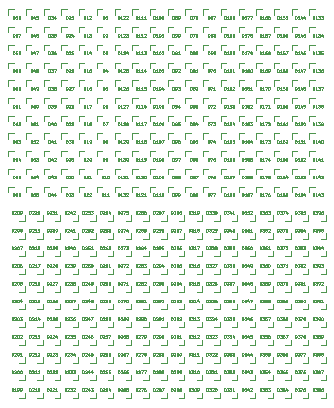
<source format=gbr>
%TF.GenerationSoftware,KiCad,Pcbnew,7.0.1*%
%TF.CreationDate,2023-04-06T12:09:14+02:00*%
%TF.ProjectId,LED_Dogtag_HW,4c45445f-446f-4677-9461-675f48572e6b,1.0*%
%TF.SameCoordinates,Original*%
%TF.FileFunction,Legend,Top*%
%TF.FilePolarity,Positive*%
%FSLAX46Y46*%
G04 Gerber Fmt 4.6, Leading zero omitted, Abs format (unit mm)*
G04 Created by KiCad (PCBNEW 7.0.1) date 2023-04-06 12:09:14*
%MOMM*%
%LPD*%
G01*
G04 APERTURE LIST*
%ADD10C,0.050000*%
G04 APERTURE END LIST*
D10*
%TO.C,D296*%
X102627381Y-56165654D02*
X102627381Y-55915654D01*
X102627381Y-55915654D02*
X102686905Y-55915654D01*
X102686905Y-55915654D02*
X102722619Y-55927559D01*
X102722619Y-55927559D02*
X102746429Y-55951369D01*
X102746429Y-55951369D02*
X102758334Y-55975178D01*
X102758334Y-55975178D02*
X102770238Y-56022797D01*
X102770238Y-56022797D02*
X102770238Y-56058511D01*
X102770238Y-56058511D02*
X102758334Y-56106130D01*
X102758334Y-56106130D02*
X102746429Y-56129940D01*
X102746429Y-56129940D02*
X102722619Y-56153750D01*
X102722619Y-56153750D02*
X102686905Y-56165654D01*
X102686905Y-56165654D02*
X102627381Y-56165654D01*
X102865477Y-55939464D02*
X102877381Y-55927559D01*
X102877381Y-55927559D02*
X102901191Y-55915654D01*
X102901191Y-55915654D02*
X102960715Y-55915654D01*
X102960715Y-55915654D02*
X102984524Y-55927559D01*
X102984524Y-55927559D02*
X102996429Y-55939464D01*
X102996429Y-55939464D02*
X103008334Y-55963273D01*
X103008334Y-55963273D02*
X103008334Y-55987083D01*
X103008334Y-55987083D02*
X102996429Y-56022797D01*
X102996429Y-56022797D02*
X102853572Y-56165654D01*
X102853572Y-56165654D02*
X103008334Y-56165654D01*
X103127381Y-56165654D02*
X103175000Y-56165654D01*
X103175000Y-56165654D02*
X103198810Y-56153750D01*
X103198810Y-56153750D02*
X103210714Y-56141845D01*
X103210714Y-56141845D02*
X103234524Y-56106130D01*
X103234524Y-56106130D02*
X103246429Y-56058511D01*
X103246429Y-56058511D02*
X103246429Y-55963273D01*
X103246429Y-55963273D02*
X103234524Y-55939464D01*
X103234524Y-55939464D02*
X103222619Y-55927559D01*
X103222619Y-55927559D02*
X103198810Y-55915654D01*
X103198810Y-55915654D02*
X103151191Y-55915654D01*
X103151191Y-55915654D02*
X103127381Y-55927559D01*
X103127381Y-55927559D02*
X103115476Y-55939464D01*
X103115476Y-55939464D02*
X103103572Y-55963273D01*
X103103572Y-55963273D02*
X103103572Y-56022797D01*
X103103572Y-56022797D02*
X103115476Y-56046607D01*
X103115476Y-56046607D02*
X103127381Y-56058511D01*
X103127381Y-56058511D02*
X103151191Y-56070416D01*
X103151191Y-56070416D02*
X103198810Y-56070416D01*
X103198810Y-56070416D02*
X103222619Y-56058511D01*
X103222619Y-56058511D02*
X103234524Y-56046607D01*
X103234524Y-56046607D02*
X103246429Y-56022797D01*
X103460714Y-55915654D02*
X103413095Y-55915654D01*
X103413095Y-55915654D02*
X103389286Y-55927559D01*
X103389286Y-55927559D02*
X103377381Y-55939464D01*
X103377381Y-55939464D02*
X103353571Y-55975178D01*
X103353571Y-55975178D02*
X103341667Y-56022797D01*
X103341667Y-56022797D02*
X103341667Y-56118035D01*
X103341667Y-56118035D02*
X103353571Y-56141845D01*
X103353571Y-56141845D02*
X103365476Y-56153750D01*
X103365476Y-56153750D02*
X103389286Y-56165654D01*
X103389286Y-56165654D02*
X103436905Y-56165654D01*
X103436905Y-56165654D02*
X103460714Y-56153750D01*
X103460714Y-56153750D02*
X103472619Y-56141845D01*
X103472619Y-56141845D02*
X103484524Y-56118035D01*
X103484524Y-56118035D02*
X103484524Y-56058511D01*
X103484524Y-56058511D02*
X103472619Y-56034702D01*
X103472619Y-56034702D02*
X103460714Y-56022797D01*
X103460714Y-56022797D02*
X103436905Y-56010892D01*
X103436905Y-56010892D02*
X103389286Y-56010892D01*
X103389286Y-56010892D02*
X103365476Y-56022797D01*
X103365476Y-56022797D02*
X103353571Y-56034702D01*
X103353571Y-56034702D02*
X103341667Y-56058511D01*
%TO.C,D32*%
X95246428Y-51665654D02*
X95246428Y-51415654D01*
X95246428Y-51415654D02*
X95305952Y-51415654D01*
X95305952Y-51415654D02*
X95341666Y-51427559D01*
X95341666Y-51427559D02*
X95365476Y-51451369D01*
X95365476Y-51451369D02*
X95377381Y-51475178D01*
X95377381Y-51475178D02*
X95389285Y-51522797D01*
X95389285Y-51522797D02*
X95389285Y-51558511D01*
X95389285Y-51558511D02*
X95377381Y-51606130D01*
X95377381Y-51606130D02*
X95365476Y-51629940D01*
X95365476Y-51629940D02*
X95341666Y-51653750D01*
X95341666Y-51653750D02*
X95305952Y-51665654D01*
X95305952Y-51665654D02*
X95246428Y-51665654D01*
X95472619Y-51415654D02*
X95627381Y-51415654D01*
X95627381Y-51415654D02*
X95544047Y-51510892D01*
X95544047Y-51510892D02*
X95579762Y-51510892D01*
X95579762Y-51510892D02*
X95603571Y-51522797D01*
X95603571Y-51522797D02*
X95615476Y-51534702D01*
X95615476Y-51534702D02*
X95627381Y-51558511D01*
X95627381Y-51558511D02*
X95627381Y-51618035D01*
X95627381Y-51618035D02*
X95615476Y-51641845D01*
X95615476Y-51641845D02*
X95603571Y-51653750D01*
X95603571Y-51653750D02*
X95579762Y-51665654D01*
X95579762Y-51665654D02*
X95508333Y-51665654D01*
X95508333Y-51665654D02*
X95484524Y-51653750D01*
X95484524Y-51653750D02*
X95472619Y-51641845D01*
X95722619Y-51439464D02*
X95734523Y-51427559D01*
X95734523Y-51427559D02*
X95758333Y-51415654D01*
X95758333Y-51415654D02*
X95817857Y-51415654D01*
X95817857Y-51415654D02*
X95841666Y-51427559D01*
X95841666Y-51427559D02*
X95853571Y-51439464D01*
X95853571Y-51439464D02*
X95865476Y-51463273D01*
X95865476Y-51463273D02*
X95865476Y-51487083D01*
X95865476Y-51487083D02*
X95853571Y-51522797D01*
X95853571Y-51522797D02*
X95710714Y-51665654D01*
X95710714Y-51665654D02*
X95865476Y-51665654D01*
%TO.C,D275*%
X99627381Y-54665654D02*
X99627381Y-54415654D01*
X99627381Y-54415654D02*
X99686905Y-54415654D01*
X99686905Y-54415654D02*
X99722619Y-54427559D01*
X99722619Y-54427559D02*
X99746429Y-54451369D01*
X99746429Y-54451369D02*
X99758334Y-54475178D01*
X99758334Y-54475178D02*
X99770238Y-54522797D01*
X99770238Y-54522797D02*
X99770238Y-54558511D01*
X99770238Y-54558511D02*
X99758334Y-54606130D01*
X99758334Y-54606130D02*
X99746429Y-54629940D01*
X99746429Y-54629940D02*
X99722619Y-54653750D01*
X99722619Y-54653750D02*
X99686905Y-54665654D01*
X99686905Y-54665654D02*
X99627381Y-54665654D01*
X99865477Y-54439464D02*
X99877381Y-54427559D01*
X99877381Y-54427559D02*
X99901191Y-54415654D01*
X99901191Y-54415654D02*
X99960715Y-54415654D01*
X99960715Y-54415654D02*
X99984524Y-54427559D01*
X99984524Y-54427559D02*
X99996429Y-54439464D01*
X99996429Y-54439464D02*
X100008334Y-54463273D01*
X100008334Y-54463273D02*
X100008334Y-54487083D01*
X100008334Y-54487083D02*
X99996429Y-54522797D01*
X99996429Y-54522797D02*
X99853572Y-54665654D01*
X99853572Y-54665654D02*
X100008334Y-54665654D01*
X100091667Y-54415654D02*
X100258333Y-54415654D01*
X100258333Y-54415654D02*
X100151191Y-54665654D01*
X100472619Y-54415654D02*
X100353571Y-54415654D01*
X100353571Y-54415654D02*
X100341667Y-54534702D01*
X100341667Y-54534702D02*
X100353571Y-54522797D01*
X100353571Y-54522797D02*
X100377381Y-54510892D01*
X100377381Y-54510892D02*
X100436905Y-54510892D01*
X100436905Y-54510892D02*
X100460714Y-54522797D01*
X100460714Y-54522797D02*
X100472619Y-54534702D01*
X100472619Y-54534702D02*
X100484524Y-54558511D01*
X100484524Y-54558511D02*
X100484524Y-54618035D01*
X100484524Y-54618035D02*
X100472619Y-54641845D01*
X100472619Y-54641845D02*
X100460714Y-54653750D01*
X100460714Y-54653750D02*
X100436905Y-54665654D01*
X100436905Y-54665654D02*
X100377381Y-54665654D01*
X100377381Y-54665654D02*
X100353571Y-54653750D01*
X100353571Y-54653750D02*
X100341667Y-54641845D01*
%TO.C,D352*%
X110127381Y-54665654D02*
X110127381Y-54415654D01*
X110127381Y-54415654D02*
X110186905Y-54415654D01*
X110186905Y-54415654D02*
X110222619Y-54427559D01*
X110222619Y-54427559D02*
X110246429Y-54451369D01*
X110246429Y-54451369D02*
X110258334Y-54475178D01*
X110258334Y-54475178D02*
X110270238Y-54522797D01*
X110270238Y-54522797D02*
X110270238Y-54558511D01*
X110270238Y-54558511D02*
X110258334Y-54606130D01*
X110258334Y-54606130D02*
X110246429Y-54629940D01*
X110246429Y-54629940D02*
X110222619Y-54653750D01*
X110222619Y-54653750D02*
X110186905Y-54665654D01*
X110186905Y-54665654D02*
X110127381Y-54665654D01*
X110353572Y-54415654D02*
X110508334Y-54415654D01*
X110508334Y-54415654D02*
X110425000Y-54510892D01*
X110425000Y-54510892D02*
X110460715Y-54510892D01*
X110460715Y-54510892D02*
X110484524Y-54522797D01*
X110484524Y-54522797D02*
X110496429Y-54534702D01*
X110496429Y-54534702D02*
X110508334Y-54558511D01*
X110508334Y-54558511D02*
X110508334Y-54618035D01*
X110508334Y-54618035D02*
X110496429Y-54641845D01*
X110496429Y-54641845D02*
X110484524Y-54653750D01*
X110484524Y-54653750D02*
X110460715Y-54665654D01*
X110460715Y-54665654D02*
X110389286Y-54665654D01*
X110389286Y-54665654D02*
X110365477Y-54653750D01*
X110365477Y-54653750D02*
X110353572Y-54641845D01*
X110734524Y-54415654D02*
X110615476Y-54415654D01*
X110615476Y-54415654D02*
X110603572Y-54534702D01*
X110603572Y-54534702D02*
X110615476Y-54522797D01*
X110615476Y-54522797D02*
X110639286Y-54510892D01*
X110639286Y-54510892D02*
X110698810Y-54510892D01*
X110698810Y-54510892D02*
X110722619Y-54522797D01*
X110722619Y-54522797D02*
X110734524Y-54534702D01*
X110734524Y-54534702D02*
X110746429Y-54558511D01*
X110746429Y-54558511D02*
X110746429Y-54618035D01*
X110746429Y-54618035D02*
X110734524Y-54641845D01*
X110734524Y-54641845D02*
X110722619Y-54653750D01*
X110722619Y-54653750D02*
X110698810Y-54665654D01*
X110698810Y-54665654D02*
X110639286Y-54665654D01*
X110639286Y-54665654D02*
X110615476Y-54653750D01*
X110615476Y-54653750D02*
X110603572Y-54641845D01*
X110841667Y-54439464D02*
X110853571Y-54427559D01*
X110853571Y-54427559D02*
X110877381Y-54415654D01*
X110877381Y-54415654D02*
X110936905Y-54415654D01*
X110936905Y-54415654D02*
X110960714Y-54427559D01*
X110960714Y-54427559D02*
X110972619Y-54439464D01*
X110972619Y-54439464D02*
X110984524Y-54463273D01*
X110984524Y-54463273D02*
X110984524Y-54487083D01*
X110984524Y-54487083D02*
X110972619Y-54522797D01*
X110972619Y-54522797D02*
X110829762Y-54665654D01*
X110829762Y-54665654D02*
X110984524Y-54665654D01*
%TO.C,D353*%
X111627381Y-69665654D02*
X111627381Y-69415654D01*
X111627381Y-69415654D02*
X111686905Y-69415654D01*
X111686905Y-69415654D02*
X111722619Y-69427559D01*
X111722619Y-69427559D02*
X111746429Y-69451369D01*
X111746429Y-69451369D02*
X111758334Y-69475178D01*
X111758334Y-69475178D02*
X111770238Y-69522797D01*
X111770238Y-69522797D02*
X111770238Y-69558511D01*
X111770238Y-69558511D02*
X111758334Y-69606130D01*
X111758334Y-69606130D02*
X111746429Y-69629940D01*
X111746429Y-69629940D02*
X111722619Y-69653750D01*
X111722619Y-69653750D02*
X111686905Y-69665654D01*
X111686905Y-69665654D02*
X111627381Y-69665654D01*
X111853572Y-69415654D02*
X112008334Y-69415654D01*
X112008334Y-69415654D02*
X111925000Y-69510892D01*
X111925000Y-69510892D02*
X111960715Y-69510892D01*
X111960715Y-69510892D02*
X111984524Y-69522797D01*
X111984524Y-69522797D02*
X111996429Y-69534702D01*
X111996429Y-69534702D02*
X112008334Y-69558511D01*
X112008334Y-69558511D02*
X112008334Y-69618035D01*
X112008334Y-69618035D02*
X111996429Y-69641845D01*
X111996429Y-69641845D02*
X111984524Y-69653750D01*
X111984524Y-69653750D02*
X111960715Y-69665654D01*
X111960715Y-69665654D02*
X111889286Y-69665654D01*
X111889286Y-69665654D02*
X111865477Y-69653750D01*
X111865477Y-69653750D02*
X111853572Y-69641845D01*
X112234524Y-69415654D02*
X112115476Y-69415654D01*
X112115476Y-69415654D02*
X112103572Y-69534702D01*
X112103572Y-69534702D02*
X112115476Y-69522797D01*
X112115476Y-69522797D02*
X112139286Y-69510892D01*
X112139286Y-69510892D02*
X112198810Y-69510892D01*
X112198810Y-69510892D02*
X112222619Y-69522797D01*
X112222619Y-69522797D02*
X112234524Y-69534702D01*
X112234524Y-69534702D02*
X112246429Y-69558511D01*
X112246429Y-69558511D02*
X112246429Y-69618035D01*
X112246429Y-69618035D02*
X112234524Y-69641845D01*
X112234524Y-69641845D02*
X112222619Y-69653750D01*
X112222619Y-69653750D02*
X112198810Y-69665654D01*
X112198810Y-69665654D02*
X112139286Y-69665654D01*
X112139286Y-69665654D02*
X112115476Y-69653750D01*
X112115476Y-69653750D02*
X112103572Y-69641845D01*
X112329762Y-69415654D02*
X112484524Y-69415654D01*
X112484524Y-69415654D02*
X112401190Y-69510892D01*
X112401190Y-69510892D02*
X112436905Y-69510892D01*
X112436905Y-69510892D02*
X112460714Y-69522797D01*
X112460714Y-69522797D02*
X112472619Y-69534702D01*
X112472619Y-69534702D02*
X112484524Y-69558511D01*
X112484524Y-69558511D02*
X112484524Y-69618035D01*
X112484524Y-69618035D02*
X112472619Y-69641845D01*
X112472619Y-69641845D02*
X112460714Y-69653750D01*
X112460714Y-69653750D02*
X112436905Y-69665654D01*
X112436905Y-69665654D02*
X112365476Y-69665654D01*
X112365476Y-69665654D02*
X112341667Y-69653750D01*
X112341667Y-69653750D02*
X112329762Y-69641845D01*
%TO.C,D310*%
X105627381Y-68165654D02*
X105627381Y-67915654D01*
X105627381Y-67915654D02*
X105686905Y-67915654D01*
X105686905Y-67915654D02*
X105722619Y-67927559D01*
X105722619Y-67927559D02*
X105746429Y-67951369D01*
X105746429Y-67951369D02*
X105758334Y-67975178D01*
X105758334Y-67975178D02*
X105770238Y-68022797D01*
X105770238Y-68022797D02*
X105770238Y-68058511D01*
X105770238Y-68058511D02*
X105758334Y-68106130D01*
X105758334Y-68106130D02*
X105746429Y-68129940D01*
X105746429Y-68129940D02*
X105722619Y-68153750D01*
X105722619Y-68153750D02*
X105686905Y-68165654D01*
X105686905Y-68165654D02*
X105627381Y-68165654D01*
X105853572Y-67915654D02*
X106008334Y-67915654D01*
X106008334Y-67915654D02*
X105925000Y-68010892D01*
X105925000Y-68010892D02*
X105960715Y-68010892D01*
X105960715Y-68010892D02*
X105984524Y-68022797D01*
X105984524Y-68022797D02*
X105996429Y-68034702D01*
X105996429Y-68034702D02*
X106008334Y-68058511D01*
X106008334Y-68058511D02*
X106008334Y-68118035D01*
X106008334Y-68118035D02*
X105996429Y-68141845D01*
X105996429Y-68141845D02*
X105984524Y-68153750D01*
X105984524Y-68153750D02*
X105960715Y-68165654D01*
X105960715Y-68165654D02*
X105889286Y-68165654D01*
X105889286Y-68165654D02*
X105865477Y-68153750D01*
X105865477Y-68153750D02*
X105853572Y-68141845D01*
X106246429Y-68165654D02*
X106103572Y-68165654D01*
X106175000Y-68165654D02*
X106175000Y-67915654D01*
X106175000Y-67915654D02*
X106151191Y-67951369D01*
X106151191Y-67951369D02*
X106127381Y-67975178D01*
X106127381Y-67975178D02*
X106103572Y-67987083D01*
X106401190Y-67915654D02*
X106425000Y-67915654D01*
X106425000Y-67915654D02*
X106448809Y-67927559D01*
X106448809Y-67927559D02*
X106460714Y-67939464D01*
X106460714Y-67939464D02*
X106472619Y-67963273D01*
X106472619Y-67963273D02*
X106484524Y-68010892D01*
X106484524Y-68010892D02*
X106484524Y-68070416D01*
X106484524Y-68070416D02*
X106472619Y-68118035D01*
X106472619Y-68118035D02*
X106460714Y-68141845D01*
X106460714Y-68141845D02*
X106448809Y-68153750D01*
X106448809Y-68153750D02*
X106425000Y-68165654D01*
X106425000Y-68165654D02*
X106401190Y-68165654D01*
X106401190Y-68165654D02*
X106377381Y-68153750D01*
X106377381Y-68153750D02*
X106365476Y-68141845D01*
X106365476Y-68141845D02*
X106353571Y-68118035D01*
X106353571Y-68118035D02*
X106341667Y-68070416D01*
X106341667Y-68070416D02*
X106341667Y-68010892D01*
X106341667Y-68010892D02*
X106353571Y-67963273D01*
X106353571Y-67963273D02*
X106365476Y-67939464D01*
X106365476Y-67939464D02*
X106377381Y-67927559D01*
X106377381Y-67927559D02*
X106401190Y-67915654D01*
%TO.C,D378*%
X114627381Y-65165654D02*
X114627381Y-64915654D01*
X114627381Y-64915654D02*
X114686905Y-64915654D01*
X114686905Y-64915654D02*
X114722619Y-64927559D01*
X114722619Y-64927559D02*
X114746429Y-64951369D01*
X114746429Y-64951369D02*
X114758334Y-64975178D01*
X114758334Y-64975178D02*
X114770238Y-65022797D01*
X114770238Y-65022797D02*
X114770238Y-65058511D01*
X114770238Y-65058511D02*
X114758334Y-65106130D01*
X114758334Y-65106130D02*
X114746429Y-65129940D01*
X114746429Y-65129940D02*
X114722619Y-65153750D01*
X114722619Y-65153750D02*
X114686905Y-65165654D01*
X114686905Y-65165654D02*
X114627381Y-65165654D01*
X114853572Y-64915654D02*
X115008334Y-64915654D01*
X115008334Y-64915654D02*
X114925000Y-65010892D01*
X114925000Y-65010892D02*
X114960715Y-65010892D01*
X114960715Y-65010892D02*
X114984524Y-65022797D01*
X114984524Y-65022797D02*
X114996429Y-65034702D01*
X114996429Y-65034702D02*
X115008334Y-65058511D01*
X115008334Y-65058511D02*
X115008334Y-65118035D01*
X115008334Y-65118035D02*
X114996429Y-65141845D01*
X114996429Y-65141845D02*
X114984524Y-65153750D01*
X114984524Y-65153750D02*
X114960715Y-65165654D01*
X114960715Y-65165654D02*
X114889286Y-65165654D01*
X114889286Y-65165654D02*
X114865477Y-65153750D01*
X114865477Y-65153750D02*
X114853572Y-65141845D01*
X115091667Y-64915654D02*
X115258333Y-64915654D01*
X115258333Y-64915654D02*
X115151191Y-65165654D01*
X115389286Y-65022797D02*
X115365476Y-65010892D01*
X115365476Y-65010892D02*
X115353571Y-64998988D01*
X115353571Y-64998988D02*
X115341667Y-64975178D01*
X115341667Y-64975178D02*
X115341667Y-64963273D01*
X115341667Y-64963273D02*
X115353571Y-64939464D01*
X115353571Y-64939464D02*
X115365476Y-64927559D01*
X115365476Y-64927559D02*
X115389286Y-64915654D01*
X115389286Y-64915654D02*
X115436905Y-64915654D01*
X115436905Y-64915654D02*
X115460714Y-64927559D01*
X115460714Y-64927559D02*
X115472619Y-64939464D01*
X115472619Y-64939464D02*
X115484524Y-64963273D01*
X115484524Y-64963273D02*
X115484524Y-64975178D01*
X115484524Y-64975178D02*
X115472619Y-64998988D01*
X115472619Y-64998988D02*
X115460714Y-65010892D01*
X115460714Y-65010892D02*
X115436905Y-65022797D01*
X115436905Y-65022797D02*
X115389286Y-65022797D01*
X115389286Y-65022797D02*
X115365476Y-65034702D01*
X115365476Y-65034702D02*
X115353571Y-65046607D01*
X115353571Y-65046607D02*
X115341667Y-65070416D01*
X115341667Y-65070416D02*
X115341667Y-65118035D01*
X115341667Y-65118035D02*
X115353571Y-65141845D01*
X115353571Y-65141845D02*
X115365476Y-65153750D01*
X115365476Y-65153750D02*
X115389286Y-65165654D01*
X115389286Y-65165654D02*
X115436905Y-65165654D01*
X115436905Y-65165654D02*
X115460714Y-65153750D01*
X115460714Y-65153750D02*
X115472619Y-65141845D01*
X115472619Y-65141845D02*
X115484524Y-65118035D01*
X115484524Y-65118035D02*
X115484524Y-65070416D01*
X115484524Y-65070416D02*
X115472619Y-65046607D01*
X115472619Y-65046607D02*
X115460714Y-65034702D01*
X115460714Y-65034702D02*
X115436905Y-65022797D01*
%TO.C,D83*%
X105746428Y-45665654D02*
X105746428Y-45415654D01*
X105746428Y-45415654D02*
X105805952Y-45415654D01*
X105805952Y-45415654D02*
X105841666Y-45427559D01*
X105841666Y-45427559D02*
X105865476Y-45451369D01*
X105865476Y-45451369D02*
X105877381Y-45475178D01*
X105877381Y-45475178D02*
X105889285Y-45522797D01*
X105889285Y-45522797D02*
X105889285Y-45558511D01*
X105889285Y-45558511D02*
X105877381Y-45606130D01*
X105877381Y-45606130D02*
X105865476Y-45629940D01*
X105865476Y-45629940D02*
X105841666Y-45653750D01*
X105841666Y-45653750D02*
X105805952Y-45665654D01*
X105805952Y-45665654D02*
X105746428Y-45665654D01*
X106032143Y-45522797D02*
X106008333Y-45510892D01*
X106008333Y-45510892D02*
X105996428Y-45498988D01*
X105996428Y-45498988D02*
X105984524Y-45475178D01*
X105984524Y-45475178D02*
X105984524Y-45463273D01*
X105984524Y-45463273D02*
X105996428Y-45439464D01*
X105996428Y-45439464D02*
X106008333Y-45427559D01*
X106008333Y-45427559D02*
X106032143Y-45415654D01*
X106032143Y-45415654D02*
X106079762Y-45415654D01*
X106079762Y-45415654D02*
X106103571Y-45427559D01*
X106103571Y-45427559D02*
X106115476Y-45439464D01*
X106115476Y-45439464D02*
X106127381Y-45463273D01*
X106127381Y-45463273D02*
X106127381Y-45475178D01*
X106127381Y-45475178D02*
X106115476Y-45498988D01*
X106115476Y-45498988D02*
X106103571Y-45510892D01*
X106103571Y-45510892D02*
X106079762Y-45522797D01*
X106079762Y-45522797D02*
X106032143Y-45522797D01*
X106032143Y-45522797D02*
X106008333Y-45534702D01*
X106008333Y-45534702D02*
X105996428Y-45546607D01*
X105996428Y-45546607D02*
X105984524Y-45570416D01*
X105984524Y-45570416D02*
X105984524Y-45618035D01*
X105984524Y-45618035D02*
X105996428Y-45641845D01*
X105996428Y-45641845D02*
X106008333Y-45653750D01*
X106008333Y-45653750D02*
X106032143Y-45665654D01*
X106032143Y-45665654D02*
X106079762Y-45665654D01*
X106079762Y-45665654D02*
X106103571Y-45653750D01*
X106103571Y-45653750D02*
X106115476Y-45641845D01*
X106115476Y-45641845D02*
X106127381Y-45618035D01*
X106127381Y-45618035D02*
X106127381Y-45570416D01*
X106127381Y-45570416D02*
X106115476Y-45546607D01*
X106115476Y-45546607D02*
X106103571Y-45534702D01*
X106103571Y-45534702D02*
X106079762Y-45522797D01*
X106210714Y-45415654D02*
X106365476Y-45415654D01*
X106365476Y-45415654D02*
X106282142Y-45510892D01*
X106282142Y-45510892D02*
X106317857Y-45510892D01*
X106317857Y-45510892D02*
X106341666Y-45522797D01*
X106341666Y-45522797D02*
X106353571Y-45534702D01*
X106353571Y-45534702D02*
X106365476Y-45558511D01*
X106365476Y-45558511D02*
X106365476Y-45618035D01*
X106365476Y-45618035D02*
X106353571Y-45641845D01*
X106353571Y-45641845D02*
X106341666Y-45653750D01*
X106341666Y-45653750D02*
X106317857Y-45665654D01*
X106317857Y-45665654D02*
X106246428Y-45665654D01*
X106246428Y-45665654D02*
X106222619Y-45653750D01*
X106222619Y-45653750D02*
X106210714Y-45641845D01*
%TO.C,D2*%
X98365476Y-39665654D02*
X98365476Y-39415654D01*
X98365476Y-39415654D02*
X98425000Y-39415654D01*
X98425000Y-39415654D02*
X98460714Y-39427559D01*
X98460714Y-39427559D02*
X98484524Y-39451369D01*
X98484524Y-39451369D02*
X98496429Y-39475178D01*
X98496429Y-39475178D02*
X98508333Y-39522797D01*
X98508333Y-39522797D02*
X98508333Y-39558511D01*
X98508333Y-39558511D02*
X98496429Y-39606130D01*
X98496429Y-39606130D02*
X98484524Y-39629940D01*
X98484524Y-39629940D02*
X98460714Y-39653750D01*
X98460714Y-39653750D02*
X98425000Y-39665654D01*
X98425000Y-39665654D02*
X98365476Y-39665654D01*
X98603572Y-39439464D02*
X98615476Y-39427559D01*
X98615476Y-39427559D02*
X98639286Y-39415654D01*
X98639286Y-39415654D02*
X98698810Y-39415654D01*
X98698810Y-39415654D02*
X98722619Y-39427559D01*
X98722619Y-39427559D02*
X98734524Y-39439464D01*
X98734524Y-39439464D02*
X98746429Y-39463273D01*
X98746429Y-39463273D02*
X98746429Y-39487083D01*
X98746429Y-39487083D02*
X98734524Y-39522797D01*
X98734524Y-39522797D02*
X98591667Y-39665654D01*
X98591667Y-39665654D02*
X98746429Y-39665654D01*
%TO.C,D243*%
X96627381Y-69665654D02*
X96627381Y-69415654D01*
X96627381Y-69415654D02*
X96686905Y-69415654D01*
X96686905Y-69415654D02*
X96722619Y-69427559D01*
X96722619Y-69427559D02*
X96746429Y-69451369D01*
X96746429Y-69451369D02*
X96758334Y-69475178D01*
X96758334Y-69475178D02*
X96770238Y-69522797D01*
X96770238Y-69522797D02*
X96770238Y-69558511D01*
X96770238Y-69558511D02*
X96758334Y-69606130D01*
X96758334Y-69606130D02*
X96746429Y-69629940D01*
X96746429Y-69629940D02*
X96722619Y-69653750D01*
X96722619Y-69653750D02*
X96686905Y-69665654D01*
X96686905Y-69665654D02*
X96627381Y-69665654D01*
X96865477Y-69439464D02*
X96877381Y-69427559D01*
X96877381Y-69427559D02*
X96901191Y-69415654D01*
X96901191Y-69415654D02*
X96960715Y-69415654D01*
X96960715Y-69415654D02*
X96984524Y-69427559D01*
X96984524Y-69427559D02*
X96996429Y-69439464D01*
X96996429Y-69439464D02*
X97008334Y-69463273D01*
X97008334Y-69463273D02*
X97008334Y-69487083D01*
X97008334Y-69487083D02*
X96996429Y-69522797D01*
X96996429Y-69522797D02*
X96853572Y-69665654D01*
X96853572Y-69665654D02*
X97008334Y-69665654D01*
X97222619Y-69498988D02*
X97222619Y-69665654D01*
X97163095Y-69403750D02*
X97103572Y-69582321D01*
X97103572Y-69582321D02*
X97258333Y-69582321D01*
X97329762Y-69415654D02*
X97484524Y-69415654D01*
X97484524Y-69415654D02*
X97401190Y-69510892D01*
X97401190Y-69510892D02*
X97436905Y-69510892D01*
X97436905Y-69510892D02*
X97460714Y-69522797D01*
X97460714Y-69522797D02*
X97472619Y-69534702D01*
X97472619Y-69534702D02*
X97484524Y-69558511D01*
X97484524Y-69558511D02*
X97484524Y-69618035D01*
X97484524Y-69618035D02*
X97472619Y-69641845D01*
X97472619Y-69641845D02*
X97460714Y-69653750D01*
X97460714Y-69653750D02*
X97436905Y-69665654D01*
X97436905Y-69665654D02*
X97365476Y-69665654D01*
X97365476Y-69665654D02*
X97341667Y-69653750D01*
X97341667Y-69653750D02*
X97329762Y-69641845D01*
%TO.C,D295*%
X102627381Y-57665654D02*
X102627381Y-57415654D01*
X102627381Y-57415654D02*
X102686905Y-57415654D01*
X102686905Y-57415654D02*
X102722619Y-57427559D01*
X102722619Y-57427559D02*
X102746429Y-57451369D01*
X102746429Y-57451369D02*
X102758334Y-57475178D01*
X102758334Y-57475178D02*
X102770238Y-57522797D01*
X102770238Y-57522797D02*
X102770238Y-57558511D01*
X102770238Y-57558511D02*
X102758334Y-57606130D01*
X102758334Y-57606130D02*
X102746429Y-57629940D01*
X102746429Y-57629940D02*
X102722619Y-57653750D01*
X102722619Y-57653750D02*
X102686905Y-57665654D01*
X102686905Y-57665654D02*
X102627381Y-57665654D01*
X102865477Y-57439464D02*
X102877381Y-57427559D01*
X102877381Y-57427559D02*
X102901191Y-57415654D01*
X102901191Y-57415654D02*
X102960715Y-57415654D01*
X102960715Y-57415654D02*
X102984524Y-57427559D01*
X102984524Y-57427559D02*
X102996429Y-57439464D01*
X102996429Y-57439464D02*
X103008334Y-57463273D01*
X103008334Y-57463273D02*
X103008334Y-57487083D01*
X103008334Y-57487083D02*
X102996429Y-57522797D01*
X102996429Y-57522797D02*
X102853572Y-57665654D01*
X102853572Y-57665654D02*
X103008334Y-57665654D01*
X103127381Y-57665654D02*
X103175000Y-57665654D01*
X103175000Y-57665654D02*
X103198810Y-57653750D01*
X103198810Y-57653750D02*
X103210714Y-57641845D01*
X103210714Y-57641845D02*
X103234524Y-57606130D01*
X103234524Y-57606130D02*
X103246429Y-57558511D01*
X103246429Y-57558511D02*
X103246429Y-57463273D01*
X103246429Y-57463273D02*
X103234524Y-57439464D01*
X103234524Y-57439464D02*
X103222619Y-57427559D01*
X103222619Y-57427559D02*
X103198810Y-57415654D01*
X103198810Y-57415654D02*
X103151191Y-57415654D01*
X103151191Y-57415654D02*
X103127381Y-57427559D01*
X103127381Y-57427559D02*
X103115476Y-57439464D01*
X103115476Y-57439464D02*
X103103572Y-57463273D01*
X103103572Y-57463273D02*
X103103572Y-57522797D01*
X103103572Y-57522797D02*
X103115476Y-57546607D01*
X103115476Y-57546607D02*
X103127381Y-57558511D01*
X103127381Y-57558511D02*
X103151191Y-57570416D01*
X103151191Y-57570416D02*
X103198810Y-57570416D01*
X103198810Y-57570416D02*
X103222619Y-57558511D01*
X103222619Y-57558511D02*
X103234524Y-57546607D01*
X103234524Y-57546607D02*
X103246429Y-57522797D01*
X103472619Y-57415654D02*
X103353571Y-57415654D01*
X103353571Y-57415654D02*
X103341667Y-57534702D01*
X103341667Y-57534702D02*
X103353571Y-57522797D01*
X103353571Y-57522797D02*
X103377381Y-57510892D01*
X103377381Y-57510892D02*
X103436905Y-57510892D01*
X103436905Y-57510892D02*
X103460714Y-57522797D01*
X103460714Y-57522797D02*
X103472619Y-57534702D01*
X103472619Y-57534702D02*
X103484524Y-57558511D01*
X103484524Y-57558511D02*
X103484524Y-57618035D01*
X103484524Y-57618035D02*
X103472619Y-57641845D01*
X103472619Y-57641845D02*
X103460714Y-57653750D01*
X103460714Y-57653750D02*
X103436905Y-57665654D01*
X103436905Y-57665654D02*
X103377381Y-57665654D01*
X103377381Y-57665654D02*
X103353571Y-57653750D01*
X103353571Y-57653750D02*
X103341667Y-57641845D01*
%TO.C,D274*%
X99627381Y-56165654D02*
X99627381Y-55915654D01*
X99627381Y-55915654D02*
X99686905Y-55915654D01*
X99686905Y-55915654D02*
X99722619Y-55927559D01*
X99722619Y-55927559D02*
X99746429Y-55951369D01*
X99746429Y-55951369D02*
X99758334Y-55975178D01*
X99758334Y-55975178D02*
X99770238Y-56022797D01*
X99770238Y-56022797D02*
X99770238Y-56058511D01*
X99770238Y-56058511D02*
X99758334Y-56106130D01*
X99758334Y-56106130D02*
X99746429Y-56129940D01*
X99746429Y-56129940D02*
X99722619Y-56153750D01*
X99722619Y-56153750D02*
X99686905Y-56165654D01*
X99686905Y-56165654D02*
X99627381Y-56165654D01*
X99865477Y-55939464D02*
X99877381Y-55927559D01*
X99877381Y-55927559D02*
X99901191Y-55915654D01*
X99901191Y-55915654D02*
X99960715Y-55915654D01*
X99960715Y-55915654D02*
X99984524Y-55927559D01*
X99984524Y-55927559D02*
X99996429Y-55939464D01*
X99996429Y-55939464D02*
X100008334Y-55963273D01*
X100008334Y-55963273D02*
X100008334Y-55987083D01*
X100008334Y-55987083D02*
X99996429Y-56022797D01*
X99996429Y-56022797D02*
X99853572Y-56165654D01*
X99853572Y-56165654D02*
X100008334Y-56165654D01*
X100091667Y-55915654D02*
X100258333Y-55915654D01*
X100258333Y-55915654D02*
X100151191Y-56165654D01*
X100460714Y-55998988D02*
X100460714Y-56165654D01*
X100401190Y-55903750D02*
X100341667Y-56082321D01*
X100341667Y-56082321D02*
X100496428Y-56082321D01*
%TO.C,D147*%
X114627381Y-42665654D02*
X114627381Y-42415654D01*
X114627381Y-42415654D02*
X114686905Y-42415654D01*
X114686905Y-42415654D02*
X114722619Y-42427559D01*
X114722619Y-42427559D02*
X114746429Y-42451369D01*
X114746429Y-42451369D02*
X114758334Y-42475178D01*
X114758334Y-42475178D02*
X114770238Y-42522797D01*
X114770238Y-42522797D02*
X114770238Y-42558511D01*
X114770238Y-42558511D02*
X114758334Y-42606130D01*
X114758334Y-42606130D02*
X114746429Y-42629940D01*
X114746429Y-42629940D02*
X114722619Y-42653750D01*
X114722619Y-42653750D02*
X114686905Y-42665654D01*
X114686905Y-42665654D02*
X114627381Y-42665654D01*
X115008334Y-42665654D02*
X114865477Y-42665654D01*
X114936905Y-42665654D02*
X114936905Y-42415654D01*
X114936905Y-42415654D02*
X114913096Y-42451369D01*
X114913096Y-42451369D02*
X114889286Y-42475178D01*
X114889286Y-42475178D02*
X114865477Y-42487083D01*
X115222619Y-42498988D02*
X115222619Y-42665654D01*
X115163095Y-42403750D02*
X115103572Y-42582321D01*
X115103572Y-42582321D02*
X115258333Y-42582321D01*
X115329762Y-42415654D02*
X115496428Y-42415654D01*
X115496428Y-42415654D02*
X115389286Y-42665654D01*
%TO.C,D386*%
X116127381Y-69665654D02*
X116127381Y-69415654D01*
X116127381Y-69415654D02*
X116186905Y-69415654D01*
X116186905Y-69415654D02*
X116222619Y-69427559D01*
X116222619Y-69427559D02*
X116246429Y-69451369D01*
X116246429Y-69451369D02*
X116258334Y-69475178D01*
X116258334Y-69475178D02*
X116270238Y-69522797D01*
X116270238Y-69522797D02*
X116270238Y-69558511D01*
X116270238Y-69558511D02*
X116258334Y-69606130D01*
X116258334Y-69606130D02*
X116246429Y-69629940D01*
X116246429Y-69629940D02*
X116222619Y-69653750D01*
X116222619Y-69653750D02*
X116186905Y-69665654D01*
X116186905Y-69665654D02*
X116127381Y-69665654D01*
X116353572Y-69415654D02*
X116508334Y-69415654D01*
X116508334Y-69415654D02*
X116425000Y-69510892D01*
X116425000Y-69510892D02*
X116460715Y-69510892D01*
X116460715Y-69510892D02*
X116484524Y-69522797D01*
X116484524Y-69522797D02*
X116496429Y-69534702D01*
X116496429Y-69534702D02*
X116508334Y-69558511D01*
X116508334Y-69558511D02*
X116508334Y-69618035D01*
X116508334Y-69618035D02*
X116496429Y-69641845D01*
X116496429Y-69641845D02*
X116484524Y-69653750D01*
X116484524Y-69653750D02*
X116460715Y-69665654D01*
X116460715Y-69665654D02*
X116389286Y-69665654D01*
X116389286Y-69665654D02*
X116365477Y-69653750D01*
X116365477Y-69653750D02*
X116353572Y-69641845D01*
X116651191Y-69522797D02*
X116627381Y-69510892D01*
X116627381Y-69510892D02*
X116615476Y-69498988D01*
X116615476Y-69498988D02*
X116603572Y-69475178D01*
X116603572Y-69475178D02*
X116603572Y-69463273D01*
X116603572Y-69463273D02*
X116615476Y-69439464D01*
X116615476Y-69439464D02*
X116627381Y-69427559D01*
X116627381Y-69427559D02*
X116651191Y-69415654D01*
X116651191Y-69415654D02*
X116698810Y-69415654D01*
X116698810Y-69415654D02*
X116722619Y-69427559D01*
X116722619Y-69427559D02*
X116734524Y-69439464D01*
X116734524Y-69439464D02*
X116746429Y-69463273D01*
X116746429Y-69463273D02*
X116746429Y-69475178D01*
X116746429Y-69475178D02*
X116734524Y-69498988D01*
X116734524Y-69498988D02*
X116722619Y-69510892D01*
X116722619Y-69510892D02*
X116698810Y-69522797D01*
X116698810Y-69522797D02*
X116651191Y-69522797D01*
X116651191Y-69522797D02*
X116627381Y-69534702D01*
X116627381Y-69534702D02*
X116615476Y-69546607D01*
X116615476Y-69546607D02*
X116603572Y-69570416D01*
X116603572Y-69570416D02*
X116603572Y-69618035D01*
X116603572Y-69618035D02*
X116615476Y-69641845D01*
X116615476Y-69641845D02*
X116627381Y-69653750D01*
X116627381Y-69653750D02*
X116651191Y-69665654D01*
X116651191Y-69665654D02*
X116698810Y-69665654D01*
X116698810Y-69665654D02*
X116722619Y-69653750D01*
X116722619Y-69653750D02*
X116734524Y-69641845D01*
X116734524Y-69641845D02*
X116746429Y-69618035D01*
X116746429Y-69618035D02*
X116746429Y-69570416D01*
X116746429Y-69570416D02*
X116734524Y-69546607D01*
X116734524Y-69546607D02*
X116722619Y-69534702D01*
X116722619Y-69534702D02*
X116698810Y-69522797D01*
X116960714Y-69415654D02*
X116913095Y-69415654D01*
X116913095Y-69415654D02*
X116889286Y-69427559D01*
X116889286Y-69427559D02*
X116877381Y-69439464D01*
X116877381Y-69439464D02*
X116853571Y-69475178D01*
X116853571Y-69475178D02*
X116841667Y-69522797D01*
X116841667Y-69522797D02*
X116841667Y-69618035D01*
X116841667Y-69618035D02*
X116853571Y-69641845D01*
X116853571Y-69641845D02*
X116865476Y-69653750D01*
X116865476Y-69653750D02*
X116889286Y-69665654D01*
X116889286Y-69665654D02*
X116936905Y-69665654D01*
X116936905Y-69665654D02*
X116960714Y-69653750D01*
X116960714Y-69653750D02*
X116972619Y-69641845D01*
X116972619Y-69641845D02*
X116984524Y-69618035D01*
X116984524Y-69618035D02*
X116984524Y-69558511D01*
X116984524Y-69558511D02*
X116972619Y-69534702D01*
X116972619Y-69534702D02*
X116960714Y-69522797D01*
X116960714Y-69522797D02*
X116936905Y-69510892D01*
X116936905Y-69510892D02*
X116889286Y-69510892D01*
X116889286Y-69510892D02*
X116865476Y-69522797D01*
X116865476Y-69522797D02*
X116853571Y-69534702D01*
X116853571Y-69534702D02*
X116841667Y-69558511D01*
%TO.C,D79*%
X105746428Y-39665654D02*
X105746428Y-39415654D01*
X105746428Y-39415654D02*
X105805952Y-39415654D01*
X105805952Y-39415654D02*
X105841666Y-39427559D01*
X105841666Y-39427559D02*
X105865476Y-39451369D01*
X105865476Y-39451369D02*
X105877381Y-39475178D01*
X105877381Y-39475178D02*
X105889285Y-39522797D01*
X105889285Y-39522797D02*
X105889285Y-39558511D01*
X105889285Y-39558511D02*
X105877381Y-39606130D01*
X105877381Y-39606130D02*
X105865476Y-39629940D01*
X105865476Y-39629940D02*
X105841666Y-39653750D01*
X105841666Y-39653750D02*
X105805952Y-39665654D01*
X105805952Y-39665654D02*
X105746428Y-39665654D01*
X105972619Y-39415654D02*
X106139285Y-39415654D01*
X106139285Y-39415654D02*
X106032143Y-39665654D01*
X106246428Y-39665654D02*
X106294047Y-39665654D01*
X106294047Y-39665654D02*
X106317857Y-39653750D01*
X106317857Y-39653750D02*
X106329761Y-39641845D01*
X106329761Y-39641845D02*
X106353571Y-39606130D01*
X106353571Y-39606130D02*
X106365476Y-39558511D01*
X106365476Y-39558511D02*
X106365476Y-39463273D01*
X106365476Y-39463273D02*
X106353571Y-39439464D01*
X106353571Y-39439464D02*
X106341666Y-39427559D01*
X106341666Y-39427559D02*
X106317857Y-39415654D01*
X106317857Y-39415654D02*
X106270238Y-39415654D01*
X106270238Y-39415654D02*
X106246428Y-39427559D01*
X106246428Y-39427559D02*
X106234523Y-39439464D01*
X106234523Y-39439464D02*
X106222619Y-39463273D01*
X106222619Y-39463273D02*
X106222619Y-39522797D01*
X106222619Y-39522797D02*
X106234523Y-39546607D01*
X106234523Y-39546607D02*
X106246428Y-39558511D01*
X106246428Y-39558511D02*
X106270238Y-39570416D01*
X106270238Y-39570416D02*
X106317857Y-39570416D01*
X106317857Y-39570416D02*
X106341666Y-39558511D01*
X106341666Y-39558511D02*
X106353571Y-39546607D01*
X106353571Y-39546607D02*
X106365476Y-39522797D01*
%TO.C,D58*%
X90746428Y-41165654D02*
X90746428Y-40915654D01*
X90746428Y-40915654D02*
X90805952Y-40915654D01*
X90805952Y-40915654D02*
X90841666Y-40927559D01*
X90841666Y-40927559D02*
X90865476Y-40951369D01*
X90865476Y-40951369D02*
X90877381Y-40975178D01*
X90877381Y-40975178D02*
X90889285Y-41022797D01*
X90889285Y-41022797D02*
X90889285Y-41058511D01*
X90889285Y-41058511D02*
X90877381Y-41106130D01*
X90877381Y-41106130D02*
X90865476Y-41129940D01*
X90865476Y-41129940D02*
X90841666Y-41153750D01*
X90841666Y-41153750D02*
X90805952Y-41165654D01*
X90805952Y-41165654D02*
X90746428Y-41165654D01*
X91115476Y-40915654D02*
X90996428Y-40915654D01*
X90996428Y-40915654D02*
X90984524Y-41034702D01*
X90984524Y-41034702D02*
X90996428Y-41022797D01*
X90996428Y-41022797D02*
X91020238Y-41010892D01*
X91020238Y-41010892D02*
X91079762Y-41010892D01*
X91079762Y-41010892D02*
X91103571Y-41022797D01*
X91103571Y-41022797D02*
X91115476Y-41034702D01*
X91115476Y-41034702D02*
X91127381Y-41058511D01*
X91127381Y-41058511D02*
X91127381Y-41118035D01*
X91127381Y-41118035D02*
X91115476Y-41141845D01*
X91115476Y-41141845D02*
X91103571Y-41153750D01*
X91103571Y-41153750D02*
X91079762Y-41165654D01*
X91079762Y-41165654D02*
X91020238Y-41165654D01*
X91020238Y-41165654D02*
X90996428Y-41153750D01*
X90996428Y-41153750D02*
X90984524Y-41141845D01*
X91270238Y-41022797D02*
X91246428Y-41010892D01*
X91246428Y-41010892D02*
X91234523Y-40998988D01*
X91234523Y-40998988D02*
X91222619Y-40975178D01*
X91222619Y-40975178D02*
X91222619Y-40963273D01*
X91222619Y-40963273D02*
X91234523Y-40939464D01*
X91234523Y-40939464D02*
X91246428Y-40927559D01*
X91246428Y-40927559D02*
X91270238Y-40915654D01*
X91270238Y-40915654D02*
X91317857Y-40915654D01*
X91317857Y-40915654D02*
X91341666Y-40927559D01*
X91341666Y-40927559D02*
X91353571Y-40939464D01*
X91353571Y-40939464D02*
X91365476Y-40963273D01*
X91365476Y-40963273D02*
X91365476Y-40975178D01*
X91365476Y-40975178D02*
X91353571Y-40998988D01*
X91353571Y-40998988D02*
X91341666Y-41010892D01*
X91341666Y-41010892D02*
X91317857Y-41022797D01*
X91317857Y-41022797D02*
X91270238Y-41022797D01*
X91270238Y-41022797D02*
X91246428Y-41034702D01*
X91246428Y-41034702D02*
X91234523Y-41046607D01*
X91234523Y-41046607D02*
X91222619Y-41070416D01*
X91222619Y-41070416D02*
X91222619Y-41118035D01*
X91222619Y-41118035D02*
X91234523Y-41141845D01*
X91234523Y-41141845D02*
X91246428Y-41153750D01*
X91246428Y-41153750D02*
X91270238Y-41165654D01*
X91270238Y-41165654D02*
X91317857Y-41165654D01*
X91317857Y-41165654D02*
X91341666Y-41153750D01*
X91341666Y-41153750D02*
X91353571Y-41141845D01*
X91353571Y-41141845D02*
X91365476Y-41118035D01*
X91365476Y-41118035D02*
X91365476Y-41070416D01*
X91365476Y-41070416D02*
X91353571Y-41046607D01*
X91353571Y-41046607D02*
X91341666Y-41034702D01*
X91341666Y-41034702D02*
X91317857Y-41022797D01*
%TO.C,D122*%
X99627381Y-38165654D02*
X99627381Y-37915654D01*
X99627381Y-37915654D02*
X99686905Y-37915654D01*
X99686905Y-37915654D02*
X99722619Y-37927559D01*
X99722619Y-37927559D02*
X99746429Y-37951369D01*
X99746429Y-37951369D02*
X99758334Y-37975178D01*
X99758334Y-37975178D02*
X99770238Y-38022797D01*
X99770238Y-38022797D02*
X99770238Y-38058511D01*
X99770238Y-38058511D02*
X99758334Y-38106130D01*
X99758334Y-38106130D02*
X99746429Y-38129940D01*
X99746429Y-38129940D02*
X99722619Y-38153750D01*
X99722619Y-38153750D02*
X99686905Y-38165654D01*
X99686905Y-38165654D02*
X99627381Y-38165654D01*
X100008334Y-38165654D02*
X99865477Y-38165654D01*
X99936905Y-38165654D02*
X99936905Y-37915654D01*
X99936905Y-37915654D02*
X99913096Y-37951369D01*
X99913096Y-37951369D02*
X99889286Y-37975178D01*
X99889286Y-37975178D02*
X99865477Y-37987083D01*
X100103572Y-37939464D02*
X100115476Y-37927559D01*
X100115476Y-37927559D02*
X100139286Y-37915654D01*
X100139286Y-37915654D02*
X100198810Y-37915654D01*
X100198810Y-37915654D02*
X100222619Y-37927559D01*
X100222619Y-37927559D02*
X100234524Y-37939464D01*
X100234524Y-37939464D02*
X100246429Y-37963273D01*
X100246429Y-37963273D02*
X100246429Y-37987083D01*
X100246429Y-37987083D02*
X100234524Y-38022797D01*
X100234524Y-38022797D02*
X100091667Y-38165654D01*
X100091667Y-38165654D02*
X100246429Y-38165654D01*
X100341667Y-37939464D02*
X100353571Y-37927559D01*
X100353571Y-37927559D02*
X100377381Y-37915654D01*
X100377381Y-37915654D02*
X100436905Y-37915654D01*
X100436905Y-37915654D02*
X100460714Y-37927559D01*
X100460714Y-37927559D02*
X100472619Y-37939464D01*
X100472619Y-37939464D02*
X100484524Y-37963273D01*
X100484524Y-37963273D02*
X100484524Y-37987083D01*
X100484524Y-37987083D02*
X100472619Y-38022797D01*
X100472619Y-38022797D02*
X100329762Y-38165654D01*
X100329762Y-38165654D02*
X100484524Y-38165654D01*
%TO.C,D333*%
X108627381Y-66665654D02*
X108627381Y-66415654D01*
X108627381Y-66415654D02*
X108686905Y-66415654D01*
X108686905Y-66415654D02*
X108722619Y-66427559D01*
X108722619Y-66427559D02*
X108746429Y-66451369D01*
X108746429Y-66451369D02*
X108758334Y-66475178D01*
X108758334Y-66475178D02*
X108770238Y-66522797D01*
X108770238Y-66522797D02*
X108770238Y-66558511D01*
X108770238Y-66558511D02*
X108758334Y-66606130D01*
X108758334Y-66606130D02*
X108746429Y-66629940D01*
X108746429Y-66629940D02*
X108722619Y-66653750D01*
X108722619Y-66653750D02*
X108686905Y-66665654D01*
X108686905Y-66665654D02*
X108627381Y-66665654D01*
X108853572Y-66415654D02*
X109008334Y-66415654D01*
X109008334Y-66415654D02*
X108925000Y-66510892D01*
X108925000Y-66510892D02*
X108960715Y-66510892D01*
X108960715Y-66510892D02*
X108984524Y-66522797D01*
X108984524Y-66522797D02*
X108996429Y-66534702D01*
X108996429Y-66534702D02*
X109008334Y-66558511D01*
X109008334Y-66558511D02*
X109008334Y-66618035D01*
X109008334Y-66618035D02*
X108996429Y-66641845D01*
X108996429Y-66641845D02*
X108984524Y-66653750D01*
X108984524Y-66653750D02*
X108960715Y-66665654D01*
X108960715Y-66665654D02*
X108889286Y-66665654D01*
X108889286Y-66665654D02*
X108865477Y-66653750D01*
X108865477Y-66653750D02*
X108853572Y-66641845D01*
X109091667Y-66415654D02*
X109246429Y-66415654D01*
X109246429Y-66415654D02*
X109163095Y-66510892D01*
X109163095Y-66510892D02*
X109198810Y-66510892D01*
X109198810Y-66510892D02*
X109222619Y-66522797D01*
X109222619Y-66522797D02*
X109234524Y-66534702D01*
X109234524Y-66534702D02*
X109246429Y-66558511D01*
X109246429Y-66558511D02*
X109246429Y-66618035D01*
X109246429Y-66618035D02*
X109234524Y-66641845D01*
X109234524Y-66641845D02*
X109222619Y-66653750D01*
X109222619Y-66653750D02*
X109198810Y-66665654D01*
X109198810Y-66665654D02*
X109127381Y-66665654D01*
X109127381Y-66665654D02*
X109103572Y-66653750D01*
X109103572Y-66653750D02*
X109091667Y-66641845D01*
X109329762Y-66415654D02*
X109484524Y-66415654D01*
X109484524Y-66415654D02*
X109401190Y-66510892D01*
X109401190Y-66510892D02*
X109436905Y-66510892D01*
X109436905Y-66510892D02*
X109460714Y-66522797D01*
X109460714Y-66522797D02*
X109472619Y-66534702D01*
X109472619Y-66534702D02*
X109484524Y-66558511D01*
X109484524Y-66558511D02*
X109484524Y-66618035D01*
X109484524Y-66618035D02*
X109472619Y-66641845D01*
X109472619Y-66641845D02*
X109460714Y-66653750D01*
X109460714Y-66653750D02*
X109436905Y-66665654D01*
X109436905Y-66665654D02*
X109365476Y-66665654D01*
X109365476Y-66665654D02*
X109341667Y-66653750D01*
X109341667Y-66653750D02*
X109329762Y-66641845D01*
%TO.C,D167*%
X111627381Y-39665654D02*
X111627381Y-39415654D01*
X111627381Y-39415654D02*
X111686905Y-39415654D01*
X111686905Y-39415654D02*
X111722619Y-39427559D01*
X111722619Y-39427559D02*
X111746429Y-39451369D01*
X111746429Y-39451369D02*
X111758334Y-39475178D01*
X111758334Y-39475178D02*
X111770238Y-39522797D01*
X111770238Y-39522797D02*
X111770238Y-39558511D01*
X111770238Y-39558511D02*
X111758334Y-39606130D01*
X111758334Y-39606130D02*
X111746429Y-39629940D01*
X111746429Y-39629940D02*
X111722619Y-39653750D01*
X111722619Y-39653750D02*
X111686905Y-39665654D01*
X111686905Y-39665654D02*
X111627381Y-39665654D01*
X112008334Y-39665654D02*
X111865477Y-39665654D01*
X111936905Y-39665654D02*
X111936905Y-39415654D01*
X111936905Y-39415654D02*
X111913096Y-39451369D01*
X111913096Y-39451369D02*
X111889286Y-39475178D01*
X111889286Y-39475178D02*
X111865477Y-39487083D01*
X112222619Y-39415654D02*
X112175000Y-39415654D01*
X112175000Y-39415654D02*
X112151191Y-39427559D01*
X112151191Y-39427559D02*
X112139286Y-39439464D01*
X112139286Y-39439464D02*
X112115476Y-39475178D01*
X112115476Y-39475178D02*
X112103572Y-39522797D01*
X112103572Y-39522797D02*
X112103572Y-39618035D01*
X112103572Y-39618035D02*
X112115476Y-39641845D01*
X112115476Y-39641845D02*
X112127381Y-39653750D01*
X112127381Y-39653750D02*
X112151191Y-39665654D01*
X112151191Y-39665654D02*
X112198810Y-39665654D01*
X112198810Y-39665654D02*
X112222619Y-39653750D01*
X112222619Y-39653750D02*
X112234524Y-39641845D01*
X112234524Y-39641845D02*
X112246429Y-39618035D01*
X112246429Y-39618035D02*
X112246429Y-39558511D01*
X112246429Y-39558511D02*
X112234524Y-39534702D01*
X112234524Y-39534702D02*
X112222619Y-39522797D01*
X112222619Y-39522797D02*
X112198810Y-39510892D01*
X112198810Y-39510892D02*
X112151191Y-39510892D01*
X112151191Y-39510892D02*
X112127381Y-39522797D01*
X112127381Y-39522797D02*
X112115476Y-39534702D01*
X112115476Y-39534702D02*
X112103572Y-39558511D01*
X112329762Y-39415654D02*
X112496428Y-39415654D01*
X112496428Y-39415654D02*
X112389286Y-39665654D01*
%TO.C,D284*%
X101127381Y-57665654D02*
X101127381Y-57415654D01*
X101127381Y-57415654D02*
X101186905Y-57415654D01*
X101186905Y-57415654D02*
X101222619Y-57427559D01*
X101222619Y-57427559D02*
X101246429Y-57451369D01*
X101246429Y-57451369D02*
X101258334Y-57475178D01*
X101258334Y-57475178D02*
X101270238Y-57522797D01*
X101270238Y-57522797D02*
X101270238Y-57558511D01*
X101270238Y-57558511D02*
X101258334Y-57606130D01*
X101258334Y-57606130D02*
X101246429Y-57629940D01*
X101246429Y-57629940D02*
X101222619Y-57653750D01*
X101222619Y-57653750D02*
X101186905Y-57665654D01*
X101186905Y-57665654D02*
X101127381Y-57665654D01*
X101365477Y-57439464D02*
X101377381Y-57427559D01*
X101377381Y-57427559D02*
X101401191Y-57415654D01*
X101401191Y-57415654D02*
X101460715Y-57415654D01*
X101460715Y-57415654D02*
X101484524Y-57427559D01*
X101484524Y-57427559D02*
X101496429Y-57439464D01*
X101496429Y-57439464D02*
X101508334Y-57463273D01*
X101508334Y-57463273D02*
X101508334Y-57487083D01*
X101508334Y-57487083D02*
X101496429Y-57522797D01*
X101496429Y-57522797D02*
X101353572Y-57665654D01*
X101353572Y-57665654D02*
X101508334Y-57665654D01*
X101651191Y-57522797D02*
X101627381Y-57510892D01*
X101627381Y-57510892D02*
X101615476Y-57498988D01*
X101615476Y-57498988D02*
X101603572Y-57475178D01*
X101603572Y-57475178D02*
X101603572Y-57463273D01*
X101603572Y-57463273D02*
X101615476Y-57439464D01*
X101615476Y-57439464D02*
X101627381Y-57427559D01*
X101627381Y-57427559D02*
X101651191Y-57415654D01*
X101651191Y-57415654D02*
X101698810Y-57415654D01*
X101698810Y-57415654D02*
X101722619Y-57427559D01*
X101722619Y-57427559D02*
X101734524Y-57439464D01*
X101734524Y-57439464D02*
X101746429Y-57463273D01*
X101746429Y-57463273D02*
X101746429Y-57475178D01*
X101746429Y-57475178D02*
X101734524Y-57498988D01*
X101734524Y-57498988D02*
X101722619Y-57510892D01*
X101722619Y-57510892D02*
X101698810Y-57522797D01*
X101698810Y-57522797D02*
X101651191Y-57522797D01*
X101651191Y-57522797D02*
X101627381Y-57534702D01*
X101627381Y-57534702D02*
X101615476Y-57546607D01*
X101615476Y-57546607D02*
X101603572Y-57570416D01*
X101603572Y-57570416D02*
X101603572Y-57618035D01*
X101603572Y-57618035D02*
X101615476Y-57641845D01*
X101615476Y-57641845D02*
X101627381Y-57653750D01*
X101627381Y-57653750D02*
X101651191Y-57665654D01*
X101651191Y-57665654D02*
X101698810Y-57665654D01*
X101698810Y-57665654D02*
X101722619Y-57653750D01*
X101722619Y-57653750D02*
X101734524Y-57641845D01*
X101734524Y-57641845D02*
X101746429Y-57618035D01*
X101746429Y-57618035D02*
X101746429Y-57570416D01*
X101746429Y-57570416D02*
X101734524Y-57546607D01*
X101734524Y-57546607D02*
X101722619Y-57534702D01*
X101722619Y-57534702D02*
X101698810Y-57522797D01*
X101960714Y-57498988D02*
X101960714Y-57665654D01*
X101901190Y-57403750D02*
X101841667Y-57582321D01*
X101841667Y-57582321D02*
X101996428Y-57582321D01*
%TO.C,D359*%
X111627381Y-60665654D02*
X111627381Y-60415654D01*
X111627381Y-60415654D02*
X111686905Y-60415654D01*
X111686905Y-60415654D02*
X111722619Y-60427559D01*
X111722619Y-60427559D02*
X111746429Y-60451369D01*
X111746429Y-60451369D02*
X111758334Y-60475178D01*
X111758334Y-60475178D02*
X111770238Y-60522797D01*
X111770238Y-60522797D02*
X111770238Y-60558511D01*
X111770238Y-60558511D02*
X111758334Y-60606130D01*
X111758334Y-60606130D02*
X111746429Y-60629940D01*
X111746429Y-60629940D02*
X111722619Y-60653750D01*
X111722619Y-60653750D02*
X111686905Y-60665654D01*
X111686905Y-60665654D02*
X111627381Y-60665654D01*
X111853572Y-60415654D02*
X112008334Y-60415654D01*
X112008334Y-60415654D02*
X111925000Y-60510892D01*
X111925000Y-60510892D02*
X111960715Y-60510892D01*
X111960715Y-60510892D02*
X111984524Y-60522797D01*
X111984524Y-60522797D02*
X111996429Y-60534702D01*
X111996429Y-60534702D02*
X112008334Y-60558511D01*
X112008334Y-60558511D02*
X112008334Y-60618035D01*
X112008334Y-60618035D02*
X111996429Y-60641845D01*
X111996429Y-60641845D02*
X111984524Y-60653750D01*
X111984524Y-60653750D02*
X111960715Y-60665654D01*
X111960715Y-60665654D02*
X111889286Y-60665654D01*
X111889286Y-60665654D02*
X111865477Y-60653750D01*
X111865477Y-60653750D02*
X111853572Y-60641845D01*
X112234524Y-60415654D02*
X112115476Y-60415654D01*
X112115476Y-60415654D02*
X112103572Y-60534702D01*
X112103572Y-60534702D02*
X112115476Y-60522797D01*
X112115476Y-60522797D02*
X112139286Y-60510892D01*
X112139286Y-60510892D02*
X112198810Y-60510892D01*
X112198810Y-60510892D02*
X112222619Y-60522797D01*
X112222619Y-60522797D02*
X112234524Y-60534702D01*
X112234524Y-60534702D02*
X112246429Y-60558511D01*
X112246429Y-60558511D02*
X112246429Y-60618035D01*
X112246429Y-60618035D02*
X112234524Y-60641845D01*
X112234524Y-60641845D02*
X112222619Y-60653750D01*
X112222619Y-60653750D02*
X112198810Y-60665654D01*
X112198810Y-60665654D02*
X112139286Y-60665654D01*
X112139286Y-60665654D02*
X112115476Y-60653750D01*
X112115476Y-60653750D02*
X112103572Y-60641845D01*
X112365476Y-60665654D02*
X112413095Y-60665654D01*
X112413095Y-60665654D02*
X112436905Y-60653750D01*
X112436905Y-60653750D02*
X112448809Y-60641845D01*
X112448809Y-60641845D02*
X112472619Y-60606130D01*
X112472619Y-60606130D02*
X112484524Y-60558511D01*
X112484524Y-60558511D02*
X112484524Y-60463273D01*
X112484524Y-60463273D02*
X112472619Y-60439464D01*
X112472619Y-60439464D02*
X112460714Y-60427559D01*
X112460714Y-60427559D02*
X112436905Y-60415654D01*
X112436905Y-60415654D02*
X112389286Y-60415654D01*
X112389286Y-60415654D02*
X112365476Y-60427559D01*
X112365476Y-60427559D02*
X112353571Y-60439464D01*
X112353571Y-60439464D02*
X112341667Y-60463273D01*
X112341667Y-60463273D02*
X112341667Y-60522797D01*
X112341667Y-60522797D02*
X112353571Y-60546607D01*
X112353571Y-60546607D02*
X112365476Y-60558511D01*
X112365476Y-60558511D02*
X112389286Y-60570416D01*
X112389286Y-60570416D02*
X112436905Y-60570416D01*
X112436905Y-60570416D02*
X112460714Y-60558511D01*
X112460714Y-60558511D02*
X112472619Y-60546607D01*
X112472619Y-60546607D02*
X112484524Y-60522797D01*
%TO.C,D29*%
X95246428Y-47165654D02*
X95246428Y-46915654D01*
X95246428Y-46915654D02*
X95305952Y-46915654D01*
X95305952Y-46915654D02*
X95341666Y-46927559D01*
X95341666Y-46927559D02*
X95365476Y-46951369D01*
X95365476Y-46951369D02*
X95377381Y-46975178D01*
X95377381Y-46975178D02*
X95389285Y-47022797D01*
X95389285Y-47022797D02*
X95389285Y-47058511D01*
X95389285Y-47058511D02*
X95377381Y-47106130D01*
X95377381Y-47106130D02*
X95365476Y-47129940D01*
X95365476Y-47129940D02*
X95341666Y-47153750D01*
X95341666Y-47153750D02*
X95305952Y-47165654D01*
X95305952Y-47165654D02*
X95246428Y-47165654D01*
X95484524Y-46939464D02*
X95496428Y-46927559D01*
X95496428Y-46927559D02*
X95520238Y-46915654D01*
X95520238Y-46915654D02*
X95579762Y-46915654D01*
X95579762Y-46915654D02*
X95603571Y-46927559D01*
X95603571Y-46927559D02*
X95615476Y-46939464D01*
X95615476Y-46939464D02*
X95627381Y-46963273D01*
X95627381Y-46963273D02*
X95627381Y-46987083D01*
X95627381Y-46987083D02*
X95615476Y-47022797D01*
X95615476Y-47022797D02*
X95472619Y-47165654D01*
X95472619Y-47165654D02*
X95627381Y-47165654D01*
X95746428Y-47165654D02*
X95794047Y-47165654D01*
X95794047Y-47165654D02*
X95817857Y-47153750D01*
X95817857Y-47153750D02*
X95829761Y-47141845D01*
X95829761Y-47141845D02*
X95853571Y-47106130D01*
X95853571Y-47106130D02*
X95865476Y-47058511D01*
X95865476Y-47058511D02*
X95865476Y-46963273D01*
X95865476Y-46963273D02*
X95853571Y-46939464D01*
X95853571Y-46939464D02*
X95841666Y-46927559D01*
X95841666Y-46927559D02*
X95817857Y-46915654D01*
X95817857Y-46915654D02*
X95770238Y-46915654D01*
X95770238Y-46915654D02*
X95746428Y-46927559D01*
X95746428Y-46927559D02*
X95734523Y-46939464D01*
X95734523Y-46939464D02*
X95722619Y-46963273D01*
X95722619Y-46963273D02*
X95722619Y-47022797D01*
X95722619Y-47022797D02*
X95734523Y-47046607D01*
X95734523Y-47046607D02*
X95746428Y-47058511D01*
X95746428Y-47058511D02*
X95770238Y-47070416D01*
X95770238Y-47070416D02*
X95817857Y-47070416D01*
X95817857Y-47070416D02*
X95841666Y-47058511D01*
X95841666Y-47058511D02*
X95853571Y-47046607D01*
X95853571Y-47046607D02*
X95865476Y-47022797D01*
%TO.C,D161*%
X113127381Y-47165654D02*
X113127381Y-46915654D01*
X113127381Y-46915654D02*
X113186905Y-46915654D01*
X113186905Y-46915654D02*
X113222619Y-46927559D01*
X113222619Y-46927559D02*
X113246429Y-46951369D01*
X113246429Y-46951369D02*
X113258334Y-46975178D01*
X113258334Y-46975178D02*
X113270238Y-47022797D01*
X113270238Y-47022797D02*
X113270238Y-47058511D01*
X113270238Y-47058511D02*
X113258334Y-47106130D01*
X113258334Y-47106130D02*
X113246429Y-47129940D01*
X113246429Y-47129940D02*
X113222619Y-47153750D01*
X113222619Y-47153750D02*
X113186905Y-47165654D01*
X113186905Y-47165654D02*
X113127381Y-47165654D01*
X113508334Y-47165654D02*
X113365477Y-47165654D01*
X113436905Y-47165654D02*
X113436905Y-46915654D01*
X113436905Y-46915654D02*
X113413096Y-46951369D01*
X113413096Y-46951369D02*
X113389286Y-46975178D01*
X113389286Y-46975178D02*
X113365477Y-46987083D01*
X113722619Y-46915654D02*
X113675000Y-46915654D01*
X113675000Y-46915654D02*
X113651191Y-46927559D01*
X113651191Y-46927559D02*
X113639286Y-46939464D01*
X113639286Y-46939464D02*
X113615476Y-46975178D01*
X113615476Y-46975178D02*
X113603572Y-47022797D01*
X113603572Y-47022797D02*
X113603572Y-47118035D01*
X113603572Y-47118035D02*
X113615476Y-47141845D01*
X113615476Y-47141845D02*
X113627381Y-47153750D01*
X113627381Y-47153750D02*
X113651191Y-47165654D01*
X113651191Y-47165654D02*
X113698810Y-47165654D01*
X113698810Y-47165654D02*
X113722619Y-47153750D01*
X113722619Y-47153750D02*
X113734524Y-47141845D01*
X113734524Y-47141845D02*
X113746429Y-47118035D01*
X113746429Y-47118035D02*
X113746429Y-47058511D01*
X113746429Y-47058511D02*
X113734524Y-47034702D01*
X113734524Y-47034702D02*
X113722619Y-47022797D01*
X113722619Y-47022797D02*
X113698810Y-47010892D01*
X113698810Y-47010892D02*
X113651191Y-47010892D01*
X113651191Y-47010892D02*
X113627381Y-47022797D01*
X113627381Y-47022797D02*
X113615476Y-47034702D01*
X113615476Y-47034702D02*
X113603572Y-47058511D01*
X113984524Y-47165654D02*
X113841667Y-47165654D01*
X113913095Y-47165654D02*
X113913095Y-46915654D01*
X113913095Y-46915654D02*
X113889286Y-46951369D01*
X113889286Y-46951369D02*
X113865476Y-46975178D01*
X113865476Y-46975178D02*
X113841667Y-46987083D01*
%TO.C,D90*%
X104246428Y-39665654D02*
X104246428Y-39415654D01*
X104246428Y-39415654D02*
X104305952Y-39415654D01*
X104305952Y-39415654D02*
X104341666Y-39427559D01*
X104341666Y-39427559D02*
X104365476Y-39451369D01*
X104365476Y-39451369D02*
X104377381Y-39475178D01*
X104377381Y-39475178D02*
X104389285Y-39522797D01*
X104389285Y-39522797D02*
X104389285Y-39558511D01*
X104389285Y-39558511D02*
X104377381Y-39606130D01*
X104377381Y-39606130D02*
X104365476Y-39629940D01*
X104365476Y-39629940D02*
X104341666Y-39653750D01*
X104341666Y-39653750D02*
X104305952Y-39665654D01*
X104305952Y-39665654D02*
X104246428Y-39665654D01*
X104508333Y-39665654D02*
X104555952Y-39665654D01*
X104555952Y-39665654D02*
X104579762Y-39653750D01*
X104579762Y-39653750D02*
X104591666Y-39641845D01*
X104591666Y-39641845D02*
X104615476Y-39606130D01*
X104615476Y-39606130D02*
X104627381Y-39558511D01*
X104627381Y-39558511D02*
X104627381Y-39463273D01*
X104627381Y-39463273D02*
X104615476Y-39439464D01*
X104615476Y-39439464D02*
X104603571Y-39427559D01*
X104603571Y-39427559D02*
X104579762Y-39415654D01*
X104579762Y-39415654D02*
X104532143Y-39415654D01*
X104532143Y-39415654D02*
X104508333Y-39427559D01*
X104508333Y-39427559D02*
X104496428Y-39439464D01*
X104496428Y-39439464D02*
X104484524Y-39463273D01*
X104484524Y-39463273D02*
X104484524Y-39522797D01*
X104484524Y-39522797D02*
X104496428Y-39546607D01*
X104496428Y-39546607D02*
X104508333Y-39558511D01*
X104508333Y-39558511D02*
X104532143Y-39570416D01*
X104532143Y-39570416D02*
X104579762Y-39570416D01*
X104579762Y-39570416D02*
X104603571Y-39558511D01*
X104603571Y-39558511D02*
X104615476Y-39546607D01*
X104615476Y-39546607D02*
X104627381Y-39522797D01*
X104782142Y-39415654D02*
X104805952Y-39415654D01*
X104805952Y-39415654D02*
X104829761Y-39427559D01*
X104829761Y-39427559D02*
X104841666Y-39439464D01*
X104841666Y-39439464D02*
X104853571Y-39463273D01*
X104853571Y-39463273D02*
X104865476Y-39510892D01*
X104865476Y-39510892D02*
X104865476Y-39570416D01*
X104865476Y-39570416D02*
X104853571Y-39618035D01*
X104853571Y-39618035D02*
X104841666Y-39641845D01*
X104841666Y-39641845D02*
X104829761Y-39653750D01*
X104829761Y-39653750D02*
X104805952Y-39665654D01*
X104805952Y-39665654D02*
X104782142Y-39665654D01*
X104782142Y-39665654D02*
X104758333Y-39653750D01*
X104758333Y-39653750D02*
X104746428Y-39641845D01*
X104746428Y-39641845D02*
X104734523Y-39618035D01*
X104734523Y-39618035D02*
X104722619Y-39570416D01*
X104722619Y-39570416D02*
X104722619Y-39510892D01*
X104722619Y-39510892D02*
X104734523Y-39463273D01*
X104734523Y-39463273D02*
X104746428Y-39439464D01*
X104746428Y-39439464D02*
X104758333Y-39427559D01*
X104758333Y-39427559D02*
X104782142Y-39415654D01*
%TO.C,D33*%
X95246428Y-53165654D02*
X95246428Y-52915654D01*
X95246428Y-52915654D02*
X95305952Y-52915654D01*
X95305952Y-52915654D02*
X95341666Y-52927559D01*
X95341666Y-52927559D02*
X95365476Y-52951369D01*
X95365476Y-52951369D02*
X95377381Y-52975178D01*
X95377381Y-52975178D02*
X95389285Y-53022797D01*
X95389285Y-53022797D02*
X95389285Y-53058511D01*
X95389285Y-53058511D02*
X95377381Y-53106130D01*
X95377381Y-53106130D02*
X95365476Y-53129940D01*
X95365476Y-53129940D02*
X95341666Y-53153750D01*
X95341666Y-53153750D02*
X95305952Y-53165654D01*
X95305952Y-53165654D02*
X95246428Y-53165654D01*
X95472619Y-52915654D02*
X95627381Y-52915654D01*
X95627381Y-52915654D02*
X95544047Y-53010892D01*
X95544047Y-53010892D02*
X95579762Y-53010892D01*
X95579762Y-53010892D02*
X95603571Y-53022797D01*
X95603571Y-53022797D02*
X95615476Y-53034702D01*
X95615476Y-53034702D02*
X95627381Y-53058511D01*
X95627381Y-53058511D02*
X95627381Y-53118035D01*
X95627381Y-53118035D02*
X95615476Y-53141845D01*
X95615476Y-53141845D02*
X95603571Y-53153750D01*
X95603571Y-53153750D02*
X95579762Y-53165654D01*
X95579762Y-53165654D02*
X95508333Y-53165654D01*
X95508333Y-53165654D02*
X95484524Y-53153750D01*
X95484524Y-53153750D02*
X95472619Y-53141845D01*
X95710714Y-52915654D02*
X95865476Y-52915654D01*
X95865476Y-52915654D02*
X95782142Y-53010892D01*
X95782142Y-53010892D02*
X95817857Y-53010892D01*
X95817857Y-53010892D02*
X95841666Y-53022797D01*
X95841666Y-53022797D02*
X95853571Y-53034702D01*
X95853571Y-53034702D02*
X95865476Y-53058511D01*
X95865476Y-53058511D02*
X95865476Y-53118035D01*
X95865476Y-53118035D02*
X95853571Y-53141845D01*
X95853571Y-53141845D02*
X95841666Y-53153750D01*
X95841666Y-53153750D02*
X95817857Y-53165654D01*
X95817857Y-53165654D02*
X95746428Y-53165654D01*
X95746428Y-53165654D02*
X95722619Y-53153750D01*
X95722619Y-53153750D02*
X95710714Y-53141845D01*
%TO.C,D362*%
X111627381Y-56165654D02*
X111627381Y-55915654D01*
X111627381Y-55915654D02*
X111686905Y-55915654D01*
X111686905Y-55915654D02*
X111722619Y-55927559D01*
X111722619Y-55927559D02*
X111746429Y-55951369D01*
X111746429Y-55951369D02*
X111758334Y-55975178D01*
X111758334Y-55975178D02*
X111770238Y-56022797D01*
X111770238Y-56022797D02*
X111770238Y-56058511D01*
X111770238Y-56058511D02*
X111758334Y-56106130D01*
X111758334Y-56106130D02*
X111746429Y-56129940D01*
X111746429Y-56129940D02*
X111722619Y-56153750D01*
X111722619Y-56153750D02*
X111686905Y-56165654D01*
X111686905Y-56165654D02*
X111627381Y-56165654D01*
X111853572Y-55915654D02*
X112008334Y-55915654D01*
X112008334Y-55915654D02*
X111925000Y-56010892D01*
X111925000Y-56010892D02*
X111960715Y-56010892D01*
X111960715Y-56010892D02*
X111984524Y-56022797D01*
X111984524Y-56022797D02*
X111996429Y-56034702D01*
X111996429Y-56034702D02*
X112008334Y-56058511D01*
X112008334Y-56058511D02*
X112008334Y-56118035D01*
X112008334Y-56118035D02*
X111996429Y-56141845D01*
X111996429Y-56141845D02*
X111984524Y-56153750D01*
X111984524Y-56153750D02*
X111960715Y-56165654D01*
X111960715Y-56165654D02*
X111889286Y-56165654D01*
X111889286Y-56165654D02*
X111865477Y-56153750D01*
X111865477Y-56153750D02*
X111853572Y-56141845D01*
X112222619Y-55915654D02*
X112175000Y-55915654D01*
X112175000Y-55915654D02*
X112151191Y-55927559D01*
X112151191Y-55927559D02*
X112139286Y-55939464D01*
X112139286Y-55939464D02*
X112115476Y-55975178D01*
X112115476Y-55975178D02*
X112103572Y-56022797D01*
X112103572Y-56022797D02*
X112103572Y-56118035D01*
X112103572Y-56118035D02*
X112115476Y-56141845D01*
X112115476Y-56141845D02*
X112127381Y-56153750D01*
X112127381Y-56153750D02*
X112151191Y-56165654D01*
X112151191Y-56165654D02*
X112198810Y-56165654D01*
X112198810Y-56165654D02*
X112222619Y-56153750D01*
X112222619Y-56153750D02*
X112234524Y-56141845D01*
X112234524Y-56141845D02*
X112246429Y-56118035D01*
X112246429Y-56118035D02*
X112246429Y-56058511D01*
X112246429Y-56058511D02*
X112234524Y-56034702D01*
X112234524Y-56034702D02*
X112222619Y-56022797D01*
X112222619Y-56022797D02*
X112198810Y-56010892D01*
X112198810Y-56010892D02*
X112151191Y-56010892D01*
X112151191Y-56010892D02*
X112127381Y-56022797D01*
X112127381Y-56022797D02*
X112115476Y-56034702D01*
X112115476Y-56034702D02*
X112103572Y-56058511D01*
X112341667Y-55939464D02*
X112353571Y-55927559D01*
X112353571Y-55927559D02*
X112377381Y-55915654D01*
X112377381Y-55915654D02*
X112436905Y-55915654D01*
X112436905Y-55915654D02*
X112460714Y-55927559D01*
X112460714Y-55927559D02*
X112472619Y-55939464D01*
X112472619Y-55939464D02*
X112484524Y-55963273D01*
X112484524Y-55963273D02*
X112484524Y-55987083D01*
X112484524Y-55987083D02*
X112472619Y-56022797D01*
X112472619Y-56022797D02*
X112329762Y-56165654D01*
X112329762Y-56165654D02*
X112484524Y-56165654D01*
%TO.C,D102*%
X102627381Y-41165654D02*
X102627381Y-40915654D01*
X102627381Y-40915654D02*
X102686905Y-40915654D01*
X102686905Y-40915654D02*
X102722619Y-40927559D01*
X102722619Y-40927559D02*
X102746429Y-40951369D01*
X102746429Y-40951369D02*
X102758334Y-40975178D01*
X102758334Y-40975178D02*
X102770238Y-41022797D01*
X102770238Y-41022797D02*
X102770238Y-41058511D01*
X102770238Y-41058511D02*
X102758334Y-41106130D01*
X102758334Y-41106130D02*
X102746429Y-41129940D01*
X102746429Y-41129940D02*
X102722619Y-41153750D01*
X102722619Y-41153750D02*
X102686905Y-41165654D01*
X102686905Y-41165654D02*
X102627381Y-41165654D01*
X103008334Y-41165654D02*
X102865477Y-41165654D01*
X102936905Y-41165654D02*
X102936905Y-40915654D01*
X102936905Y-40915654D02*
X102913096Y-40951369D01*
X102913096Y-40951369D02*
X102889286Y-40975178D01*
X102889286Y-40975178D02*
X102865477Y-40987083D01*
X103163095Y-40915654D02*
X103186905Y-40915654D01*
X103186905Y-40915654D02*
X103210714Y-40927559D01*
X103210714Y-40927559D02*
X103222619Y-40939464D01*
X103222619Y-40939464D02*
X103234524Y-40963273D01*
X103234524Y-40963273D02*
X103246429Y-41010892D01*
X103246429Y-41010892D02*
X103246429Y-41070416D01*
X103246429Y-41070416D02*
X103234524Y-41118035D01*
X103234524Y-41118035D02*
X103222619Y-41141845D01*
X103222619Y-41141845D02*
X103210714Y-41153750D01*
X103210714Y-41153750D02*
X103186905Y-41165654D01*
X103186905Y-41165654D02*
X103163095Y-41165654D01*
X103163095Y-41165654D02*
X103139286Y-41153750D01*
X103139286Y-41153750D02*
X103127381Y-41141845D01*
X103127381Y-41141845D02*
X103115476Y-41118035D01*
X103115476Y-41118035D02*
X103103572Y-41070416D01*
X103103572Y-41070416D02*
X103103572Y-41010892D01*
X103103572Y-41010892D02*
X103115476Y-40963273D01*
X103115476Y-40963273D02*
X103127381Y-40939464D01*
X103127381Y-40939464D02*
X103139286Y-40927559D01*
X103139286Y-40927559D02*
X103163095Y-40915654D01*
X103341667Y-40939464D02*
X103353571Y-40927559D01*
X103353571Y-40927559D02*
X103377381Y-40915654D01*
X103377381Y-40915654D02*
X103436905Y-40915654D01*
X103436905Y-40915654D02*
X103460714Y-40927559D01*
X103460714Y-40927559D02*
X103472619Y-40939464D01*
X103472619Y-40939464D02*
X103484524Y-40963273D01*
X103484524Y-40963273D02*
X103484524Y-40987083D01*
X103484524Y-40987083D02*
X103472619Y-41022797D01*
X103472619Y-41022797D02*
X103329762Y-41165654D01*
X103329762Y-41165654D02*
X103484524Y-41165654D01*
%TO.C,D34*%
X93746428Y-38165654D02*
X93746428Y-37915654D01*
X93746428Y-37915654D02*
X93805952Y-37915654D01*
X93805952Y-37915654D02*
X93841666Y-37927559D01*
X93841666Y-37927559D02*
X93865476Y-37951369D01*
X93865476Y-37951369D02*
X93877381Y-37975178D01*
X93877381Y-37975178D02*
X93889285Y-38022797D01*
X93889285Y-38022797D02*
X93889285Y-38058511D01*
X93889285Y-38058511D02*
X93877381Y-38106130D01*
X93877381Y-38106130D02*
X93865476Y-38129940D01*
X93865476Y-38129940D02*
X93841666Y-38153750D01*
X93841666Y-38153750D02*
X93805952Y-38165654D01*
X93805952Y-38165654D02*
X93746428Y-38165654D01*
X93972619Y-37915654D02*
X94127381Y-37915654D01*
X94127381Y-37915654D02*
X94044047Y-38010892D01*
X94044047Y-38010892D02*
X94079762Y-38010892D01*
X94079762Y-38010892D02*
X94103571Y-38022797D01*
X94103571Y-38022797D02*
X94115476Y-38034702D01*
X94115476Y-38034702D02*
X94127381Y-38058511D01*
X94127381Y-38058511D02*
X94127381Y-38118035D01*
X94127381Y-38118035D02*
X94115476Y-38141845D01*
X94115476Y-38141845D02*
X94103571Y-38153750D01*
X94103571Y-38153750D02*
X94079762Y-38165654D01*
X94079762Y-38165654D02*
X94008333Y-38165654D01*
X94008333Y-38165654D02*
X93984524Y-38153750D01*
X93984524Y-38153750D02*
X93972619Y-38141845D01*
X94341666Y-37998988D02*
X94341666Y-38165654D01*
X94282142Y-37903750D02*
X94222619Y-38082321D01*
X94222619Y-38082321D02*
X94377380Y-38082321D01*
%TO.C,D233*%
X95127381Y-68165654D02*
X95127381Y-67915654D01*
X95127381Y-67915654D02*
X95186905Y-67915654D01*
X95186905Y-67915654D02*
X95222619Y-67927559D01*
X95222619Y-67927559D02*
X95246429Y-67951369D01*
X95246429Y-67951369D02*
X95258334Y-67975178D01*
X95258334Y-67975178D02*
X95270238Y-68022797D01*
X95270238Y-68022797D02*
X95270238Y-68058511D01*
X95270238Y-68058511D02*
X95258334Y-68106130D01*
X95258334Y-68106130D02*
X95246429Y-68129940D01*
X95246429Y-68129940D02*
X95222619Y-68153750D01*
X95222619Y-68153750D02*
X95186905Y-68165654D01*
X95186905Y-68165654D02*
X95127381Y-68165654D01*
X95365477Y-67939464D02*
X95377381Y-67927559D01*
X95377381Y-67927559D02*
X95401191Y-67915654D01*
X95401191Y-67915654D02*
X95460715Y-67915654D01*
X95460715Y-67915654D02*
X95484524Y-67927559D01*
X95484524Y-67927559D02*
X95496429Y-67939464D01*
X95496429Y-67939464D02*
X95508334Y-67963273D01*
X95508334Y-67963273D02*
X95508334Y-67987083D01*
X95508334Y-67987083D02*
X95496429Y-68022797D01*
X95496429Y-68022797D02*
X95353572Y-68165654D01*
X95353572Y-68165654D02*
X95508334Y-68165654D01*
X95591667Y-67915654D02*
X95746429Y-67915654D01*
X95746429Y-67915654D02*
X95663095Y-68010892D01*
X95663095Y-68010892D02*
X95698810Y-68010892D01*
X95698810Y-68010892D02*
X95722619Y-68022797D01*
X95722619Y-68022797D02*
X95734524Y-68034702D01*
X95734524Y-68034702D02*
X95746429Y-68058511D01*
X95746429Y-68058511D02*
X95746429Y-68118035D01*
X95746429Y-68118035D02*
X95734524Y-68141845D01*
X95734524Y-68141845D02*
X95722619Y-68153750D01*
X95722619Y-68153750D02*
X95698810Y-68165654D01*
X95698810Y-68165654D02*
X95627381Y-68165654D01*
X95627381Y-68165654D02*
X95603572Y-68153750D01*
X95603572Y-68153750D02*
X95591667Y-68141845D01*
X95829762Y-67915654D02*
X95984524Y-67915654D01*
X95984524Y-67915654D02*
X95901190Y-68010892D01*
X95901190Y-68010892D02*
X95936905Y-68010892D01*
X95936905Y-68010892D02*
X95960714Y-68022797D01*
X95960714Y-68022797D02*
X95972619Y-68034702D01*
X95972619Y-68034702D02*
X95984524Y-68058511D01*
X95984524Y-68058511D02*
X95984524Y-68118035D01*
X95984524Y-68118035D02*
X95972619Y-68141845D01*
X95972619Y-68141845D02*
X95960714Y-68153750D01*
X95960714Y-68153750D02*
X95936905Y-68165654D01*
X95936905Y-68165654D02*
X95865476Y-68165654D01*
X95865476Y-68165654D02*
X95841667Y-68153750D01*
X95841667Y-68153750D02*
X95829762Y-68141845D01*
%TO.C,D193*%
X108627381Y-45665654D02*
X108627381Y-45415654D01*
X108627381Y-45415654D02*
X108686905Y-45415654D01*
X108686905Y-45415654D02*
X108722619Y-45427559D01*
X108722619Y-45427559D02*
X108746429Y-45451369D01*
X108746429Y-45451369D02*
X108758334Y-45475178D01*
X108758334Y-45475178D02*
X108770238Y-45522797D01*
X108770238Y-45522797D02*
X108770238Y-45558511D01*
X108770238Y-45558511D02*
X108758334Y-45606130D01*
X108758334Y-45606130D02*
X108746429Y-45629940D01*
X108746429Y-45629940D02*
X108722619Y-45653750D01*
X108722619Y-45653750D02*
X108686905Y-45665654D01*
X108686905Y-45665654D02*
X108627381Y-45665654D01*
X109008334Y-45665654D02*
X108865477Y-45665654D01*
X108936905Y-45665654D02*
X108936905Y-45415654D01*
X108936905Y-45415654D02*
X108913096Y-45451369D01*
X108913096Y-45451369D02*
X108889286Y-45475178D01*
X108889286Y-45475178D02*
X108865477Y-45487083D01*
X109127381Y-45665654D02*
X109175000Y-45665654D01*
X109175000Y-45665654D02*
X109198810Y-45653750D01*
X109198810Y-45653750D02*
X109210714Y-45641845D01*
X109210714Y-45641845D02*
X109234524Y-45606130D01*
X109234524Y-45606130D02*
X109246429Y-45558511D01*
X109246429Y-45558511D02*
X109246429Y-45463273D01*
X109246429Y-45463273D02*
X109234524Y-45439464D01*
X109234524Y-45439464D02*
X109222619Y-45427559D01*
X109222619Y-45427559D02*
X109198810Y-45415654D01*
X109198810Y-45415654D02*
X109151191Y-45415654D01*
X109151191Y-45415654D02*
X109127381Y-45427559D01*
X109127381Y-45427559D02*
X109115476Y-45439464D01*
X109115476Y-45439464D02*
X109103572Y-45463273D01*
X109103572Y-45463273D02*
X109103572Y-45522797D01*
X109103572Y-45522797D02*
X109115476Y-45546607D01*
X109115476Y-45546607D02*
X109127381Y-45558511D01*
X109127381Y-45558511D02*
X109151191Y-45570416D01*
X109151191Y-45570416D02*
X109198810Y-45570416D01*
X109198810Y-45570416D02*
X109222619Y-45558511D01*
X109222619Y-45558511D02*
X109234524Y-45546607D01*
X109234524Y-45546607D02*
X109246429Y-45522797D01*
X109329762Y-45415654D02*
X109484524Y-45415654D01*
X109484524Y-45415654D02*
X109401190Y-45510892D01*
X109401190Y-45510892D02*
X109436905Y-45510892D01*
X109436905Y-45510892D02*
X109460714Y-45522797D01*
X109460714Y-45522797D02*
X109472619Y-45534702D01*
X109472619Y-45534702D02*
X109484524Y-45558511D01*
X109484524Y-45558511D02*
X109484524Y-45618035D01*
X109484524Y-45618035D02*
X109472619Y-45641845D01*
X109472619Y-45641845D02*
X109460714Y-45653750D01*
X109460714Y-45653750D02*
X109436905Y-45665654D01*
X109436905Y-45665654D02*
X109365476Y-45665654D01*
X109365476Y-45665654D02*
X109341667Y-45653750D01*
X109341667Y-45653750D02*
X109329762Y-45641845D01*
%TO.C,D338*%
X108627381Y-59165654D02*
X108627381Y-58915654D01*
X108627381Y-58915654D02*
X108686905Y-58915654D01*
X108686905Y-58915654D02*
X108722619Y-58927559D01*
X108722619Y-58927559D02*
X108746429Y-58951369D01*
X108746429Y-58951369D02*
X108758334Y-58975178D01*
X108758334Y-58975178D02*
X108770238Y-59022797D01*
X108770238Y-59022797D02*
X108770238Y-59058511D01*
X108770238Y-59058511D02*
X108758334Y-59106130D01*
X108758334Y-59106130D02*
X108746429Y-59129940D01*
X108746429Y-59129940D02*
X108722619Y-59153750D01*
X108722619Y-59153750D02*
X108686905Y-59165654D01*
X108686905Y-59165654D02*
X108627381Y-59165654D01*
X108853572Y-58915654D02*
X109008334Y-58915654D01*
X109008334Y-58915654D02*
X108925000Y-59010892D01*
X108925000Y-59010892D02*
X108960715Y-59010892D01*
X108960715Y-59010892D02*
X108984524Y-59022797D01*
X108984524Y-59022797D02*
X108996429Y-59034702D01*
X108996429Y-59034702D02*
X109008334Y-59058511D01*
X109008334Y-59058511D02*
X109008334Y-59118035D01*
X109008334Y-59118035D02*
X108996429Y-59141845D01*
X108996429Y-59141845D02*
X108984524Y-59153750D01*
X108984524Y-59153750D02*
X108960715Y-59165654D01*
X108960715Y-59165654D02*
X108889286Y-59165654D01*
X108889286Y-59165654D02*
X108865477Y-59153750D01*
X108865477Y-59153750D02*
X108853572Y-59141845D01*
X109091667Y-58915654D02*
X109246429Y-58915654D01*
X109246429Y-58915654D02*
X109163095Y-59010892D01*
X109163095Y-59010892D02*
X109198810Y-59010892D01*
X109198810Y-59010892D02*
X109222619Y-59022797D01*
X109222619Y-59022797D02*
X109234524Y-59034702D01*
X109234524Y-59034702D02*
X109246429Y-59058511D01*
X109246429Y-59058511D02*
X109246429Y-59118035D01*
X109246429Y-59118035D02*
X109234524Y-59141845D01*
X109234524Y-59141845D02*
X109222619Y-59153750D01*
X109222619Y-59153750D02*
X109198810Y-59165654D01*
X109198810Y-59165654D02*
X109127381Y-59165654D01*
X109127381Y-59165654D02*
X109103572Y-59153750D01*
X109103572Y-59153750D02*
X109091667Y-59141845D01*
X109389286Y-59022797D02*
X109365476Y-59010892D01*
X109365476Y-59010892D02*
X109353571Y-58998988D01*
X109353571Y-58998988D02*
X109341667Y-58975178D01*
X109341667Y-58975178D02*
X109341667Y-58963273D01*
X109341667Y-58963273D02*
X109353571Y-58939464D01*
X109353571Y-58939464D02*
X109365476Y-58927559D01*
X109365476Y-58927559D02*
X109389286Y-58915654D01*
X109389286Y-58915654D02*
X109436905Y-58915654D01*
X109436905Y-58915654D02*
X109460714Y-58927559D01*
X109460714Y-58927559D02*
X109472619Y-58939464D01*
X109472619Y-58939464D02*
X109484524Y-58963273D01*
X109484524Y-58963273D02*
X109484524Y-58975178D01*
X109484524Y-58975178D02*
X109472619Y-58998988D01*
X109472619Y-58998988D02*
X109460714Y-59010892D01*
X109460714Y-59010892D02*
X109436905Y-59022797D01*
X109436905Y-59022797D02*
X109389286Y-59022797D01*
X109389286Y-59022797D02*
X109365476Y-59034702D01*
X109365476Y-59034702D02*
X109353571Y-59046607D01*
X109353571Y-59046607D02*
X109341667Y-59070416D01*
X109341667Y-59070416D02*
X109341667Y-59118035D01*
X109341667Y-59118035D02*
X109353571Y-59141845D01*
X109353571Y-59141845D02*
X109365476Y-59153750D01*
X109365476Y-59153750D02*
X109389286Y-59165654D01*
X109389286Y-59165654D02*
X109436905Y-59165654D01*
X109436905Y-59165654D02*
X109460714Y-59153750D01*
X109460714Y-59153750D02*
X109472619Y-59141845D01*
X109472619Y-59141845D02*
X109484524Y-59118035D01*
X109484524Y-59118035D02*
X109484524Y-59070416D01*
X109484524Y-59070416D02*
X109472619Y-59046607D01*
X109472619Y-59046607D02*
X109460714Y-59034702D01*
X109460714Y-59034702D02*
X109436905Y-59022797D01*
%TO.C,D135*%
X116127381Y-41165654D02*
X116127381Y-40915654D01*
X116127381Y-40915654D02*
X116186905Y-40915654D01*
X116186905Y-40915654D02*
X116222619Y-40927559D01*
X116222619Y-40927559D02*
X116246429Y-40951369D01*
X116246429Y-40951369D02*
X116258334Y-40975178D01*
X116258334Y-40975178D02*
X116270238Y-41022797D01*
X116270238Y-41022797D02*
X116270238Y-41058511D01*
X116270238Y-41058511D02*
X116258334Y-41106130D01*
X116258334Y-41106130D02*
X116246429Y-41129940D01*
X116246429Y-41129940D02*
X116222619Y-41153750D01*
X116222619Y-41153750D02*
X116186905Y-41165654D01*
X116186905Y-41165654D02*
X116127381Y-41165654D01*
X116508334Y-41165654D02*
X116365477Y-41165654D01*
X116436905Y-41165654D02*
X116436905Y-40915654D01*
X116436905Y-40915654D02*
X116413096Y-40951369D01*
X116413096Y-40951369D02*
X116389286Y-40975178D01*
X116389286Y-40975178D02*
X116365477Y-40987083D01*
X116591667Y-40915654D02*
X116746429Y-40915654D01*
X116746429Y-40915654D02*
X116663095Y-41010892D01*
X116663095Y-41010892D02*
X116698810Y-41010892D01*
X116698810Y-41010892D02*
X116722619Y-41022797D01*
X116722619Y-41022797D02*
X116734524Y-41034702D01*
X116734524Y-41034702D02*
X116746429Y-41058511D01*
X116746429Y-41058511D02*
X116746429Y-41118035D01*
X116746429Y-41118035D02*
X116734524Y-41141845D01*
X116734524Y-41141845D02*
X116722619Y-41153750D01*
X116722619Y-41153750D02*
X116698810Y-41165654D01*
X116698810Y-41165654D02*
X116627381Y-41165654D01*
X116627381Y-41165654D02*
X116603572Y-41153750D01*
X116603572Y-41153750D02*
X116591667Y-41141845D01*
X116972619Y-40915654D02*
X116853571Y-40915654D01*
X116853571Y-40915654D02*
X116841667Y-41034702D01*
X116841667Y-41034702D02*
X116853571Y-41022797D01*
X116853571Y-41022797D02*
X116877381Y-41010892D01*
X116877381Y-41010892D02*
X116936905Y-41010892D01*
X116936905Y-41010892D02*
X116960714Y-41022797D01*
X116960714Y-41022797D02*
X116972619Y-41034702D01*
X116972619Y-41034702D02*
X116984524Y-41058511D01*
X116984524Y-41058511D02*
X116984524Y-41118035D01*
X116984524Y-41118035D02*
X116972619Y-41141845D01*
X116972619Y-41141845D02*
X116960714Y-41153750D01*
X116960714Y-41153750D02*
X116936905Y-41165654D01*
X116936905Y-41165654D02*
X116877381Y-41165654D01*
X116877381Y-41165654D02*
X116853571Y-41153750D01*
X116853571Y-41153750D02*
X116841667Y-41141845D01*
%TO.C,D65*%
X90746428Y-51665654D02*
X90746428Y-51415654D01*
X90746428Y-51415654D02*
X90805952Y-51415654D01*
X90805952Y-51415654D02*
X90841666Y-51427559D01*
X90841666Y-51427559D02*
X90865476Y-51451369D01*
X90865476Y-51451369D02*
X90877381Y-51475178D01*
X90877381Y-51475178D02*
X90889285Y-51522797D01*
X90889285Y-51522797D02*
X90889285Y-51558511D01*
X90889285Y-51558511D02*
X90877381Y-51606130D01*
X90877381Y-51606130D02*
X90865476Y-51629940D01*
X90865476Y-51629940D02*
X90841666Y-51653750D01*
X90841666Y-51653750D02*
X90805952Y-51665654D01*
X90805952Y-51665654D02*
X90746428Y-51665654D01*
X91103571Y-51415654D02*
X91055952Y-51415654D01*
X91055952Y-51415654D02*
X91032143Y-51427559D01*
X91032143Y-51427559D02*
X91020238Y-51439464D01*
X91020238Y-51439464D02*
X90996428Y-51475178D01*
X90996428Y-51475178D02*
X90984524Y-51522797D01*
X90984524Y-51522797D02*
X90984524Y-51618035D01*
X90984524Y-51618035D02*
X90996428Y-51641845D01*
X90996428Y-51641845D02*
X91008333Y-51653750D01*
X91008333Y-51653750D02*
X91032143Y-51665654D01*
X91032143Y-51665654D02*
X91079762Y-51665654D01*
X91079762Y-51665654D02*
X91103571Y-51653750D01*
X91103571Y-51653750D02*
X91115476Y-51641845D01*
X91115476Y-51641845D02*
X91127381Y-51618035D01*
X91127381Y-51618035D02*
X91127381Y-51558511D01*
X91127381Y-51558511D02*
X91115476Y-51534702D01*
X91115476Y-51534702D02*
X91103571Y-51522797D01*
X91103571Y-51522797D02*
X91079762Y-51510892D01*
X91079762Y-51510892D02*
X91032143Y-51510892D01*
X91032143Y-51510892D02*
X91008333Y-51522797D01*
X91008333Y-51522797D02*
X90996428Y-51534702D01*
X90996428Y-51534702D02*
X90984524Y-51558511D01*
X91353571Y-51415654D02*
X91234523Y-51415654D01*
X91234523Y-51415654D02*
X91222619Y-51534702D01*
X91222619Y-51534702D02*
X91234523Y-51522797D01*
X91234523Y-51522797D02*
X91258333Y-51510892D01*
X91258333Y-51510892D02*
X91317857Y-51510892D01*
X91317857Y-51510892D02*
X91341666Y-51522797D01*
X91341666Y-51522797D02*
X91353571Y-51534702D01*
X91353571Y-51534702D02*
X91365476Y-51558511D01*
X91365476Y-51558511D02*
X91365476Y-51618035D01*
X91365476Y-51618035D02*
X91353571Y-51641845D01*
X91353571Y-51641845D02*
X91341666Y-51653750D01*
X91341666Y-51653750D02*
X91317857Y-51665654D01*
X91317857Y-51665654D02*
X91258333Y-51665654D01*
X91258333Y-51665654D02*
X91234523Y-51653750D01*
X91234523Y-51653750D02*
X91222619Y-51641845D01*
%TO.C,D50*%
X92246428Y-45665654D02*
X92246428Y-45415654D01*
X92246428Y-45415654D02*
X92305952Y-45415654D01*
X92305952Y-45415654D02*
X92341666Y-45427559D01*
X92341666Y-45427559D02*
X92365476Y-45451369D01*
X92365476Y-45451369D02*
X92377381Y-45475178D01*
X92377381Y-45475178D02*
X92389285Y-45522797D01*
X92389285Y-45522797D02*
X92389285Y-45558511D01*
X92389285Y-45558511D02*
X92377381Y-45606130D01*
X92377381Y-45606130D02*
X92365476Y-45629940D01*
X92365476Y-45629940D02*
X92341666Y-45653750D01*
X92341666Y-45653750D02*
X92305952Y-45665654D01*
X92305952Y-45665654D02*
X92246428Y-45665654D01*
X92615476Y-45415654D02*
X92496428Y-45415654D01*
X92496428Y-45415654D02*
X92484524Y-45534702D01*
X92484524Y-45534702D02*
X92496428Y-45522797D01*
X92496428Y-45522797D02*
X92520238Y-45510892D01*
X92520238Y-45510892D02*
X92579762Y-45510892D01*
X92579762Y-45510892D02*
X92603571Y-45522797D01*
X92603571Y-45522797D02*
X92615476Y-45534702D01*
X92615476Y-45534702D02*
X92627381Y-45558511D01*
X92627381Y-45558511D02*
X92627381Y-45618035D01*
X92627381Y-45618035D02*
X92615476Y-45641845D01*
X92615476Y-45641845D02*
X92603571Y-45653750D01*
X92603571Y-45653750D02*
X92579762Y-45665654D01*
X92579762Y-45665654D02*
X92520238Y-45665654D01*
X92520238Y-45665654D02*
X92496428Y-45653750D01*
X92496428Y-45653750D02*
X92484524Y-45641845D01*
X92782142Y-45415654D02*
X92805952Y-45415654D01*
X92805952Y-45415654D02*
X92829761Y-45427559D01*
X92829761Y-45427559D02*
X92841666Y-45439464D01*
X92841666Y-45439464D02*
X92853571Y-45463273D01*
X92853571Y-45463273D02*
X92865476Y-45510892D01*
X92865476Y-45510892D02*
X92865476Y-45570416D01*
X92865476Y-45570416D02*
X92853571Y-45618035D01*
X92853571Y-45618035D02*
X92841666Y-45641845D01*
X92841666Y-45641845D02*
X92829761Y-45653750D01*
X92829761Y-45653750D02*
X92805952Y-45665654D01*
X92805952Y-45665654D02*
X92782142Y-45665654D01*
X92782142Y-45665654D02*
X92758333Y-45653750D01*
X92758333Y-45653750D02*
X92746428Y-45641845D01*
X92746428Y-45641845D02*
X92734523Y-45618035D01*
X92734523Y-45618035D02*
X92722619Y-45570416D01*
X92722619Y-45570416D02*
X92722619Y-45510892D01*
X92722619Y-45510892D02*
X92734523Y-45463273D01*
X92734523Y-45463273D02*
X92746428Y-45439464D01*
X92746428Y-45439464D02*
X92758333Y-45427559D01*
X92758333Y-45427559D02*
X92782142Y-45415654D01*
%TO.C,D325*%
X107127381Y-62165654D02*
X107127381Y-61915654D01*
X107127381Y-61915654D02*
X107186905Y-61915654D01*
X107186905Y-61915654D02*
X107222619Y-61927559D01*
X107222619Y-61927559D02*
X107246429Y-61951369D01*
X107246429Y-61951369D02*
X107258334Y-61975178D01*
X107258334Y-61975178D02*
X107270238Y-62022797D01*
X107270238Y-62022797D02*
X107270238Y-62058511D01*
X107270238Y-62058511D02*
X107258334Y-62106130D01*
X107258334Y-62106130D02*
X107246429Y-62129940D01*
X107246429Y-62129940D02*
X107222619Y-62153750D01*
X107222619Y-62153750D02*
X107186905Y-62165654D01*
X107186905Y-62165654D02*
X107127381Y-62165654D01*
X107353572Y-61915654D02*
X107508334Y-61915654D01*
X107508334Y-61915654D02*
X107425000Y-62010892D01*
X107425000Y-62010892D02*
X107460715Y-62010892D01*
X107460715Y-62010892D02*
X107484524Y-62022797D01*
X107484524Y-62022797D02*
X107496429Y-62034702D01*
X107496429Y-62034702D02*
X107508334Y-62058511D01*
X107508334Y-62058511D02*
X107508334Y-62118035D01*
X107508334Y-62118035D02*
X107496429Y-62141845D01*
X107496429Y-62141845D02*
X107484524Y-62153750D01*
X107484524Y-62153750D02*
X107460715Y-62165654D01*
X107460715Y-62165654D02*
X107389286Y-62165654D01*
X107389286Y-62165654D02*
X107365477Y-62153750D01*
X107365477Y-62153750D02*
X107353572Y-62141845D01*
X107603572Y-61939464D02*
X107615476Y-61927559D01*
X107615476Y-61927559D02*
X107639286Y-61915654D01*
X107639286Y-61915654D02*
X107698810Y-61915654D01*
X107698810Y-61915654D02*
X107722619Y-61927559D01*
X107722619Y-61927559D02*
X107734524Y-61939464D01*
X107734524Y-61939464D02*
X107746429Y-61963273D01*
X107746429Y-61963273D02*
X107746429Y-61987083D01*
X107746429Y-61987083D02*
X107734524Y-62022797D01*
X107734524Y-62022797D02*
X107591667Y-62165654D01*
X107591667Y-62165654D02*
X107746429Y-62165654D01*
X107972619Y-61915654D02*
X107853571Y-61915654D01*
X107853571Y-61915654D02*
X107841667Y-62034702D01*
X107841667Y-62034702D02*
X107853571Y-62022797D01*
X107853571Y-62022797D02*
X107877381Y-62010892D01*
X107877381Y-62010892D02*
X107936905Y-62010892D01*
X107936905Y-62010892D02*
X107960714Y-62022797D01*
X107960714Y-62022797D02*
X107972619Y-62034702D01*
X107972619Y-62034702D02*
X107984524Y-62058511D01*
X107984524Y-62058511D02*
X107984524Y-62118035D01*
X107984524Y-62118035D02*
X107972619Y-62141845D01*
X107972619Y-62141845D02*
X107960714Y-62153750D01*
X107960714Y-62153750D02*
X107936905Y-62165654D01*
X107936905Y-62165654D02*
X107877381Y-62165654D01*
X107877381Y-62165654D02*
X107853571Y-62153750D01*
X107853571Y-62153750D02*
X107841667Y-62141845D01*
%TO.C,D26*%
X95246428Y-42665654D02*
X95246428Y-42415654D01*
X95246428Y-42415654D02*
X95305952Y-42415654D01*
X95305952Y-42415654D02*
X95341666Y-42427559D01*
X95341666Y-42427559D02*
X95365476Y-42451369D01*
X95365476Y-42451369D02*
X95377381Y-42475178D01*
X95377381Y-42475178D02*
X95389285Y-42522797D01*
X95389285Y-42522797D02*
X95389285Y-42558511D01*
X95389285Y-42558511D02*
X95377381Y-42606130D01*
X95377381Y-42606130D02*
X95365476Y-42629940D01*
X95365476Y-42629940D02*
X95341666Y-42653750D01*
X95341666Y-42653750D02*
X95305952Y-42665654D01*
X95305952Y-42665654D02*
X95246428Y-42665654D01*
X95484524Y-42439464D02*
X95496428Y-42427559D01*
X95496428Y-42427559D02*
X95520238Y-42415654D01*
X95520238Y-42415654D02*
X95579762Y-42415654D01*
X95579762Y-42415654D02*
X95603571Y-42427559D01*
X95603571Y-42427559D02*
X95615476Y-42439464D01*
X95615476Y-42439464D02*
X95627381Y-42463273D01*
X95627381Y-42463273D02*
X95627381Y-42487083D01*
X95627381Y-42487083D02*
X95615476Y-42522797D01*
X95615476Y-42522797D02*
X95472619Y-42665654D01*
X95472619Y-42665654D02*
X95627381Y-42665654D01*
X95841666Y-42415654D02*
X95794047Y-42415654D01*
X95794047Y-42415654D02*
X95770238Y-42427559D01*
X95770238Y-42427559D02*
X95758333Y-42439464D01*
X95758333Y-42439464D02*
X95734523Y-42475178D01*
X95734523Y-42475178D02*
X95722619Y-42522797D01*
X95722619Y-42522797D02*
X95722619Y-42618035D01*
X95722619Y-42618035D02*
X95734523Y-42641845D01*
X95734523Y-42641845D02*
X95746428Y-42653750D01*
X95746428Y-42653750D02*
X95770238Y-42665654D01*
X95770238Y-42665654D02*
X95817857Y-42665654D01*
X95817857Y-42665654D02*
X95841666Y-42653750D01*
X95841666Y-42653750D02*
X95853571Y-42641845D01*
X95853571Y-42641845D02*
X95865476Y-42618035D01*
X95865476Y-42618035D02*
X95865476Y-42558511D01*
X95865476Y-42558511D02*
X95853571Y-42534702D01*
X95853571Y-42534702D02*
X95841666Y-42522797D01*
X95841666Y-42522797D02*
X95817857Y-42510892D01*
X95817857Y-42510892D02*
X95770238Y-42510892D01*
X95770238Y-42510892D02*
X95746428Y-42522797D01*
X95746428Y-42522797D02*
X95734523Y-42534702D01*
X95734523Y-42534702D02*
X95722619Y-42558511D01*
%TO.C,D221*%
X93627381Y-69665654D02*
X93627381Y-69415654D01*
X93627381Y-69415654D02*
X93686905Y-69415654D01*
X93686905Y-69415654D02*
X93722619Y-69427559D01*
X93722619Y-69427559D02*
X93746429Y-69451369D01*
X93746429Y-69451369D02*
X93758334Y-69475178D01*
X93758334Y-69475178D02*
X93770238Y-69522797D01*
X93770238Y-69522797D02*
X93770238Y-69558511D01*
X93770238Y-69558511D02*
X93758334Y-69606130D01*
X93758334Y-69606130D02*
X93746429Y-69629940D01*
X93746429Y-69629940D02*
X93722619Y-69653750D01*
X93722619Y-69653750D02*
X93686905Y-69665654D01*
X93686905Y-69665654D02*
X93627381Y-69665654D01*
X93865477Y-69439464D02*
X93877381Y-69427559D01*
X93877381Y-69427559D02*
X93901191Y-69415654D01*
X93901191Y-69415654D02*
X93960715Y-69415654D01*
X93960715Y-69415654D02*
X93984524Y-69427559D01*
X93984524Y-69427559D02*
X93996429Y-69439464D01*
X93996429Y-69439464D02*
X94008334Y-69463273D01*
X94008334Y-69463273D02*
X94008334Y-69487083D01*
X94008334Y-69487083D02*
X93996429Y-69522797D01*
X93996429Y-69522797D02*
X93853572Y-69665654D01*
X93853572Y-69665654D02*
X94008334Y-69665654D01*
X94103572Y-69439464D02*
X94115476Y-69427559D01*
X94115476Y-69427559D02*
X94139286Y-69415654D01*
X94139286Y-69415654D02*
X94198810Y-69415654D01*
X94198810Y-69415654D02*
X94222619Y-69427559D01*
X94222619Y-69427559D02*
X94234524Y-69439464D01*
X94234524Y-69439464D02*
X94246429Y-69463273D01*
X94246429Y-69463273D02*
X94246429Y-69487083D01*
X94246429Y-69487083D02*
X94234524Y-69522797D01*
X94234524Y-69522797D02*
X94091667Y-69665654D01*
X94091667Y-69665654D02*
X94246429Y-69665654D01*
X94484524Y-69665654D02*
X94341667Y-69665654D01*
X94413095Y-69665654D02*
X94413095Y-69415654D01*
X94413095Y-69415654D02*
X94389286Y-69451369D01*
X94389286Y-69451369D02*
X94365476Y-69475178D01*
X94365476Y-69475178D02*
X94341667Y-69487083D01*
%TO.C,D335*%
X108627381Y-63665654D02*
X108627381Y-63415654D01*
X108627381Y-63415654D02*
X108686905Y-63415654D01*
X108686905Y-63415654D02*
X108722619Y-63427559D01*
X108722619Y-63427559D02*
X108746429Y-63451369D01*
X108746429Y-63451369D02*
X108758334Y-63475178D01*
X108758334Y-63475178D02*
X108770238Y-63522797D01*
X108770238Y-63522797D02*
X108770238Y-63558511D01*
X108770238Y-63558511D02*
X108758334Y-63606130D01*
X108758334Y-63606130D02*
X108746429Y-63629940D01*
X108746429Y-63629940D02*
X108722619Y-63653750D01*
X108722619Y-63653750D02*
X108686905Y-63665654D01*
X108686905Y-63665654D02*
X108627381Y-63665654D01*
X108853572Y-63415654D02*
X109008334Y-63415654D01*
X109008334Y-63415654D02*
X108925000Y-63510892D01*
X108925000Y-63510892D02*
X108960715Y-63510892D01*
X108960715Y-63510892D02*
X108984524Y-63522797D01*
X108984524Y-63522797D02*
X108996429Y-63534702D01*
X108996429Y-63534702D02*
X109008334Y-63558511D01*
X109008334Y-63558511D02*
X109008334Y-63618035D01*
X109008334Y-63618035D02*
X108996429Y-63641845D01*
X108996429Y-63641845D02*
X108984524Y-63653750D01*
X108984524Y-63653750D02*
X108960715Y-63665654D01*
X108960715Y-63665654D02*
X108889286Y-63665654D01*
X108889286Y-63665654D02*
X108865477Y-63653750D01*
X108865477Y-63653750D02*
X108853572Y-63641845D01*
X109091667Y-63415654D02*
X109246429Y-63415654D01*
X109246429Y-63415654D02*
X109163095Y-63510892D01*
X109163095Y-63510892D02*
X109198810Y-63510892D01*
X109198810Y-63510892D02*
X109222619Y-63522797D01*
X109222619Y-63522797D02*
X109234524Y-63534702D01*
X109234524Y-63534702D02*
X109246429Y-63558511D01*
X109246429Y-63558511D02*
X109246429Y-63618035D01*
X109246429Y-63618035D02*
X109234524Y-63641845D01*
X109234524Y-63641845D02*
X109222619Y-63653750D01*
X109222619Y-63653750D02*
X109198810Y-63665654D01*
X109198810Y-63665654D02*
X109127381Y-63665654D01*
X109127381Y-63665654D02*
X109103572Y-63653750D01*
X109103572Y-63653750D02*
X109091667Y-63641845D01*
X109472619Y-63415654D02*
X109353571Y-63415654D01*
X109353571Y-63415654D02*
X109341667Y-63534702D01*
X109341667Y-63534702D02*
X109353571Y-63522797D01*
X109353571Y-63522797D02*
X109377381Y-63510892D01*
X109377381Y-63510892D02*
X109436905Y-63510892D01*
X109436905Y-63510892D02*
X109460714Y-63522797D01*
X109460714Y-63522797D02*
X109472619Y-63534702D01*
X109472619Y-63534702D02*
X109484524Y-63558511D01*
X109484524Y-63558511D02*
X109484524Y-63618035D01*
X109484524Y-63618035D02*
X109472619Y-63641845D01*
X109472619Y-63641845D02*
X109460714Y-63653750D01*
X109460714Y-63653750D02*
X109436905Y-63665654D01*
X109436905Y-63665654D02*
X109377381Y-63665654D01*
X109377381Y-63665654D02*
X109353571Y-63653750D01*
X109353571Y-63653750D02*
X109341667Y-63641845D01*
%TO.C,D396*%
X116127381Y-54665654D02*
X116127381Y-54415654D01*
X116127381Y-54415654D02*
X116186905Y-54415654D01*
X116186905Y-54415654D02*
X116222619Y-54427559D01*
X116222619Y-54427559D02*
X116246429Y-54451369D01*
X116246429Y-54451369D02*
X116258334Y-54475178D01*
X116258334Y-54475178D02*
X116270238Y-54522797D01*
X116270238Y-54522797D02*
X116270238Y-54558511D01*
X116270238Y-54558511D02*
X116258334Y-54606130D01*
X116258334Y-54606130D02*
X116246429Y-54629940D01*
X116246429Y-54629940D02*
X116222619Y-54653750D01*
X116222619Y-54653750D02*
X116186905Y-54665654D01*
X116186905Y-54665654D02*
X116127381Y-54665654D01*
X116353572Y-54415654D02*
X116508334Y-54415654D01*
X116508334Y-54415654D02*
X116425000Y-54510892D01*
X116425000Y-54510892D02*
X116460715Y-54510892D01*
X116460715Y-54510892D02*
X116484524Y-54522797D01*
X116484524Y-54522797D02*
X116496429Y-54534702D01*
X116496429Y-54534702D02*
X116508334Y-54558511D01*
X116508334Y-54558511D02*
X116508334Y-54618035D01*
X116508334Y-54618035D02*
X116496429Y-54641845D01*
X116496429Y-54641845D02*
X116484524Y-54653750D01*
X116484524Y-54653750D02*
X116460715Y-54665654D01*
X116460715Y-54665654D02*
X116389286Y-54665654D01*
X116389286Y-54665654D02*
X116365477Y-54653750D01*
X116365477Y-54653750D02*
X116353572Y-54641845D01*
X116627381Y-54665654D02*
X116675000Y-54665654D01*
X116675000Y-54665654D02*
X116698810Y-54653750D01*
X116698810Y-54653750D02*
X116710714Y-54641845D01*
X116710714Y-54641845D02*
X116734524Y-54606130D01*
X116734524Y-54606130D02*
X116746429Y-54558511D01*
X116746429Y-54558511D02*
X116746429Y-54463273D01*
X116746429Y-54463273D02*
X116734524Y-54439464D01*
X116734524Y-54439464D02*
X116722619Y-54427559D01*
X116722619Y-54427559D02*
X116698810Y-54415654D01*
X116698810Y-54415654D02*
X116651191Y-54415654D01*
X116651191Y-54415654D02*
X116627381Y-54427559D01*
X116627381Y-54427559D02*
X116615476Y-54439464D01*
X116615476Y-54439464D02*
X116603572Y-54463273D01*
X116603572Y-54463273D02*
X116603572Y-54522797D01*
X116603572Y-54522797D02*
X116615476Y-54546607D01*
X116615476Y-54546607D02*
X116627381Y-54558511D01*
X116627381Y-54558511D02*
X116651191Y-54570416D01*
X116651191Y-54570416D02*
X116698810Y-54570416D01*
X116698810Y-54570416D02*
X116722619Y-54558511D01*
X116722619Y-54558511D02*
X116734524Y-54546607D01*
X116734524Y-54546607D02*
X116746429Y-54522797D01*
X116960714Y-54415654D02*
X116913095Y-54415654D01*
X116913095Y-54415654D02*
X116889286Y-54427559D01*
X116889286Y-54427559D02*
X116877381Y-54439464D01*
X116877381Y-54439464D02*
X116853571Y-54475178D01*
X116853571Y-54475178D02*
X116841667Y-54522797D01*
X116841667Y-54522797D02*
X116841667Y-54618035D01*
X116841667Y-54618035D02*
X116853571Y-54641845D01*
X116853571Y-54641845D02*
X116865476Y-54653750D01*
X116865476Y-54653750D02*
X116889286Y-54665654D01*
X116889286Y-54665654D02*
X116936905Y-54665654D01*
X116936905Y-54665654D02*
X116960714Y-54653750D01*
X116960714Y-54653750D02*
X116972619Y-54641845D01*
X116972619Y-54641845D02*
X116984524Y-54618035D01*
X116984524Y-54618035D02*
X116984524Y-54558511D01*
X116984524Y-54558511D02*
X116972619Y-54534702D01*
X116972619Y-54534702D02*
X116960714Y-54522797D01*
X116960714Y-54522797D02*
X116936905Y-54510892D01*
X116936905Y-54510892D02*
X116889286Y-54510892D01*
X116889286Y-54510892D02*
X116865476Y-54522797D01*
X116865476Y-54522797D02*
X116853571Y-54534702D01*
X116853571Y-54534702D02*
X116841667Y-54558511D01*
%TO.C,D300*%
X104127381Y-66665654D02*
X104127381Y-66415654D01*
X104127381Y-66415654D02*
X104186905Y-66415654D01*
X104186905Y-66415654D02*
X104222619Y-66427559D01*
X104222619Y-66427559D02*
X104246429Y-66451369D01*
X104246429Y-66451369D02*
X104258334Y-66475178D01*
X104258334Y-66475178D02*
X104270238Y-66522797D01*
X104270238Y-66522797D02*
X104270238Y-66558511D01*
X104270238Y-66558511D02*
X104258334Y-66606130D01*
X104258334Y-66606130D02*
X104246429Y-66629940D01*
X104246429Y-66629940D02*
X104222619Y-66653750D01*
X104222619Y-66653750D02*
X104186905Y-66665654D01*
X104186905Y-66665654D02*
X104127381Y-66665654D01*
X104353572Y-66415654D02*
X104508334Y-66415654D01*
X104508334Y-66415654D02*
X104425000Y-66510892D01*
X104425000Y-66510892D02*
X104460715Y-66510892D01*
X104460715Y-66510892D02*
X104484524Y-66522797D01*
X104484524Y-66522797D02*
X104496429Y-66534702D01*
X104496429Y-66534702D02*
X104508334Y-66558511D01*
X104508334Y-66558511D02*
X104508334Y-66618035D01*
X104508334Y-66618035D02*
X104496429Y-66641845D01*
X104496429Y-66641845D02*
X104484524Y-66653750D01*
X104484524Y-66653750D02*
X104460715Y-66665654D01*
X104460715Y-66665654D02*
X104389286Y-66665654D01*
X104389286Y-66665654D02*
X104365477Y-66653750D01*
X104365477Y-66653750D02*
X104353572Y-66641845D01*
X104663095Y-66415654D02*
X104686905Y-66415654D01*
X104686905Y-66415654D02*
X104710714Y-66427559D01*
X104710714Y-66427559D02*
X104722619Y-66439464D01*
X104722619Y-66439464D02*
X104734524Y-66463273D01*
X104734524Y-66463273D02*
X104746429Y-66510892D01*
X104746429Y-66510892D02*
X104746429Y-66570416D01*
X104746429Y-66570416D02*
X104734524Y-66618035D01*
X104734524Y-66618035D02*
X104722619Y-66641845D01*
X104722619Y-66641845D02*
X104710714Y-66653750D01*
X104710714Y-66653750D02*
X104686905Y-66665654D01*
X104686905Y-66665654D02*
X104663095Y-66665654D01*
X104663095Y-66665654D02*
X104639286Y-66653750D01*
X104639286Y-66653750D02*
X104627381Y-66641845D01*
X104627381Y-66641845D02*
X104615476Y-66618035D01*
X104615476Y-66618035D02*
X104603572Y-66570416D01*
X104603572Y-66570416D02*
X104603572Y-66510892D01*
X104603572Y-66510892D02*
X104615476Y-66463273D01*
X104615476Y-66463273D02*
X104627381Y-66439464D01*
X104627381Y-66439464D02*
X104639286Y-66427559D01*
X104639286Y-66427559D02*
X104663095Y-66415654D01*
X104901190Y-66415654D02*
X104925000Y-66415654D01*
X104925000Y-66415654D02*
X104948809Y-66427559D01*
X104948809Y-66427559D02*
X104960714Y-66439464D01*
X104960714Y-66439464D02*
X104972619Y-66463273D01*
X104972619Y-66463273D02*
X104984524Y-66510892D01*
X104984524Y-66510892D02*
X104984524Y-66570416D01*
X104984524Y-66570416D02*
X104972619Y-66618035D01*
X104972619Y-66618035D02*
X104960714Y-66641845D01*
X104960714Y-66641845D02*
X104948809Y-66653750D01*
X104948809Y-66653750D02*
X104925000Y-66665654D01*
X104925000Y-66665654D02*
X104901190Y-66665654D01*
X104901190Y-66665654D02*
X104877381Y-66653750D01*
X104877381Y-66653750D02*
X104865476Y-66641845D01*
X104865476Y-66641845D02*
X104853571Y-66618035D01*
X104853571Y-66618035D02*
X104841667Y-66570416D01*
X104841667Y-66570416D02*
X104841667Y-66510892D01*
X104841667Y-66510892D02*
X104853571Y-66463273D01*
X104853571Y-66463273D02*
X104865476Y-66439464D01*
X104865476Y-66439464D02*
X104877381Y-66427559D01*
X104877381Y-66427559D02*
X104901190Y-66415654D01*
%TO.C,D176*%
X111627381Y-53165654D02*
X111627381Y-52915654D01*
X111627381Y-52915654D02*
X111686905Y-52915654D01*
X111686905Y-52915654D02*
X111722619Y-52927559D01*
X111722619Y-52927559D02*
X111746429Y-52951369D01*
X111746429Y-52951369D02*
X111758334Y-52975178D01*
X111758334Y-52975178D02*
X111770238Y-53022797D01*
X111770238Y-53022797D02*
X111770238Y-53058511D01*
X111770238Y-53058511D02*
X111758334Y-53106130D01*
X111758334Y-53106130D02*
X111746429Y-53129940D01*
X111746429Y-53129940D02*
X111722619Y-53153750D01*
X111722619Y-53153750D02*
X111686905Y-53165654D01*
X111686905Y-53165654D02*
X111627381Y-53165654D01*
X112008334Y-53165654D02*
X111865477Y-53165654D01*
X111936905Y-53165654D02*
X111936905Y-52915654D01*
X111936905Y-52915654D02*
X111913096Y-52951369D01*
X111913096Y-52951369D02*
X111889286Y-52975178D01*
X111889286Y-52975178D02*
X111865477Y-52987083D01*
X112091667Y-52915654D02*
X112258333Y-52915654D01*
X112258333Y-52915654D02*
X112151191Y-53165654D01*
X112460714Y-52915654D02*
X112413095Y-52915654D01*
X112413095Y-52915654D02*
X112389286Y-52927559D01*
X112389286Y-52927559D02*
X112377381Y-52939464D01*
X112377381Y-52939464D02*
X112353571Y-52975178D01*
X112353571Y-52975178D02*
X112341667Y-53022797D01*
X112341667Y-53022797D02*
X112341667Y-53118035D01*
X112341667Y-53118035D02*
X112353571Y-53141845D01*
X112353571Y-53141845D02*
X112365476Y-53153750D01*
X112365476Y-53153750D02*
X112389286Y-53165654D01*
X112389286Y-53165654D02*
X112436905Y-53165654D01*
X112436905Y-53165654D02*
X112460714Y-53153750D01*
X112460714Y-53153750D02*
X112472619Y-53141845D01*
X112472619Y-53141845D02*
X112484524Y-53118035D01*
X112484524Y-53118035D02*
X112484524Y-53058511D01*
X112484524Y-53058511D02*
X112472619Y-53034702D01*
X112472619Y-53034702D02*
X112460714Y-53022797D01*
X112460714Y-53022797D02*
X112436905Y-53010892D01*
X112436905Y-53010892D02*
X112389286Y-53010892D01*
X112389286Y-53010892D02*
X112365476Y-53022797D01*
X112365476Y-53022797D02*
X112353571Y-53034702D01*
X112353571Y-53034702D02*
X112341667Y-53058511D01*
%TO.C,D248*%
X96627381Y-62165654D02*
X96627381Y-61915654D01*
X96627381Y-61915654D02*
X96686905Y-61915654D01*
X96686905Y-61915654D02*
X96722619Y-61927559D01*
X96722619Y-61927559D02*
X96746429Y-61951369D01*
X96746429Y-61951369D02*
X96758334Y-61975178D01*
X96758334Y-61975178D02*
X96770238Y-62022797D01*
X96770238Y-62022797D02*
X96770238Y-62058511D01*
X96770238Y-62058511D02*
X96758334Y-62106130D01*
X96758334Y-62106130D02*
X96746429Y-62129940D01*
X96746429Y-62129940D02*
X96722619Y-62153750D01*
X96722619Y-62153750D02*
X96686905Y-62165654D01*
X96686905Y-62165654D02*
X96627381Y-62165654D01*
X96865477Y-61939464D02*
X96877381Y-61927559D01*
X96877381Y-61927559D02*
X96901191Y-61915654D01*
X96901191Y-61915654D02*
X96960715Y-61915654D01*
X96960715Y-61915654D02*
X96984524Y-61927559D01*
X96984524Y-61927559D02*
X96996429Y-61939464D01*
X96996429Y-61939464D02*
X97008334Y-61963273D01*
X97008334Y-61963273D02*
X97008334Y-61987083D01*
X97008334Y-61987083D02*
X96996429Y-62022797D01*
X96996429Y-62022797D02*
X96853572Y-62165654D01*
X96853572Y-62165654D02*
X97008334Y-62165654D01*
X97222619Y-61998988D02*
X97222619Y-62165654D01*
X97163095Y-61903750D02*
X97103572Y-62082321D01*
X97103572Y-62082321D02*
X97258333Y-62082321D01*
X97389286Y-62022797D02*
X97365476Y-62010892D01*
X97365476Y-62010892D02*
X97353571Y-61998988D01*
X97353571Y-61998988D02*
X97341667Y-61975178D01*
X97341667Y-61975178D02*
X97341667Y-61963273D01*
X97341667Y-61963273D02*
X97353571Y-61939464D01*
X97353571Y-61939464D02*
X97365476Y-61927559D01*
X97365476Y-61927559D02*
X97389286Y-61915654D01*
X97389286Y-61915654D02*
X97436905Y-61915654D01*
X97436905Y-61915654D02*
X97460714Y-61927559D01*
X97460714Y-61927559D02*
X97472619Y-61939464D01*
X97472619Y-61939464D02*
X97484524Y-61963273D01*
X97484524Y-61963273D02*
X97484524Y-61975178D01*
X97484524Y-61975178D02*
X97472619Y-61998988D01*
X97472619Y-61998988D02*
X97460714Y-62010892D01*
X97460714Y-62010892D02*
X97436905Y-62022797D01*
X97436905Y-62022797D02*
X97389286Y-62022797D01*
X97389286Y-62022797D02*
X97365476Y-62034702D01*
X97365476Y-62034702D02*
X97353571Y-62046607D01*
X97353571Y-62046607D02*
X97341667Y-62070416D01*
X97341667Y-62070416D02*
X97341667Y-62118035D01*
X97341667Y-62118035D02*
X97353571Y-62141845D01*
X97353571Y-62141845D02*
X97365476Y-62153750D01*
X97365476Y-62153750D02*
X97389286Y-62165654D01*
X97389286Y-62165654D02*
X97436905Y-62165654D01*
X97436905Y-62165654D02*
X97460714Y-62153750D01*
X97460714Y-62153750D02*
X97472619Y-62141845D01*
X97472619Y-62141845D02*
X97484524Y-62118035D01*
X97484524Y-62118035D02*
X97484524Y-62070416D01*
X97484524Y-62070416D02*
X97472619Y-62046607D01*
X97472619Y-62046607D02*
X97460714Y-62034702D01*
X97460714Y-62034702D02*
X97436905Y-62022797D01*
%TO.C,D89*%
X104246428Y-38165654D02*
X104246428Y-37915654D01*
X104246428Y-37915654D02*
X104305952Y-37915654D01*
X104305952Y-37915654D02*
X104341666Y-37927559D01*
X104341666Y-37927559D02*
X104365476Y-37951369D01*
X104365476Y-37951369D02*
X104377381Y-37975178D01*
X104377381Y-37975178D02*
X104389285Y-38022797D01*
X104389285Y-38022797D02*
X104389285Y-38058511D01*
X104389285Y-38058511D02*
X104377381Y-38106130D01*
X104377381Y-38106130D02*
X104365476Y-38129940D01*
X104365476Y-38129940D02*
X104341666Y-38153750D01*
X104341666Y-38153750D02*
X104305952Y-38165654D01*
X104305952Y-38165654D02*
X104246428Y-38165654D01*
X104532143Y-38022797D02*
X104508333Y-38010892D01*
X104508333Y-38010892D02*
X104496428Y-37998988D01*
X104496428Y-37998988D02*
X104484524Y-37975178D01*
X104484524Y-37975178D02*
X104484524Y-37963273D01*
X104484524Y-37963273D02*
X104496428Y-37939464D01*
X104496428Y-37939464D02*
X104508333Y-37927559D01*
X104508333Y-37927559D02*
X104532143Y-37915654D01*
X104532143Y-37915654D02*
X104579762Y-37915654D01*
X104579762Y-37915654D02*
X104603571Y-37927559D01*
X104603571Y-37927559D02*
X104615476Y-37939464D01*
X104615476Y-37939464D02*
X104627381Y-37963273D01*
X104627381Y-37963273D02*
X104627381Y-37975178D01*
X104627381Y-37975178D02*
X104615476Y-37998988D01*
X104615476Y-37998988D02*
X104603571Y-38010892D01*
X104603571Y-38010892D02*
X104579762Y-38022797D01*
X104579762Y-38022797D02*
X104532143Y-38022797D01*
X104532143Y-38022797D02*
X104508333Y-38034702D01*
X104508333Y-38034702D02*
X104496428Y-38046607D01*
X104496428Y-38046607D02*
X104484524Y-38070416D01*
X104484524Y-38070416D02*
X104484524Y-38118035D01*
X104484524Y-38118035D02*
X104496428Y-38141845D01*
X104496428Y-38141845D02*
X104508333Y-38153750D01*
X104508333Y-38153750D02*
X104532143Y-38165654D01*
X104532143Y-38165654D02*
X104579762Y-38165654D01*
X104579762Y-38165654D02*
X104603571Y-38153750D01*
X104603571Y-38153750D02*
X104615476Y-38141845D01*
X104615476Y-38141845D02*
X104627381Y-38118035D01*
X104627381Y-38118035D02*
X104627381Y-38070416D01*
X104627381Y-38070416D02*
X104615476Y-38046607D01*
X104615476Y-38046607D02*
X104603571Y-38034702D01*
X104603571Y-38034702D02*
X104579762Y-38022797D01*
X104746428Y-38165654D02*
X104794047Y-38165654D01*
X104794047Y-38165654D02*
X104817857Y-38153750D01*
X104817857Y-38153750D02*
X104829761Y-38141845D01*
X104829761Y-38141845D02*
X104853571Y-38106130D01*
X104853571Y-38106130D02*
X104865476Y-38058511D01*
X104865476Y-38058511D02*
X104865476Y-37963273D01*
X104865476Y-37963273D02*
X104853571Y-37939464D01*
X104853571Y-37939464D02*
X104841666Y-37927559D01*
X104841666Y-37927559D02*
X104817857Y-37915654D01*
X104817857Y-37915654D02*
X104770238Y-37915654D01*
X104770238Y-37915654D02*
X104746428Y-37927559D01*
X104746428Y-37927559D02*
X104734523Y-37939464D01*
X104734523Y-37939464D02*
X104722619Y-37963273D01*
X104722619Y-37963273D02*
X104722619Y-38022797D01*
X104722619Y-38022797D02*
X104734523Y-38046607D01*
X104734523Y-38046607D02*
X104746428Y-38058511D01*
X104746428Y-38058511D02*
X104770238Y-38070416D01*
X104770238Y-38070416D02*
X104817857Y-38070416D01*
X104817857Y-38070416D02*
X104841666Y-38058511D01*
X104841666Y-38058511D02*
X104853571Y-38046607D01*
X104853571Y-38046607D02*
X104865476Y-38022797D01*
%TO.C,D285*%
X101127381Y-56165654D02*
X101127381Y-55915654D01*
X101127381Y-55915654D02*
X101186905Y-55915654D01*
X101186905Y-55915654D02*
X101222619Y-55927559D01*
X101222619Y-55927559D02*
X101246429Y-55951369D01*
X101246429Y-55951369D02*
X101258334Y-55975178D01*
X101258334Y-55975178D02*
X101270238Y-56022797D01*
X101270238Y-56022797D02*
X101270238Y-56058511D01*
X101270238Y-56058511D02*
X101258334Y-56106130D01*
X101258334Y-56106130D02*
X101246429Y-56129940D01*
X101246429Y-56129940D02*
X101222619Y-56153750D01*
X101222619Y-56153750D02*
X101186905Y-56165654D01*
X101186905Y-56165654D02*
X101127381Y-56165654D01*
X101365477Y-55939464D02*
X101377381Y-55927559D01*
X101377381Y-55927559D02*
X101401191Y-55915654D01*
X101401191Y-55915654D02*
X101460715Y-55915654D01*
X101460715Y-55915654D02*
X101484524Y-55927559D01*
X101484524Y-55927559D02*
X101496429Y-55939464D01*
X101496429Y-55939464D02*
X101508334Y-55963273D01*
X101508334Y-55963273D02*
X101508334Y-55987083D01*
X101508334Y-55987083D02*
X101496429Y-56022797D01*
X101496429Y-56022797D02*
X101353572Y-56165654D01*
X101353572Y-56165654D02*
X101508334Y-56165654D01*
X101651191Y-56022797D02*
X101627381Y-56010892D01*
X101627381Y-56010892D02*
X101615476Y-55998988D01*
X101615476Y-55998988D02*
X101603572Y-55975178D01*
X101603572Y-55975178D02*
X101603572Y-55963273D01*
X101603572Y-55963273D02*
X101615476Y-55939464D01*
X101615476Y-55939464D02*
X101627381Y-55927559D01*
X101627381Y-55927559D02*
X101651191Y-55915654D01*
X101651191Y-55915654D02*
X101698810Y-55915654D01*
X101698810Y-55915654D02*
X101722619Y-55927559D01*
X101722619Y-55927559D02*
X101734524Y-55939464D01*
X101734524Y-55939464D02*
X101746429Y-55963273D01*
X101746429Y-55963273D02*
X101746429Y-55975178D01*
X101746429Y-55975178D02*
X101734524Y-55998988D01*
X101734524Y-55998988D02*
X101722619Y-56010892D01*
X101722619Y-56010892D02*
X101698810Y-56022797D01*
X101698810Y-56022797D02*
X101651191Y-56022797D01*
X101651191Y-56022797D02*
X101627381Y-56034702D01*
X101627381Y-56034702D02*
X101615476Y-56046607D01*
X101615476Y-56046607D02*
X101603572Y-56070416D01*
X101603572Y-56070416D02*
X101603572Y-56118035D01*
X101603572Y-56118035D02*
X101615476Y-56141845D01*
X101615476Y-56141845D02*
X101627381Y-56153750D01*
X101627381Y-56153750D02*
X101651191Y-56165654D01*
X101651191Y-56165654D02*
X101698810Y-56165654D01*
X101698810Y-56165654D02*
X101722619Y-56153750D01*
X101722619Y-56153750D02*
X101734524Y-56141845D01*
X101734524Y-56141845D02*
X101746429Y-56118035D01*
X101746429Y-56118035D02*
X101746429Y-56070416D01*
X101746429Y-56070416D02*
X101734524Y-56046607D01*
X101734524Y-56046607D02*
X101722619Y-56034702D01*
X101722619Y-56034702D02*
X101698810Y-56022797D01*
X101972619Y-55915654D02*
X101853571Y-55915654D01*
X101853571Y-55915654D02*
X101841667Y-56034702D01*
X101841667Y-56034702D02*
X101853571Y-56022797D01*
X101853571Y-56022797D02*
X101877381Y-56010892D01*
X101877381Y-56010892D02*
X101936905Y-56010892D01*
X101936905Y-56010892D02*
X101960714Y-56022797D01*
X101960714Y-56022797D02*
X101972619Y-56034702D01*
X101972619Y-56034702D02*
X101984524Y-56058511D01*
X101984524Y-56058511D02*
X101984524Y-56118035D01*
X101984524Y-56118035D02*
X101972619Y-56141845D01*
X101972619Y-56141845D02*
X101960714Y-56153750D01*
X101960714Y-56153750D02*
X101936905Y-56165654D01*
X101936905Y-56165654D02*
X101877381Y-56165654D01*
X101877381Y-56165654D02*
X101853571Y-56153750D01*
X101853571Y-56153750D02*
X101841667Y-56141845D01*
%TO.C,D214*%
X92127381Y-63665654D02*
X92127381Y-63415654D01*
X92127381Y-63415654D02*
X92186905Y-63415654D01*
X92186905Y-63415654D02*
X92222619Y-63427559D01*
X92222619Y-63427559D02*
X92246429Y-63451369D01*
X92246429Y-63451369D02*
X92258334Y-63475178D01*
X92258334Y-63475178D02*
X92270238Y-63522797D01*
X92270238Y-63522797D02*
X92270238Y-63558511D01*
X92270238Y-63558511D02*
X92258334Y-63606130D01*
X92258334Y-63606130D02*
X92246429Y-63629940D01*
X92246429Y-63629940D02*
X92222619Y-63653750D01*
X92222619Y-63653750D02*
X92186905Y-63665654D01*
X92186905Y-63665654D02*
X92127381Y-63665654D01*
X92365477Y-63439464D02*
X92377381Y-63427559D01*
X92377381Y-63427559D02*
X92401191Y-63415654D01*
X92401191Y-63415654D02*
X92460715Y-63415654D01*
X92460715Y-63415654D02*
X92484524Y-63427559D01*
X92484524Y-63427559D02*
X92496429Y-63439464D01*
X92496429Y-63439464D02*
X92508334Y-63463273D01*
X92508334Y-63463273D02*
X92508334Y-63487083D01*
X92508334Y-63487083D02*
X92496429Y-63522797D01*
X92496429Y-63522797D02*
X92353572Y-63665654D01*
X92353572Y-63665654D02*
X92508334Y-63665654D01*
X92746429Y-63665654D02*
X92603572Y-63665654D01*
X92675000Y-63665654D02*
X92675000Y-63415654D01*
X92675000Y-63415654D02*
X92651191Y-63451369D01*
X92651191Y-63451369D02*
X92627381Y-63475178D01*
X92627381Y-63475178D02*
X92603572Y-63487083D01*
X92960714Y-63498988D02*
X92960714Y-63665654D01*
X92901190Y-63403750D02*
X92841667Y-63582321D01*
X92841667Y-63582321D02*
X92996428Y-63582321D01*
%TO.C,D245*%
X96627381Y-66665654D02*
X96627381Y-66415654D01*
X96627381Y-66415654D02*
X96686905Y-66415654D01*
X96686905Y-66415654D02*
X96722619Y-66427559D01*
X96722619Y-66427559D02*
X96746429Y-66451369D01*
X96746429Y-66451369D02*
X96758334Y-66475178D01*
X96758334Y-66475178D02*
X96770238Y-66522797D01*
X96770238Y-66522797D02*
X96770238Y-66558511D01*
X96770238Y-66558511D02*
X96758334Y-66606130D01*
X96758334Y-66606130D02*
X96746429Y-66629940D01*
X96746429Y-66629940D02*
X96722619Y-66653750D01*
X96722619Y-66653750D02*
X96686905Y-66665654D01*
X96686905Y-66665654D02*
X96627381Y-66665654D01*
X96865477Y-66439464D02*
X96877381Y-66427559D01*
X96877381Y-66427559D02*
X96901191Y-66415654D01*
X96901191Y-66415654D02*
X96960715Y-66415654D01*
X96960715Y-66415654D02*
X96984524Y-66427559D01*
X96984524Y-66427559D02*
X96996429Y-66439464D01*
X96996429Y-66439464D02*
X97008334Y-66463273D01*
X97008334Y-66463273D02*
X97008334Y-66487083D01*
X97008334Y-66487083D02*
X96996429Y-66522797D01*
X96996429Y-66522797D02*
X96853572Y-66665654D01*
X96853572Y-66665654D02*
X97008334Y-66665654D01*
X97222619Y-66498988D02*
X97222619Y-66665654D01*
X97163095Y-66403750D02*
X97103572Y-66582321D01*
X97103572Y-66582321D02*
X97258333Y-66582321D01*
X97472619Y-66415654D02*
X97353571Y-66415654D01*
X97353571Y-66415654D02*
X97341667Y-66534702D01*
X97341667Y-66534702D02*
X97353571Y-66522797D01*
X97353571Y-66522797D02*
X97377381Y-66510892D01*
X97377381Y-66510892D02*
X97436905Y-66510892D01*
X97436905Y-66510892D02*
X97460714Y-66522797D01*
X97460714Y-66522797D02*
X97472619Y-66534702D01*
X97472619Y-66534702D02*
X97484524Y-66558511D01*
X97484524Y-66558511D02*
X97484524Y-66618035D01*
X97484524Y-66618035D02*
X97472619Y-66641845D01*
X97472619Y-66641845D02*
X97460714Y-66653750D01*
X97460714Y-66653750D02*
X97436905Y-66665654D01*
X97436905Y-66665654D02*
X97377381Y-66665654D01*
X97377381Y-66665654D02*
X97353571Y-66653750D01*
X97353571Y-66653750D02*
X97341667Y-66641845D01*
%TO.C,D128*%
X99627381Y-47165654D02*
X99627381Y-46915654D01*
X99627381Y-46915654D02*
X99686905Y-46915654D01*
X99686905Y-46915654D02*
X99722619Y-46927559D01*
X99722619Y-46927559D02*
X99746429Y-46951369D01*
X99746429Y-46951369D02*
X99758334Y-46975178D01*
X99758334Y-46975178D02*
X99770238Y-47022797D01*
X99770238Y-47022797D02*
X99770238Y-47058511D01*
X99770238Y-47058511D02*
X99758334Y-47106130D01*
X99758334Y-47106130D02*
X99746429Y-47129940D01*
X99746429Y-47129940D02*
X99722619Y-47153750D01*
X99722619Y-47153750D02*
X99686905Y-47165654D01*
X99686905Y-47165654D02*
X99627381Y-47165654D01*
X100008334Y-47165654D02*
X99865477Y-47165654D01*
X99936905Y-47165654D02*
X99936905Y-46915654D01*
X99936905Y-46915654D02*
X99913096Y-46951369D01*
X99913096Y-46951369D02*
X99889286Y-46975178D01*
X99889286Y-46975178D02*
X99865477Y-46987083D01*
X100103572Y-46939464D02*
X100115476Y-46927559D01*
X100115476Y-46927559D02*
X100139286Y-46915654D01*
X100139286Y-46915654D02*
X100198810Y-46915654D01*
X100198810Y-46915654D02*
X100222619Y-46927559D01*
X100222619Y-46927559D02*
X100234524Y-46939464D01*
X100234524Y-46939464D02*
X100246429Y-46963273D01*
X100246429Y-46963273D02*
X100246429Y-46987083D01*
X100246429Y-46987083D02*
X100234524Y-47022797D01*
X100234524Y-47022797D02*
X100091667Y-47165654D01*
X100091667Y-47165654D02*
X100246429Y-47165654D01*
X100389286Y-47022797D02*
X100365476Y-47010892D01*
X100365476Y-47010892D02*
X100353571Y-46998988D01*
X100353571Y-46998988D02*
X100341667Y-46975178D01*
X100341667Y-46975178D02*
X100341667Y-46963273D01*
X100341667Y-46963273D02*
X100353571Y-46939464D01*
X100353571Y-46939464D02*
X100365476Y-46927559D01*
X100365476Y-46927559D02*
X100389286Y-46915654D01*
X100389286Y-46915654D02*
X100436905Y-46915654D01*
X100436905Y-46915654D02*
X100460714Y-46927559D01*
X100460714Y-46927559D02*
X100472619Y-46939464D01*
X100472619Y-46939464D02*
X100484524Y-46963273D01*
X100484524Y-46963273D02*
X100484524Y-46975178D01*
X100484524Y-46975178D02*
X100472619Y-46998988D01*
X100472619Y-46998988D02*
X100460714Y-47010892D01*
X100460714Y-47010892D02*
X100436905Y-47022797D01*
X100436905Y-47022797D02*
X100389286Y-47022797D01*
X100389286Y-47022797D02*
X100365476Y-47034702D01*
X100365476Y-47034702D02*
X100353571Y-47046607D01*
X100353571Y-47046607D02*
X100341667Y-47070416D01*
X100341667Y-47070416D02*
X100341667Y-47118035D01*
X100341667Y-47118035D02*
X100353571Y-47141845D01*
X100353571Y-47141845D02*
X100365476Y-47153750D01*
X100365476Y-47153750D02*
X100389286Y-47165654D01*
X100389286Y-47165654D02*
X100436905Y-47165654D01*
X100436905Y-47165654D02*
X100460714Y-47153750D01*
X100460714Y-47153750D02*
X100472619Y-47141845D01*
X100472619Y-47141845D02*
X100484524Y-47118035D01*
X100484524Y-47118035D02*
X100484524Y-47070416D01*
X100484524Y-47070416D02*
X100472619Y-47046607D01*
X100472619Y-47046607D02*
X100460714Y-47034702D01*
X100460714Y-47034702D02*
X100436905Y-47022797D01*
%TO.C,D121*%
X101127381Y-53165654D02*
X101127381Y-52915654D01*
X101127381Y-52915654D02*
X101186905Y-52915654D01*
X101186905Y-52915654D02*
X101222619Y-52927559D01*
X101222619Y-52927559D02*
X101246429Y-52951369D01*
X101246429Y-52951369D02*
X101258334Y-52975178D01*
X101258334Y-52975178D02*
X101270238Y-53022797D01*
X101270238Y-53022797D02*
X101270238Y-53058511D01*
X101270238Y-53058511D02*
X101258334Y-53106130D01*
X101258334Y-53106130D02*
X101246429Y-53129940D01*
X101246429Y-53129940D02*
X101222619Y-53153750D01*
X101222619Y-53153750D02*
X101186905Y-53165654D01*
X101186905Y-53165654D02*
X101127381Y-53165654D01*
X101508334Y-53165654D02*
X101365477Y-53165654D01*
X101436905Y-53165654D02*
X101436905Y-52915654D01*
X101436905Y-52915654D02*
X101413096Y-52951369D01*
X101413096Y-52951369D02*
X101389286Y-52975178D01*
X101389286Y-52975178D02*
X101365477Y-52987083D01*
X101603572Y-52939464D02*
X101615476Y-52927559D01*
X101615476Y-52927559D02*
X101639286Y-52915654D01*
X101639286Y-52915654D02*
X101698810Y-52915654D01*
X101698810Y-52915654D02*
X101722619Y-52927559D01*
X101722619Y-52927559D02*
X101734524Y-52939464D01*
X101734524Y-52939464D02*
X101746429Y-52963273D01*
X101746429Y-52963273D02*
X101746429Y-52987083D01*
X101746429Y-52987083D02*
X101734524Y-53022797D01*
X101734524Y-53022797D02*
X101591667Y-53165654D01*
X101591667Y-53165654D02*
X101746429Y-53165654D01*
X101984524Y-53165654D02*
X101841667Y-53165654D01*
X101913095Y-53165654D02*
X101913095Y-52915654D01*
X101913095Y-52915654D02*
X101889286Y-52951369D01*
X101889286Y-52951369D02*
X101865476Y-52975178D01*
X101865476Y-52975178D02*
X101841667Y-52987083D01*
%TO.C,D93*%
X104246428Y-44165654D02*
X104246428Y-43915654D01*
X104246428Y-43915654D02*
X104305952Y-43915654D01*
X104305952Y-43915654D02*
X104341666Y-43927559D01*
X104341666Y-43927559D02*
X104365476Y-43951369D01*
X104365476Y-43951369D02*
X104377381Y-43975178D01*
X104377381Y-43975178D02*
X104389285Y-44022797D01*
X104389285Y-44022797D02*
X104389285Y-44058511D01*
X104389285Y-44058511D02*
X104377381Y-44106130D01*
X104377381Y-44106130D02*
X104365476Y-44129940D01*
X104365476Y-44129940D02*
X104341666Y-44153750D01*
X104341666Y-44153750D02*
X104305952Y-44165654D01*
X104305952Y-44165654D02*
X104246428Y-44165654D01*
X104508333Y-44165654D02*
X104555952Y-44165654D01*
X104555952Y-44165654D02*
X104579762Y-44153750D01*
X104579762Y-44153750D02*
X104591666Y-44141845D01*
X104591666Y-44141845D02*
X104615476Y-44106130D01*
X104615476Y-44106130D02*
X104627381Y-44058511D01*
X104627381Y-44058511D02*
X104627381Y-43963273D01*
X104627381Y-43963273D02*
X104615476Y-43939464D01*
X104615476Y-43939464D02*
X104603571Y-43927559D01*
X104603571Y-43927559D02*
X104579762Y-43915654D01*
X104579762Y-43915654D02*
X104532143Y-43915654D01*
X104532143Y-43915654D02*
X104508333Y-43927559D01*
X104508333Y-43927559D02*
X104496428Y-43939464D01*
X104496428Y-43939464D02*
X104484524Y-43963273D01*
X104484524Y-43963273D02*
X104484524Y-44022797D01*
X104484524Y-44022797D02*
X104496428Y-44046607D01*
X104496428Y-44046607D02*
X104508333Y-44058511D01*
X104508333Y-44058511D02*
X104532143Y-44070416D01*
X104532143Y-44070416D02*
X104579762Y-44070416D01*
X104579762Y-44070416D02*
X104603571Y-44058511D01*
X104603571Y-44058511D02*
X104615476Y-44046607D01*
X104615476Y-44046607D02*
X104627381Y-44022797D01*
X104710714Y-43915654D02*
X104865476Y-43915654D01*
X104865476Y-43915654D02*
X104782142Y-44010892D01*
X104782142Y-44010892D02*
X104817857Y-44010892D01*
X104817857Y-44010892D02*
X104841666Y-44022797D01*
X104841666Y-44022797D02*
X104853571Y-44034702D01*
X104853571Y-44034702D02*
X104865476Y-44058511D01*
X104865476Y-44058511D02*
X104865476Y-44118035D01*
X104865476Y-44118035D02*
X104853571Y-44141845D01*
X104853571Y-44141845D02*
X104841666Y-44153750D01*
X104841666Y-44153750D02*
X104817857Y-44165654D01*
X104817857Y-44165654D02*
X104746428Y-44165654D01*
X104746428Y-44165654D02*
X104722619Y-44153750D01*
X104722619Y-44153750D02*
X104710714Y-44141845D01*
%TO.C,D272*%
X99627381Y-59165654D02*
X99627381Y-58915654D01*
X99627381Y-58915654D02*
X99686905Y-58915654D01*
X99686905Y-58915654D02*
X99722619Y-58927559D01*
X99722619Y-58927559D02*
X99746429Y-58951369D01*
X99746429Y-58951369D02*
X99758334Y-58975178D01*
X99758334Y-58975178D02*
X99770238Y-59022797D01*
X99770238Y-59022797D02*
X99770238Y-59058511D01*
X99770238Y-59058511D02*
X99758334Y-59106130D01*
X99758334Y-59106130D02*
X99746429Y-59129940D01*
X99746429Y-59129940D02*
X99722619Y-59153750D01*
X99722619Y-59153750D02*
X99686905Y-59165654D01*
X99686905Y-59165654D02*
X99627381Y-59165654D01*
X99865477Y-58939464D02*
X99877381Y-58927559D01*
X99877381Y-58927559D02*
X99901191Y-58915654D01*
X99901191Y-58915654D02*
X99960715Y-58915654D01*
X99960715Y-58915654D02*
X99984524Y-58927559D01*
X99984524Y-58927559D02*
X99996429Y-58939464D01*
X99996429Y-58939464D02*
X100008334Y-58963273D01*
X100008334Y-58963273D02*
X100008334Y-58987083D01*
X100008334Y-58987083D02*
X99996429Y-59022797D01*
X99996429Y-59022797D02*
X99853572Y-59165654D01*
X99853572Y-59165654D02*
X100008334Y-59165654D01*
X100091667Y-58915654D02*
X100258333Y-58915654D01*
X100258333Y-58915654D02*
X100151191Y-59165654D01*
X100341667Y-58939464D02*
X100353571Y-58927559D01*
X100353571Y-58927559D02*
X100377381Y-58915654D01*
X100377381Y-58915654D02*
X100436905Y-58915654D01*
X100436905Y-58915654D02*
X100460714Y-58927559D01*
X100460714Y-58927559D02*
X100472619Y-58939464D01*
X100472619Y-58939464D02*
X100484524Y-58963273D01*
X100484524Y-58963273D02*
X100484524Y-58987083D01*
X100484524Y-58987083D02*
X100472619Y-59022797D01*
X100472619Y-59022797D02*
X100329762Y-59165654D01*
X100329762Y-59165654D02*
X100484524Y-59165654D01*
%TO.C,D59*%
X90746428Y-42665654D02*
X90746428Y-42415654D01*
X90746428Y-42415654D02*
X90805952Y-42415654D01*
X90805952Y-42415654D02*
X90841666Y-42427559D01*
X90841666Y-42427559D02*
X90865476Y-42451369D01*
X90865476Y-42451369D02*
X90877381Y-42475178D01*
X90877381Y-42475178D02*
X90889285Y-42522797D01*
X90889285Y-42522797D02*
X90889285Y-42558511D01*
X90889285Y-42558511D02*
X90877381Y-42606130D01*
X90877381Y-42606130D02*
X90865476Y-42629940D01*
X90865476Y-42629940D02*
X90841666Y-42653750D01*
X90841666Y-42653750D02*
X90805952Y-42665654D01*
X90805952Y-42665654D02*
X90746428Y-42665654D01*
X91115476Y-42415654D02*
X90996428Y-42415654D01*
X90996428Y-42415654D02*
X90984524Y-42534702D01*
X90984524Y-42534702D02*
X90996428Y-42522797D01*
X90996428Y-42522797D02*
X91020238Y-42510892D01*
X91020238Y-42510892D02*
X91079762Y-42510892D01*
X91079762Y-42510892D02*
X91103571Y-42522797D01*
X91103571Y-42522797D02*
X91115476Y-42534702D01*
X91115476Y-42534702D02*
X91127381Y-42558511D01*
X91127381Y-42558511D02*
X91127381Y-42618035D01*
X91127381Y-42618035D02*
X91115476Y-42641845D01*
X91115476Y-42641845D02*
X91103571Y-42653750D01*
X91103571Y-42653750D02*
X91079762Y-42665654D01*
X91079762Y-42665654D02*
X91020238Y-42665654D01*
X91020238Y-42665654D02*
X90996428Y-42653750D01*
X90996428Y-42653750D02*
X90984524Y-42641845D01*
X91246428Y-42665654D02*
X91294047Y-42665654D01*
X91294047Y-42665654D02*
X91317857Y-42653750D01*
X91317857Y-42653750D02*
X91329761Y-42641845D01*
X91329761Y-42641845D02*
X91353571Y-42606130D01*
X91353571Y-42606130D02*
X91365476Y-42558511D01*
X91365476Y-42558511D02*
X91365476Y-42463273D01*
X91365476Y-42463273D02*
X91353571Y-42439464D01*
X91353571Y-42439464D02*
X91341666Y-42427559D01*
X91341666Y-42427559D02*
X91317857Y-42415654D01*
X91317857Y-42415654D02*
X91270238Y-42415654D01*
X91270238Y-42415654D02*
X91246428Y-42427559D01*
X91246428Y-42427559D02*
X91234523Y-42439464D01*
X91234523Y-42439464D02*
X91222619Y-42463273D01*
X91222619Y-42463273D02*
X91222619Y-42522797D01*
X91222619Y-42522797D02*
X91234523Y-42546607D01*
X91234523Y-42546607D02*
X91246428Y-42558511D01*
X91246428Y-42558511D02*
X91270238Y-42570416D01*
X91270238Y-42570416D02*
X91317857Y-42570416D01*
X91317857Y-42570416D02*
X91341666Y-42558511D01*
X91341666Y-42558511D02*
X91353571Y-42546607D01*
X91353571Y-42546607D02*
X91365476Y-42522797D01*
%TO.C,D57*%
X90746428Y-39665654D02*
X90746428Y-39415654D01*
X90746428Y-39415654D02*
X90805952Y-39415654D01*
X90805952Y-39415654D02*
X90841666Y-39427559D01*
X90841666Y-39427559D02*
X90865476Y-39451369D01*
X90865476Y-39451369D02*
X90877381Y-39475178D01*
X90877381Y-39475178D02*
X90889285Y-39522797D01*
X90889285Y-39522797D02*
X90889285Y-39558511D01*
X90889285Y-39558511D02*
X90877381Y-39606130D01*
X90877381Y-39606130D02*
X90865476Y-39629940D01*
X90865476Y-39629940D02*
X90841666Y-39653750D01*
X90841666Y-39653750D02*
X90805952Y-39665654D01*
X90805952Y-39665654D02*
X90746428Y-39665654D01*
X91115476Y-39415654D02*
X90996428Y-39415654D01*
X90996428Y-39415654D02*
X90984524Y-39534702D01*
X90984524Y-39534702D02*
X90996428Y-39522797D01*
X90996428Y-39522797D02*
X91020238Y-39510892D01*
X91020238Y-39510892D02*
X91079762Y-39510892D01*
X91079762Y-39510892D02*
X91103571Y-39522797D01*
X91103571Y-39522797D02*
X91115476Y-39534702D01*
X91115476Y-39534702D02*
X91127381Y-39558511D01*
X91127381Y-39558511D02*
X91127381Y-39618035D01*
X91127381Y-39618035D02*
X91115476Y-39641845D01*
X91115476Y-39641845D02*
X91103571Y-39653750D01*
X91103571Y-39653750D02*
X91079762Y-39665654D01*
X91079762Y-39665654D02*
X91020238Y-39665654D01*
X91020238Y-39665654D02*
X90996428Y-39653750D01*
X90996428Y-39653750D02*
X90984524Y-39641845D01*
X91210714Y-39415654D02*
X91377380Y-39415654D01*
X91377380Y-39415654D02*
X91270238Y-39665654D01*
%TO.C,D339*%
X108627381Y-57665654D02*
X108627381Y-57415654D01*
X108627381Y-57415654D02*
X108686905Y-57415654D01*
X108686905Y-57415654D02*
X108722619Y-57427559D01*
X108722619Y-57427559D02*
X108746429Y-57451369D01*
X108746429Y-57451369D02*
X108758334Y-57475178D01*
X108758334Y-57475178D02*
X108770238Y-57522797D01*
X108770238Y-57522797D02*
X108770238Y-57558511D01*
X108770238Y-57558511D02*
X108758334Y-57606130D01*
X108758334Y-57606130D02*
X108746429Y-57629940D01*
X108746429Y-57629940D02*
X108722619Y-57653750D01*
X108722619Y-57653750D02*
X108686905Y-57665654D01*
X108686905Y-57665654D02*
X108627381Y-57665654D01*
X108853572Y-57415654D02*
X109008334Y-57415654D01*
X109008334Y-57415654D02*
X108925000Y-57510892D01*
X108925000Y-57510892D02*
X108960715Y-57510892D01*
X108960715Y-57510892D02*
X108984524Y-57522797D01*
X108984524Y-57522797D02*
X108996429Y-57534702D01*
X108996429Y-57534702D02*
X109008334Y-57558511D01*
X109008334Y-57558511D02*
X109008334Y-57618035D01*
X109008334Y-57618035D02*
X108996429Y-57641845D01*
X108996429Y-57641845D02*
X108984524Y-57653750D01*
X108984524Y-57653750D02*
X108960715Y-57665654D01*
X108960715Y-57665654D02*
X108889286Y-57665654D01*
X108889286Y-57665654D02*
X108865477Y-57653750D01*
X108865477Y-57653750D02*
X108853572Y-57641845D01*
X109091667Y-57415654D02*
X109246429Y-57415654D01*
X109246429Y-57415654D02*
X109163095Y-57510892D01*
X109163095Y-57510892D02*
X109198810Y-57510892D01*
X109198810Y-57510892D02*
X109222619Y-57522797D01*
X109222619Y-57522797D02*
X109234524Y-57534702D01*
X109234524Y-57534702D02*
X109246429Y-57558511D01*
X109246429Y-57558511D02*
X109246429Y-57618035D01*
X109246429Y-57618035D02*
X109234524Y-57641845D01*
X109234524Y-57641845D02*
X109222619Y-57653750D01*
X109222619Y-57653750D02*
X109198810Y-57665654D01*
X109198810Y-57665654D02*
X109127381Y-57665654D01*
X109127381Y-57665654D02*
X109103572Y-57653750D01*
X109103572Y-57653750D02*
X109091667Y-57641845D01*
X109365476Y-57665654D02*
X109413095Y-57665654D01*
X109413095Y-57665654D02*
X109436905Y-57653750D01*
X109436905Y-57653750D02*
X109448809Y-57641845D01*
X109448809Y-57641845D02*
X109472619Y-57606130D01*
X109472619Y-57606130D02*
X109484524Y-57558511D01*
X109484524Y-57558511D02*
X109484524Y-57463273D01*
X109484524Y-57463273D02*
X109472619Y-57439464D01*
X109472619Y-57439464D02*
X109460714Y-57427559D01*
X109460714Y-57427559D02*
X109436905Y-57415654D01*
X109436905Y-57415654D02*
X109389286Y-57415654D01*
X109389286Y-57415654D02*
X109365476Y-57427559D01*
X109365476Y-57427559D02*
X109353571Y-57439464D01*
X109353571Y-57439464D02*
X109341667Y-57463273D01*
X109341667Y-57463273D02*
X109341667Y-57522797D01*
X109341667Y-57522797D02*
X109353571Y-57546607D01*
X109353571Y-57546607D02*
X109365476Y-57558511D01*
X109365476Y-57558511D02*
X109389286Y-57570416D01*
X109389286Y-57570416D02*
X109436905Y-57570416D01*
X109436905Y-57570416D02*
X109460714Y-57558511D01*
X109460714Y-57558511D02*
X109472619Y-57546607D01*
X109472619Y-57546607D02*
X109484524Y-57522797D01*
%TO.C,D364*%
X113127381Y-69665654D02*
X113127381Y-69415654D01*
X113127381Y-69415654D02*
X113186905Y-69415654D01*
X113186905Y-69415654D02*
X113222619Y-69427559D01*
X113222619Y-69427559D02*
X113246429Y-69451369D01*
X113246429Y-69451369D02*
X113258334Y-69475178D01*
X113258334Y-69475178D02*
X113270238Y-69522797D01*
X113270238Y-69522797D02*
X113270238Y-69558511D01*
X113270238Y-69558511D02*
X113258334Y-69606130D01*
X113258334Y-69606130D02*
X113246429Y-69629940D01*
X113246429Y-69629940D02*
X113222619Y-69653750D01*
X113222619Y-69653750D02*
X113186905Y-69665654D01*
X113186905Y-69665654D02*
X113127381Y-69665654D01*
X113353572Y-69415654D02*
X113508334Y-69415654D01*
X113508334Y-69415654D02*
X113425000Y-69510892D01*
X113425000Y-69510892D02*
X113460715Y-69510892D01*
X113460715Y-69510892D02*
X113484524Y-69522797D01*
X113484524Y-69522797D02*
X113496429Y-69534702D01*
X113496429Y-69534702D02*
X113508334Y-69558511D01*
X113508334Y-69558511D02*
X113508334Y-69618035D01*
X113508334Y-69618035D02*
X113496429Y-69641845D01*
X113496429Y-69641845D02*
X113484524Y-69653750D01*
X113484524Y-69653750D02*
X113460715Y-69665654D01*
X113460715Y-69665654D02*
X113389286Y-69665654D01*
X113389286Y-69665654D02*
X113365477Y-69653750D01*
X113365477Y-69653750D02*
X113353572Y-69641845D01*
X113722619Y-69415654D02*
X113675000Y-69415654D01*
X113675000Y-69415654D02*
X113651191Y-69427559D01*
X113651191Y-69427559D02*
X113639286Y-69439464D01*
X113639286Y-69439464D02*
X113615476Y-69475178D01*
X113615476Y-69475178D02*
X113603572Y-69522797D01*
X113603572Y-69522797D02*
X113603572Y-69618035D01*
X113603572Y-69618035D02*
X113615476Y-69641845D01*
X113615476Y-69641845D02*
X113627381Y-69653750D01*
X113627381Y-69653750D02*
X113651191Y-69665654D01*
X113651191Y-69665654D02*
X113698810Y-69665654D01*
X113698810Y-69665654D02*
X113722619Y-69653750D01*
X113722619Y-69653750D02*
X113734524Y-69641845D01*
X113734524Y-69641845D02*
X113746429Y-69618035D01*
X113746429Y-69618035D02*
X113746429Y-69558511D01*
X113746429Y-69558511D02*
X113734524Y-69534702D01*
X113734524Y-69534702D02*
X113722619Y-69522797D01*
X113722619Y-69522797D02*
X113698810Y-69510892D01*
X113698810Y-69510892D02*
X113651191Y-69510892D01*
X113651191Y-69510892D02*
X113627381Y-69522797D01*
X113627381Y-69522797D02*
X113615476Y-69534702D01*
X113615476Y-69534702D02*
X113603572Y-69558511D01*
X113960714Y-69498988D02*
X113960714Y-69665654D01*
X113901190Y-69403750D02*
X113841667Y-69582321D01*
X113841667Y-69582321D02*
X113996428Y-69582321D01*
%TO.C,D195*%
X108627381Y-48665654D02*
X108627381Y-48415654D01*
X108627381Y-48415654D02*
X108686905Y-48415654D01*
X108686905Y-48415654D02*
X108722619Y-48427559D01*
X108722619Y-48427559D02*
X108746429Y-48451369D01*
X108746429Y-48451369D02*
X108758334Y-48475178D01*
X108758334Y-48475178D02*
X108770238Y-48522797D01*
X108770238Y-48522797D02*
X108770238Y-48558511D01*
X108770238Y-48558511D02*
X108758334Y-48606130D01*
X108758334Y-48606130D02*
X108746429Y-48629940D01*
X108746429Y-48629940D02*
X108722619Y-48653750D01*
X108722619Y-48653750D02*
X108686905Y-48665654D01*
X108686905Y-48665654D02*
X108627381Y-48665654D01*
X109008334Y-48665654D02*
X108865477Y-48665654D01*
X108936905Y-48665654D02*
X108936905Y-48415654D01*
X108936905Y-48415654D02*
X108913096Y-48451369D01*
X108913096Y-48451369D02*
X108889286Y-48475178D01*
X108889286Y-48475178D02*
X108865477Y-48487083D01*
X109127381Y-48665654D02*
X109175000Y-48665654D01*
X109175000Y-48665654D02*
X109198810Y-48653750D01*
X109198810Y-48653750D02*
X109210714Y-48641845D01*
X109210714Y-48641845D02*
X109234524Y-48606130D01*
X109234524Y-48606130D02*
X109246429Y-48558511D01*
X109246429Y-48558511D02*
X109246429Y-48463273D01*
X109246429Y-48463273D02*
X109234524Y-48439464D01*
X109234524Y-48439464D02*
X109222619Y-48427559D01*
X109222619Y-48427559D02*
X109198810Y-48415654D01*
X109198810Y-48415654D02*
X109151191Y-48415654D01*
X109151191Y-48415654D02*
X109127381Y-48427559D01*
X109127381Y-48427559D02*
X109115476Y-48439464D01*
X109115476Y-48439464D02*
X109103572Y-48463273D01*
X109103572Y-48463273D02*
X109103572Y-48522797D01*
X109103572Y-48522797D02*
X109115476Y-48546607D01*
X109115476Y-48546607D02*
X109127381Y-48558511D01*
X109127381Y-48558511D02*
X109151191Y-48570416D01*
X109151191Y-48570416D02*
X109198810Y-48570416D01*
X109198810Y-48570416D02*
X109222619Y-48558511D01*
X109222619Y-48558511D02*
X109234524Y-48546607D01*
X109234524Y-48546607D02*
X109246429Y-48522797D01*
X109472619Y-48415654D02*
X109353571Y-48415654D01*
X109353571Y-48415654D02*
X109341667Y-48534702D01*
X109341667Y-48534702D02*
X109353571Y-48522797D01*
X109353571Y-48522797D02*
X109377381Y-48510892D01*
X109377381Y-48510892D02*
X109436905Y-48510892D01*
X109436905Y-48510892D02*
X109460714Y-48522797D01*
X109460714Y-48522797D02*
X109472619Y-48534702D01*
X109472619Y-48534702D02*
X109484524Y-48558511D01*
X109484524Y-48558511D02*
X109484524Y-48618035D01*
X109484524Y-48618035D02*
X109472619Y-48641845D01*
X109472619Y-48641845D02*
X109460714Y-48653750D01*
X109460714Y-48653750D02*
X109436905Y-48665654D01*
X109436905Y-48665654D02*
X109377381Y-48665654D01*
X109377381Y-48665654D02*
X109353571Y-48653750D01*
X109353571Y-48653750D02*
X109341667Y-48641845D01*
%TO.C,D205*%
X90627381Y-60665654D02*
X90627381Y-60415654D01*
X90627381Y-60415654D02*
X90686905Y-60415654D01*
X90686905Y-60415654D02*
X90722619Y-60427559D01*
X90722619Y-60427559D02*
X90746429Y-60451369D01*
X90746429Y-60451369D02*
X90758334Y-60475178D01*
X90758334Y-60475178D02*
X90770238Y-60522797D01*
X90770238Y-60522797D02*
X90770238Y-60558511D01*
X90770238Y-60558511D02*
X90758334Y-60606130D01*
X90758334Y-60606130D02*
X90746429Y-60629940D01*
X90746429Y-60629940D02*
X90722619Y-60653750D01*
X90722619Y-60653750D02*
X90686905Y-60665654D01*
X90686905Y-60665654D02*
X90627381Y-60665654D01*
X90865477Y-60439464D02*
X90877381Y-60427559D01*
X90877381Y-60427559D02*
X90901191Y-60415654D01*
X90901191Y-60415654D02*
X90960715Y-60415654D01*
X90960715Y-60415654D02*
X90984524Y-60427559D01*
X90984524Y-60427559D02*
X90996429Y-60439464D01*
X90996429Y-60439464D02*
X91008334Y-60463273D01*
X91008334Y-60463273D02*
X91008334Y-60487083D01*
X91008334Y-60487083D02*
X90996429Y-60522797D01*
X90996429Y-60522797D02*
X90853572Y-60665654D01*
X90853572Y-60665654D02*
X91008334Y-60665654D01*
X91163095Y-60415654D02*
X91186905Y-60415654D01*
X91186905Y-60415654D02*
X91210714Y-60427559D01*
X91210714Y-60427559D02*
X91222619Y-60439464D01*
X91222619Y-60439464D02*
X91234524Y-60463273D01*
X91234524Y-60463273D02*
X91246429Y-60510892D01*
X91246429Y-60510892D02*
X91246429Y-60570416D01*
X91246429Y-60570416D02*
X91234524Y-60618035D01*
X91234524Y-60618035D02*
X91222619Y-60641845D01*
X91222619Y-60641845D02*
X91210714Y-60653750D01*
X91210714Y-60653750D02*
X91186905Y-60665654D01*
X91186905Y-60665654D02*
X91163095Y-60665654D01*
X91163095Y-60665654D02*
X91139286Y-60653750D01*
X91139286Y-60653750D02*
X91127381Y-60641845D01*
X91127381Y-60641845D02*
X91115476Y-60618035D01*
X91115476Y-60618035D02*
X91103572Y-60570416D01*
X91103572Y-60570416D02*
X91103572Y-60510892D01*
X91103572Y-60510892D02*
X91115476Y-60463273D01*
X91115476Y-60463273D02*
X91127381Y-60439464D01*
X91127381Y-60439464D02*
X91139286Y-60427559D01*
X91139286Y-60427559D02*
X91163095Y-60415654D01*
X91472619Y-60415654D02*
X91353571Y-60415654D01*
X91353571Y-60415654D02*
X91341667Y-60534702D01*
X91341667Y-60534702D02*
X91353571Y-60522797D01*
X91353571Y-60522797D02*
X91377381Y-60510892D01*
X91377381Y-60510892D02*
X91436905Y-60510892D01*
X91436905Y-60510892D02*
X91460714Y-60522797D01*
X91460714Y-60522797D02*
X91472619Y-60534702D01*
X91472619Y-60534702D02*
X91484524Y-60558511D01*
X91484524Y-60558511D02*
X91484524Y-60618035D01*
X91484524Y-60618035D02*
X91472619Y-60641845D01*
X91472619Y-60641845D02*
X91460714Y-60653750D01*
X91460714Y-60653750D02*
X91436905Y-60665654D01*
X91436905Y-60665654D02*
X91377381Y-60665654D01*
X91377381Y-60665654D02*
X91353571Y-60653750D01*
X91353571Y-60653750D02*
X91341667Y-60641845D01*
%TO.C,D297*%
X102627381Y-54665654D02*
X102627381Y-54415654D01*
X102627381Y-54415654D02*
X102686905Y-54415654D01*
X102686905Y-54415654D02*
X102722619Y-54427559D01*
X102722619Y-54427559D02*
X102746429Y-54451369D01*
X102746429Y-54451369D02*
X102758334Y-54475178D01*
X102758334Y-54475178D02*
X102770238Y-54522797D01*
X102770238Y-54522797D02*
X102770238Y-54558511D01*
X102770238Y-54558511D02*
X102758334Y-54606130D01*
X102758334Y-54606130D02*
X102746429Y-54629940D01*
X102746429Y-54629940D02*
X102722619Y-54653750D01*
X102722619Y-54653750D02*
X102686905Y-54665654D01*
X102686905Y-54665654D02*
X102627381Y-54665654D01*
X102865477Y-54439464D02*
X102877381Y-54427559D01*
X102877381Y-54427559D02*
X102901191Y-54415654D01*
X102901191Y-54415654D02*
X102960715Y-54415654D01*
X102960715Y-54415654D02*
X102984524Y-54427559D01*
X102984524Y-54427559D02*
X102996429Y-54439464D01*
X102996429Y-54439464D02*
X103008334Y-54463273D01*
X103008334Y-54463273D02*
X103008334Y-54487083D01*
X103008334Y-54487083D02*
X102996429Y-54522797D01*
X102996429Y-54522797D02*
X102853572Y-54665654D01*
X102853572Y-54665654D02*
X103008334Y-54665654D01*
X103127381Y-54665654D02*
X103175000Y-54665654D01*
X103175000Y-54665654D02*
X103198810Y-54653750D01*
X103198810Y-54653750D02*
X103210714Y-54641845D01*
X103210714Y-54641845D02*
X103234524Y-54606130D01*
X103234524Y-54606130D02*
X103246429Y-54558511D01*
X103246429Y-54558511D02*
X103246429Y-54463273D01*
X103246429Y-54463273D02*
X103234524Y-54439464D01*
X103234524Y-54439464D02*
X103222619Y-54427559D01*
X103222619Y-54427559D02*
X103198810Y-54415654D01*
X103198810Y-54415654D02*
X103151191Y-54415654D01*
X103151191Y-54415654D02*
X103127381Y-54427559D01*
X103127381Y-54427559D02*
X103115476Y-54439464D01*
X103115476Y-54439464D02*
X103103572Y-54463273D01*
X103103572Y-54463273D02*
X103103572Y-54522797D01*
X103103572Y-54522797D02*
X103115476Y-54546607D01*
X103115476Y-54546607D02*
X103127381Y-54558511D01*
X103127381Y-54558511D02*
X103151191Y-54570416D01*
X103151191Y-54570416D02*
X103198810Y-54570416D01*
X103198810Y-54570416D02*
X103222619Y-54558511D01*
X103222619Y-54558511D02*
X103234524Y-54546607D01*
X103234524Y-54546607D02*
X103246429Y-54522797D01*
X103329762Y-54415654D02*
X103496428Y-54415654D01*
X103496428Y-54415654D02*
X103389286Y-54665654D01*
%TO.C,D6*%
X98365476Y-45665654D02*
X98365476Y-45415654D01*
X98365476Y-45415654D02*
X98425000Y-45415654D01*
X98425000Y-45415654D02*
X98460714Y-45427559D01*
X98460714Y-45427559D02*
X98484524Y-45451369D01*
X98484524Y-45451369D02*
X98496429Y-45475178D01*
X98496429Y-45475178D02*
X98508333Y-45522797D01*
X98508333Y-45522797D02*
X98508333Y-45558511D01*
X98508333Y-45558511D02*
X98496429Y-45606130D01*
X98496429Y-45606130D02*
X98484524Y-45629940D01*
X98484524Y-45629940D02*
X98460714Y-45653750D01*
X98460714Y-45653750D02*
X98425000Y-45665654D01*
X98425000Y-45665654D02*
X98365476Y-45665654D01*
X98722619Y-45415654D02*
X98675000Y-45415654D01*
X98675000Y-45415654D02*
X98651191Y-45427559D01*
X98651191Y-45427559D02*
X98639286Y-45439464D01*
X98639286Y-45439464D02*
X98615476Y-45475178D01*
X98615476Y-45475178D02*
X98603572Y-45522797D01*
X98603572Y-45522797D02*
X98603572Y-45618035D01*
X98603572Y-45618035D02*
X98615476Y-45641845D01*
X98615476Y-45641845D02*
X98627381Y-45653750D01*
X98627381Y-45653750D02*
X98651191Y-45665654D01*
X98651191Y-45665654D02*
X98698810Y-45665654D01*
X98698810Y-45665654D02*
X98722619Y-45653750D01*
X98722619Y-45653750D02*
X98734524Y-45641845D01*
X98734524Y-45641845D02*
X98746429Y-45618035D01*
X98746429Y-45618035D02*
X98746429Y-45558511D01*
X98746429Y-45558511D02*
X98734524Y-45534702D01*
X98734524Y-45534702D02*
X98722619Y-45522797D01*
X98722619Y-45522797D02*
X98698810Y-45510892D01*
X98698810Y-45510892D02*
X98651191Y-45510892D01*
X98651191Y-45510892D02*
X98627381Y-45522797D01*
X98627381Y-45522797D02*
X98615476Y-45534702D01*
X98615476Y-45534702D02*
X98603572Y-45558511D01*
%TO.C,D256*%
X98127381Y-66665654D02*
X98127381Y-66415654D01*
X98127381Y-66415654D02*
X98186905Y-66415654D01*
X98186905Y-66415654D02*
X98222619Y-66427559D01*
X98222619Y-66427559D02*
X98246429Y-66451369D01*
X98246429Y-66451369D02*
X98258334Y-66475178D01*
X98258334Y-66475178D02*
X98270238Y-66522797D01*
X98270238Y-66522797D02*
X98270238Y-66558511D01*
X98270238Y-66558511D02*
X98258334Y-66606130D01*
X98258334Y-66606130D02*
X98246429Y-66629940D01*
X98246429Y-66629940D02*
X98222619Y-66653750D01*
X98222619Y-66653750D02*
X98186905Y-66665654D01*
X98186905Y-66665654D02*
X98127381Y-66665654D01*
X98365477Y-66439464D02*
X98377381Y-66427559D01*
X98377381Y-66427559D02*
X98401191Y-66415654D01*
X98401191Y-66415654D02*
X98460715Y-66415654D01*
X98460715Y-66415654D02*
X98484524Y-66427559D01*
X98484524Y-66427559D02*
X98496429Y-66439464D01*
X98496429Y-66439464D02*
X98508334Y-66463273D01*
X98508334Y-66463273D02*
X98508334Y-66487083D01*
X98508334Y-66487083D02*
X98496429Y-66522797D01*
X98496429Y-66522797D02*
X98353572Y-66665654D01*
X98353572Y-66665654D02*
X98508334Y-66665654D01*
X98734524Y-66415654D02*
X98615476Y-66415654D01*
X98615476Y-66415654D02*
X98603572Y-66534702D01*
X98603572Y-66534702D02*
X98615476Y-66522797D01*
X98615476Y-66522797D02*
X98639286Y-66510892D01*
X98639286Y-66510892D02*
X98698810Y-66510892D01*
X98698810Y-66510892D02*
X98722619Y-66522797D01*
X98722619Y-66522797D02*
X98734524Y-66534702D01*
X98734524Y-66534702D02*
X98746429Y-66558511D01*
X98746429Y-66558511D02*
X98746429Y-66618035D01*
X98746429Y-66618035D02*
X98734524Y-66641845D01*
X98734524Y-66641845D02*
X98722619Y-66653750D01*
X98722619Y-66653750D02*
X98698810Y-66665654D01*
X98698810Y-66665654D02*
X98639286Y-66665654D01*
X98639286Y-66665654D02*
X98615476Y-66653750D01*
X98615476Y-66653750D02*
X98603572Y-66641845D01*
X98960714Y-66415654D02*
X98913095Y-66415654D01*
X98913095Y-66415654D02*
X98889286Y-66427559D01*
X98889286Y-66427559D02*
X98877381Y-66439464D01*
X98877381Y-66439464D02*
X98853571Y-66475178D01*
X98853571Y-66475178D02*
X98841667Y-66522797D01*
X98841667Y-66522797D02*
X98841667Y-66618035D01*
X98841667Y-66618035D02*
X98853571Y-66641845D01*
X98853571Y-66641845D02*
X98865476Y-66653750D01*
X98865476Y-66653750D02*
X98889286Y-66665654D01*
X98889286Y-66665654D02*
X98936905Y-66665654D01*
X98936905Y-66665654D02*
X98960714Y-66653750D01*
X98960714Y-66653750D02*
X98972619Y-66641845D01*
X98972619Y-66641845D02*
X98984524Y-66618035D01*
X98984524Y-66618035D02*
X98984524Y-66558511D01*
X98984524Y-66558511D02*
X98972619Y-66534702D01*
X98972619Y-66534702D02*
X98960714Y-66522797D01*
X98960714Y-66522797D02*
X98936905Y-66510892D01*
X98936905Y-66510892D02*
X98889286Y-66510892D01*
X98889286Y-66510892D02*
X98865476Y-66522797D01*
X98865476Y-66522797D02*
X98853571Y-66534702D01*
X98853571Y-66534702D02*
X98841667Y-66558511D01*
%TO.C,D222*%
X93627381Y-68165654D02*
X93627381Y-67915654D01*
X93627381Y-67915654D02*
X93686905Y-67915654D01*
X93686905Y-67915654D02*
X93722619Y-67927559D01*
X93722619Y-67927559D02*
X93746429Y-67951369D01*
X93746429Y-67951369D02*
X93758334Y-67975178D01*
X93758334Y-67975178D02*
X93770238Y-68022797D01*
X93770238Y-68022797D02*
X93770238Y-68058511D01*
X93770238Y-68058511D02*
X93758334Y-68106130D01*
X93758334Y-68106130D02*
X93746429Y-68129940D01*
X93746429Y-68129940D02*
X93722619Y-68153750D01*
X93722619Y-68153750D02*
X93686905Y-68165654D01*
X93686905Y-68165654D02*
X93627381Y-68165654D01*
X93865477Y-67939464D02*
X93877381Y-67927559D01*
X93877381Y-67927559D02*
X93901191Y-67915654D01*
X93901191Y-67915654D02*
X93960715Y-67915654D01*
X93960715Y-67915654D02*
X93984524Y-67927559D01*
X93984524Y-67927559D02*
X93996429Y-67939464D01*
X93996429Y-67939464D02*
X94008334Y-67963273D01*
X94008334Y-67963273D02*
X94008334Y-67987083D01*
X94008334Y-67987083D02*
X93996429Y-68022797D01*
X93996429Y-68022797D02*
X93853572Y-68165654D01*
X93853572Y-68165654D02*
X94008334Y-68165654D01*
X94103572Y-67939464D02*
X94115476Y-67927559D01*
X94115476Y-67927559D02*
X94139286Y-67915654D01*
X94139286Y-67915654D02*
X94198810Y-67915654D01*
X94198810Y-67915654D02*
X94222619Y-67927559D01*
X94222619Y-67927559D02*
X94234524Y-67939464D01*
X94234524Y-67939464D02*
X94246429Y-67963273D01*
X94246429Y-67963273D02*
X94246429Y-67987083D01*
X94246429Y-67987083D02*
X94234524Y-68022797D01*
X94234524Y-68022797D02*
X94091667Y-68165654D01*
X94091667Y-68165654D02*
X94246429Y-68165654D01*
X94341667Y-67939464D02*
X94353571Y-67927559D01*
X94353571Y-67927559D02*
X94377381Y-67915654D01*
X94377381Y-67915654D02*
X94436905Y-67915654D01*
X94436905Y-67915654D02*
X94460714Y-67927559D01*
X94460714Y-67927559D02*
X94472619Y-67939464D01*
X94472619Y-67939464D02*
X94484524Y-67963273D01*
X94484524Y-67963273D02*
X94484524Y-67987083D01*
X94484524Y-67987083D02*
X94472619Y-68022797D01*
X94472619Y-68022797D02*
X94329762Y-68165654D01*
X94329762Y-68165654D02*
X94484524Y-68165654D01*
%TO.C,D109*%
X102627381Y-51665654D02*
X102627381Y-51415654D01*
X102627381Y-51415654D02*
X102686905Y-51415654D01*
X102686905Y-51415654D02*
X102722619Y-51427559D01*
X102722619Y-51427559D02*
X102746429Y-51451369D01*
X102746429Y-51451369D02*
X102758334Y-51475178D01*
X102758334Y-51475178D02*
X102770238Y-51522797D01*
X102770238Y-51522797D02*
X102770238Y-51558511D01*
X102770238Y-51558511D02*
X102758334Y-51606130D01*
X102758334Y-51606130D02*
X102746429Y-51629940D01*
X102746429Y-51629940D02*
X102722619Y-51653750D01*
X102722619Y-51653750D02*
X102686905Y-51665654D01*
X102686905Y-51665654D02*
X102627381Y-51665654D01*
X103008334Y-51665654D02*
X102865477Y-51665654D01*
X102936905Y-51665654D02*
X102936905Y-51415654D01*
X102936905Y-51415654D02*
X102913096Y-51451369D01*
X102913096Y-51451369D02*
X102889286Y-51475178D01*
X102889286Y-51475178D02*
X102865477Y-51487083D01*
X103163095Y-51415654D02*
X103186905Y-51415654D01*
X103186905Y-51415654D02*
X103210714Y-51427559D01*
X103210714Y-51427559D02*
X103222619Y-51439464D01*
X103222619Y-51439464D02*
X103234524Y-51463273D01*
X103234524Y-51463273D02*
X103246429Y-51510892D01*
X103246429Y-51510892D02*
X103246429Y-51570416D01*
X103246429Y-51570416D02*
X103234524Y-51618035D01*
X103234524Y-51618035D02*
X103222619Y-51641845D01*
X103222619Y-51641845D02*
X103210714Y-51653750D01*
X103210714Y-51653750D02*
X103186905Y-51665654D01*
X103186905Y-51665654D02*
X103163095Y-51665654D01*
X103163095Y-51665654D02*
X103139286Y-51653750D01*
X103139286Y-51653750D02*
X103127381Y-51641845D01*
X103127381Y-51641845D02*
X103115476Y-51618035D01*
X103115476Y-51618035D02*
X103103572Y-51570416D01*
X103103572Y-51570416D02*
X103103572Y-51510892D01*
X103103572Y-51510892D02*
X103115476Y-51463273D01*
X103115476Y-51463273D02*
X103127381Y-51439464D01*
X103127381Y-51439464D02*
X103139286Y-51427559D01*
X103139286Y-51427559D02*
X103163095Y-51415654D01*
X103365476Y-51665654D02*
X103413095Y-51665654D01*
X103413095Y-51665654D02*
X103436905Y-51653750D01*
X103436905Y-51653750D02*
X103448809Y-51641845D01*
X103448809Y-51641845D02*
X103472619Y-51606130D01*
X103472619Y-51606130D02*
X103484524Y-51558511D01*
X103484524Y-51558511D02*
X103484524Y-51463273D01*
X103484524Y-51463273D02*
X103472619Y-51439464D01*
X103472619Y-51439464D02*
X103460714Y-51427559D01*
X103460714Y-51427559D02*
X103436905Y-51415654D01*
X103436905Y-51415654D02*
X103389286Y-51415654D01*
X103389286Y-51415654D02*
X103365476Y-51427559D01*
X103365476Y-51427559D02*
X103353571Y-51439464D01*
X103353571Y-51439464D02*
X103341667Y-51463273D01*
X103341667Y-51463273D02*
X103341667Y-51522797D01*
X103341667Y-51522797D02*
X103353571Y-51546607D01*
X103353571Y-51546607D02*
X103365476Y-51558511D01*
X103365476Y-51558511D02*
X103389286Y-51570416D01*
X103389286Y-51570416D02*
X103436905Y-51570416D01*
X103436905Y-51570416D02*
X103460714Y-51558511D01*
X103460714Y-51558511D02*
X103472619Y-51546607D01*
X103472619Y-51546607D02*
X103484524Y-51522797D01*
%TO.C,D39*%
X93746428Y-45665654D02*
X93746428Y-45415654D01*
X93746428Y-45415654D02*
X93805952Y-45415654D01*
X93805952Y-45415654D02*
X93841666Y-45427559D01*
X93841666Y-45427559D02*
X93865476Y-45451369D01*
X93865476Y-45451369D02*
X93877381Y-45475178D01*
X93877381Y-45475178D02*
X93889285Y-45522797D01*
X93889285Y-45522797D02*
X93889285Y-45558511D01*
X93889285Y-45558511D02*
X93877381Y-45606130D01*
X93877381Y-45606130D02*
X93865476Y-45629940D01*
X93865476Y-45629940D02*
X93841666Y-45653750D01*
X93841666Y-45653750D02*
X93805952Y-45665654D01*
X93805952Y-45665654D02*
X93746428Y-45665654D01*
X93972619Y-45415654D02*
X94127381Y-45415654D01*
X94127381Y-45415654D02*
X94044047Y-45510892D01*
X94044047Y-45510892D02*
X94079762Y-45510892D01*
X94079762Y-45510892D02*
X94103571Y-45522797D01*
X94103571Y-45522797D02*
X94115476Y-45534702D01*
X94115476Y-45534702D02*
X94127381Y-45558511D01*
X94127381Y-45558511D02*
X94127381Y-45618035D01*
X94127381Y-45618035D02*
X94115476Y-45641845D01*
X94115476Y-45641845D02*
X94103571Y-45653750D01*
X94103571Y-45653750D02*
X94079762Y-45665654D01*
X94079762Y-45665654D02*
X94008333Y-45665654D01*
X94008333Y-45665654D02*
X93984524Y-45653750D01*
X93984524Y-45653750D02*
X93972619Y-45641845D01*
X94246428Y-45665654D02*
X94294047Y-45665654D01*
X94294047Y-45665654D02*
X94317857Y-45653750D01*
X94317857Y-45653750D02*
X94329761Y-45641845D01*
X94329761Y-45641845D02*
X94353571Y-45606130D01*
X94353571Y-45606130D02*
X94365476Y-45558511D01*
X94365476Y-45558511D02*
X94365476Y-45463273D01*
X94365476Y-45463273D02*
X94353571Y-45439464D01*
X94353571Y-45439464D02*
X94341666Y-45427559D01*
X94341666Y-45427559D02*
X94317857Y-45415654D01*
X94317857Y-45415654D02*
X94270238Y-45415654D01*
X94270238Y-45415654D02*
X94246428Y-45427559D01*
X94246428Y-45427559D02*
X94234523Y-45439464D01*
X94234523Y-45439464D02*
X94222619Y-45463273D01*
X94222619Y-45463273D02*
X94222619Y-45522797D01*
X94222619Y-45522797D02*
X94234523Y-45546607D01*
X94234523Y-45546607D02*
X94246428Y-45558511D01*
X94246428Y-45558511D02*
X94270238Y-45570416D01*
X94270238Y-45570416D02*
X94317857Y-45570416D01*
X94317857Y-45570416D02*
X94341666Y-45558511D01*
X94341666Y-45558511D02*
X94353571Y-45546607D01*
X94353571Y-45546607D02*
X94365476Y-45522797D01*
%TO.C,D138*%
X116127381Y-45665654D02*
X116127381Y-45415654D01*
X116127381Y-45415654D02*
X116186905Y-45415654D01*
X116186905Y-45415654D02*
X116222619Y-45427559D01*
X116222619Y-45427559D02*
X116246429Y-45451369D01*
X116246429Y-45451369D02*
X116258334Y-45475178D01*
X116258334Y-45475178D02*
X116270238Y-45522797D01*
X116270238Y-45522797D02*
X116270238Y-45558511D01*
X116270238Y-45558511D02*
X116258334Y-45606130D01*
X116258334Y-45606130D02*
X116246429Y-45629940D01*
X116246429Y-45629940D02*
X116222619Y-45653750D01*
X116222619Y-45653750D02*
X116186905Y-45665654D01*
X116186905Y-45665654D02*
X116127381Y-45665654D01*
X116508334Y-45665654D02*
X116365477Y-45665654D01*
X116436905Y-45665654D02*
X116436905Y-45415654D01*
X116436905Y-45415654D02*
X116413096Y-45451369D01*
X116413096Y-45451369D02*
X116389286Y-45475178D01*
X116389286Y-45475178D02*
X116365477Y-45487083D01*
X116591667Y-45415654D02*
X116746429Y-45415654D01*
X116746429Y-45415654D02*
X116663095Y-45510892D01*
X116663095Y-45510892D02*
X116698810Y-45510892D01*
X116698810Y-45510892D02*
X116722619Y-45522797D01*
X116722619Y-45522797D02*
X116734524Y-45534702D01*
X116734524Y-45534702D02*
X116746429Y-45558511D01*
X116746429Y-45558511D02*
X116746429Y-45618035D01*
X116746429Y-45618035D02*
X116734524Y-45641845D01*
X116734524Y-45641845D02*
X116722619Y-45653750D01*
X116722619Y-45653750D02*
X116698810Y-45665654D01*
X116698810Y-45665654D02*
X116627381Y-45665654D01*
X116627381Y-45665654D02*
X116603572Y-45653750D01*
X116603572Y-45653750D02*
X116591667Y-45641845D01*
X116889286Y-45522797D02*
X116865476Y-45510892D01*
X116865476Y-45510892D02*
X116853571Y-45498988D01*
X116853571Y-45498988D02*
X116841667Y-45475178D01*
X116841667Y-45475178D02*
X116841667Y-45463273D01*
X116841667Y-45463273D02*
X116853571Y-45439464D01*
X116853571Y-45439464D02*
X116865476Y-45427559D01*
X116865476Y-45427559D02*
X116889286Y-45415654D01*
X116889286Y-45415654D02*
X116936905Y-45415654D01*
X116936905Y-45415654D02*
X116960714Y-45427559D01*
X116960714Y-45427559D02*
X116972619Y-45439464D01*
X116972619Y-45439464D02*
X116984524Y-45463273D01*
X116984524Y-45463273D02*
X116984524Y-45475178D01*
X116984524Y-45475178D02*
X116972619Y-45498988D01*
X116972619Y-45498988D02*
X116960714Y-45510892D01*
X116960714Y-45510892D02*
X116936905Y-45522797D01*
X116936905Y-45522797D02*
X116889286Y-45522797D01*
X116889286Y-45522797D02*
X116865476Y-45534702D01*
X116865476Y-45534702D02*
X116853571Y-45546607D01*
X116853571Y-45546607D02*
X116841667Y-45570416D01*
X116841667Y-45570416D02*
X116841667Y-45618035D01*
X116841667Y-45618035D02*
X116853571Y-45641845D01*
X116853571Y-45641845D02*
X116865476Y-45653750D01*
X116865476Y-45653750D02*
X116889286Y-45665654D01*
X116889286Y-45665654D02*
X116936905Y-45665654D01*
X116936905Y-45665654D02*
X116960714Y-45653750D01*
X116960714Y-45653750D02*
X116972619Y-45641845D01*
X116972619Y-45641845D02*
X116984524Y-45618035D01*
X116984524Y-45618035D02*
X116984524Y-45570416D01*
X116984524Y-45570416D02*
X116972619Y-45546607D01*
X116972619Y-45546607D02*
X116960714Y-45534702D01*
X116960714Y-45534702D02*
X116936905Y-45522797D01*
%TO.C,D365*%
X113127381Y-68165654D02*
X113127381Y-67915654D01*
X113127381Y-67915654D02*
X113186905Y-67915654D01*
X113186905Y-67915654D02*
X113222619Y-67927559D01*
X113222619Y-67927559D02*
X113246429Y-67951369D01*
X113246429Y-67951369D02*
X113258334Y-67975178D01*
X113258334Y-67975178D02*
X113270238Y-68022797D01*
X113270238Y-68022797D02*
X113270238Y-68058511D01*
X113270238Y-68058511D02*
X113258334Y-68106130D01*
X113258334Y-68106130D02*
X113246429Y-68129940D01*
X113246429Y-68129940D02*
X113222619Y-68153750D01*
X113222619Y-68153750D02*
X113186905Y-68165654D01*
X113186905Y-68165654D02*
X113127381Y-68165654D01*
X113353572Y-67915654D02*
X113508334Y-67915654D01*
X113508334Y-67915654D02*
X113425000Y-68010892D01*
X113425000Y-68010892D02*
X113460715Y-68010892D01*
X113460715Y-68010892D02*
X113484524Y-68022797D01*
X113484524Y-68022797D02*
X113496429Y-68034702D01*
X113496429Y-68034702D02*
X113508334Y-68058511D01*
X113508334Y-68058511D02*
X113508334Y-68118035D01*
X113508334Y-68118035D02*
X113496429Y-68141845D01*
X113496429Y-68141845D02*
X113484524Y-68153750D01*
X113484524Y-68153750D02*
X113460715Y-68165654D01*
X113460715Y-68165654D02*
X113389286Y-68165654D01*
X113389286Y-68165654D02*
X113365477Y-68153750D01*
X113365477Y-68153750D02*
X113353572Y-68141845D01*
X113722619Y-67915654D02*
X113675000Y-67915654D01*
X113675000Y-67915654D02*
X113651191Y-67927559D01*
X113651191Y-67927559D02*
X113639286Y-67939464D01*
X113639286Y-67939464D02*
X113615476Y-67975178D01*
X113615476Y-67975178D02*
X113603572Y-68022797D01*
X113603572Y-68022797D02*
X113603572Y-68118035D01*
X113603572Y-68118035D02*
X113615476Y-68141845D01*
X113615476Y-68141845D02*
X113627381Y-68153750D01*
X113627381Y-68153750D02*
X113651191Y-68165654D01*
X113651191Y-68165654D02*
X113698810Y-68165654D01*
X113698810Y-68165654D02*
X113722619Y-68153750D01*
X113722619Y-68153750D02*
X113734524Y-68141845D01*
X113734524Y-68141845D02*
X113746429Y-68118035D01*
X113746429Y-68118035D02*
X113746429Y-68058511D01*
X113746429Y-68058511D02*
X113734524Y-68034702D01*
X113734524Y-68034702D02*
X113722619Y-68022797D01*
X113722619Y-68022797D02*
X113698810Y-68010892D01*
X113698810Y-68010892D02*
X113651191Y-68010892D01*
X113651191Y-68010892D02*
X113627381Y-68022797D01*
X113627381Y-68022797D02*
X113615476Y-68034702D01*
X113615476Y-68034702D02*
X113603572Y-68058511D01*
X113972619Y-67915654D02*
X113853571Y-67915654D01*
X113853571Y-67915654D02*
X113841667Y-68034702D01*
X113841667Y-68034702D02*
X113853571Y-68022797D01*
X113853571Y-68022797D02*
X113877381Y-68010892D01*
X113877381Y-68010892D02*
X113936905Y-68010892D01*
X113936905Y-68010892D02*
X113960714Y-68022797D01*
X113960714Y-68022797D02*
X113972619Y-68034702D01*
X113972619Y-68034702D02*
X113984524Y-68058511D01*
X113984524Y-68058511D02*
X113984524Y-68118035D01*
X113984524Y-68118035D02*
X113972619Y-68141845D01*
X113972619Y-68141845D02*
X113960714Y-68153750D01*
X113960714Y-68153750D02*
X113936905Y-68165654D01*
X113936905Y-68165654D02*
X113877381Y-68165654D01*
X113877381Y-68165654D02*
X113853571Y-68153750D01*
X113853571Y-68153750D02*
X113841667Y-68141845D01*
%TO.C,D162*%
X113127381Y-48665654D02*
X113127381Y-48415654D01*
X113127381Y-48415654D02*
X113186905Y-48415654D01*
X113186905Y-48415654D02*
X113222619Y-48427559D01*
X113222619Y-48427559D02*
X113246429Y-48451369D01*
X113246429Y-48451369D02*
X113258334Y-48475178D01*
X113258334Y-48475178D02*
X113270238Y-48522797D01*
X113270238Y-48522797D02*
X113270238Y-48558511D01*
X113270238Y-48558511D02*
X113258334Y-48606130D01*
X113258334Y-48606130D02*
X113246429Y-48629940D01*
X113246429Y-48629940D02*
X113222619Y-48653750D01*
X113222619Y-48653750D02*
X113186905Y-48665654D01*
X113186905Y-48665654D02*
X113127381Y-48665654D01*
X113508334Y-48665654D02*
X113365477Y-48665654D01*
X113436905Y-48665654D02*
X113436905Y-48415654D01*
X113436905Y-48415654D02*
X113413096Y-48451369D01*
X113413096Y-48451369D02*
X113389286Y-48475178D01*
X113389286Y-48475178D02*
X113365477Y-48487083D01*
X113722619Y-48415654D02*
X113675000Y-48415654D01*
X113675000Y-48415654D02*
X113651191Y-48427559D01*
X113651191Y-48427559D02*
X113639286Y-48439464D01*
X113639286Y-48439464D02*
X113615476Y-48475178D01*
X113615476Y-48475178D02*
X113603572Y-48522797D01*
X113603572Y-48522797D02*
X113603572Y-48618035D01*
X113603572Y-48618035D02*
X113615476Y-48641845D01*
X113615476Y-48641845D02*
X113627381Y-48653750D01*
X113627381Y-48653750D02*
X113651191Y-48665654D01*
X113651191Y-48665654D02*
X113698810Y-48665654D01*
X113698810Y-48665654D02*
X113722619Y-48653750D01*
X113722619Y-48653750D02*
X113734524Y-48641845D01*
X113734524Y-48641845D02*
X113746429Y-48618035D01*
X113746429Y-48618035D02*
X113746429Y-48558511D01*
X113746429Y-48558511D02*
X113734524Y-48534702D01*
X113734524Y-48534702D02*
X113722619Y-48522797D01*
X113722619Y-48522797D02*
X113698810Y-48510892D01*
X113698810Y-48510892D02*
X113651191Y-48510892D01*
X113651191Y-48510892D02*
X113627381Y-48522797D01*
X113627381Y-48522797D02*
X113615476Y-48534702D01*
X113615476Y-48534702D02*
X113603572Y-48558511D01*
X113841667Y-48439464D02*
X113853571Y-48427559D01*
X113853571Y-48427559D02*
X113877381Y-48415654D01*
X113877381Y-48415654D02*
X113936905Y-48415654D01*
X113936905Y-48415654D02*
X113960714Y-48427559D01*
X113960714Y-48427559D02*
X113972619Y-48439464D01*
X113972619Y-48439464D02*
X113984524Y-48463273D01*
X113984524Y-48463273D02*
X113984524Y-48487083D01*
X113984524Y-48487083D02*
X113972619Y-48522797D01*
X113972619Y-48522797D02*
X113829762Y-48665654D01*
X113829762Y-48665654D02*
X113984524Y-48665654D01*
%TO.C,D63*%
X90746428Y-48665654D02*
X90746428Y-48415654D01*
X90746428Y-48415654D02*
X90805952Y-48415654D01*
X90805952Y-48415654D02*
X90841666Y-48427559D01*
X90841666Y-48427559D02*
X90865476Y-48451369D01*
X90865476Y-48451369D02*
X90877381Y-48475178D01*
X90877381Y-48475178D02*
X90889285Y-48522797D01*
X90889285Y-48522797D02*
X90889285Y-48558511D01*
X90889285Y-48558511D02*
X90877381Y-48606130D01*
X90877381Y-48606130D02*
X90865476Y-48629940D01*
X90865476Y-48629940D02*
X90841666Y-48653750D01*
X90841666Y-48653750D02*
X90805952Y-48665654D01*
X90805952Y-48665654D02*
X90746428Y-48665654D01*
X91103571Y-48415654D02*
X91055952Y-48415654D01*
X91055952Y-48415654D02*
X91032143Y-48427559D01*
X91032143Y-48427559D02*
X91020238Y-48439464D01*
X91020238Y-48439464D02*
X90996428Y-48475178D01*
X90996428Y-48475178D02*
X90984524Y-48522797D01*
X90984524Y-48522797D02*
X90984524Y-48618035D01*
X90984524Y-48618035D02*
X90996428Y-48641845D01*
X90996428Y-48641845D02*
X91008333Y-48653750D01*
X91008333Y-48653750D02*
X91032143Y-48665654D01*
X91032143Y-48665654D02*
X91079762Y-48665654D01*
X91079762Y-48665654D02*
X91103571Y-48653750D01*
X91103571Y-48653750D02*
X91115476Y-48641845D01*
X91115476Y-48641845D02*
X91127381Y-48618035D01*
X91127381Y-48618035D02*
X91127381Y-48558511D01*
X91127381Y-48558511D02*
X91115476Y-48534702D01*
X91115476Y-48534702D02*
X91103571Y-48522797D01*
X91103571Y-48522797D02*
X91079762Y-48510892D01*
X91079762Y-48510892D02*
X91032143Y-48510892D01*
X91032143Y-48510892D02*
X91008333Y-48522797D01*
X91008333Y-48522797D02*
X90996428Y-48534702D01*
X90996428Y-48534702D02*
X90984524Y-48558511D01*
X91210714Y-48415654D02*
X91365476Y-48415654D01*
X91365476Y-48415654D02*
X91282142Y-48510892D01*
X91282142Y-48510892D02*
X91317857Y-48510892D01*
X91317857Y-48510892D02*
X91341666Y-48522797D01*
X91341666Y-48522797D02*
X91353571Y-48534702D01*
X91353571Y-48534702D02*
X91365476Y-48558511D01*
X91365476Y-48558511D02*
X91365476Y-48618035D01*
X91365476Y-48618035D02*
X91353571Y-48641845D01*
X91353571Y-48641845D02*
X91341666Y-48653750D01*
X91341666Y-48653750D02*
X91317857Y-48665654D01*
X91317857Y-48665654D02*
X91246428Y-48665654D01*
X91246428Y-48665654D02*
X91222619Y-48653750D01*
X91222619Y-48653750D02*
X91210714Y-48641845D01*
%TO.C,D110*%
X102627381Y-53165654D02*
X102627381Y-52915654D01*
X102627381Y-52915654D02*
X102686905Y-52915654D01*
X102686905Y-52915654D02*
X102722619Y-52927559D01*
X102722619Y-52927559D02*
X102746429Y-52951369D01*
X102746429Y-52951369D02*
X102758334Y-52975178D01*
X102758334Y-52975178D02*
X102770238Y-53022797D01*
X102770238Y-53022797D02*
X102770238Y-53058511D01*
X102770238Y-53058511D02*
X102758334Y-53106130D01*
X102758334Y-53106130D02*
X102746429Y-53129940D01*
X102746429Y-53129940D02*
X102722619Y-53153750D01*
X102722619Y-53153750D02*
X102686905Y-53165654D01*
X102686905Y-53165654D02*
X102627381Y-53165654D01*
X103008334Y-53165654D02*
X102865477Y-53165654D01*
X102936905Y-53165654D02*
X102936905Y-52915654D01*
X102936905Y-52915654D02*
X102913096Y-52951369D01*
X102913096Y-52951369D02*
X102889286Y-52975178D01*
X102889286Y-52975178D02*
X102865477Y-52987083D01*
X103246429Y-53165654D02*
X103103572Y-53165654D01*
X103175000Y-53165654D02*
X103175000Y-52915654D01*
X103175000Y-52915654D02*
X103151191Y-52951369D01*
X103151191Y-52951369D02*
X103127381Y-52975178D01*
X103127381Y-52975178D02*
X103103572Y-52987083D01*
X103401190Y-52915654D02*
X103425000Y-52915654D01*
X103425000Y-52915654D02*
X103448809Y-52927559D01*
X103448809Y-52927559D02*
X103460714Y-52939464D01*
X103460714Y-52939464D02*
X103472619Y-52963273D01*
X103472619Y-52963273D02*
X103484524Y-53010892D01*
X103484524Y-53010892D02*
X103484524Y-53070416D01*
X103484524Y-53070416D02*
X103472619Y-53118035D01*
X103472619Y-53118035D02*
X103460714Y-53141845D01*
X103460714Y-53141845D02*
X103448809Y-53153750D01*
X103448809Y-53153750D02*
X103425000Y-53165654D01*
X103425000Y-53165654D02*
X103401190Y-53165654D01*
X103401190Y-53165654D02*
X103377381Y-53153750D01*
X103377381Y-53153750D02*
X103365476Y-53141845D01*
X103365476Y-53141845D02*
X103353571Y-53118035D01*
X103353571Y-53118035D02*
X103341667Y-53070416D01*
X103341667Y-53070416D02*
X103341667Y-53010892D01*
X103341667Y-53010892D02*
X103353571Y-52963273D01*
X103353571Y-52963273D02*
X103365476Y-52939464D01*
X103365476Y-52939464D02*
X103377381Y-52927559D01*
X103377381Y-52927559D02*
X103401190Y-52915654D01*
%TO.C,D395*%
X116127381Y-56165654D02*
X116127381Y-55915654D01*
X116127381Y-55915654D02*
X116186905Y-55915654D01*
X116186905Y-55915654D02*
X116222619Y-55927559D01*
X116222619Y-55927559D02*
X116246429Y-55951369D01*
X116246429Y-55951369D02*
X116258334Y-55975178D01*
X116258334Y-55975178D02*
X116270238Y-56022797D01*
X116270238Y-56022797D02*
X116270238Y-56058511D01*
X116270238Y-56058511D02*
X116258334Y-56106130D01*
X116258334Y-56106130D02*
X116246429Y-56129940D01*
X116246429Y-56129940D02*
X116222619Y-56153750D01*
X116222619Y-56153750D02*
X116186905Y-56165654D01*
X116186905Y-56165654D02*
X116127381Y-56165654D01*
X116353572Y-55915654D02*
X116508334Y-55915654D01*
X116508334Y-55915654D02*
X116425000Y-56010892D01*
X116425000Y-56010892D02*
X116460715Y-56010892D01*
X116460715Y-56010892D02*
X116484524Y-56022797D01*
X116484524Y-56022797D02*
X116496429Y-56034702D01*
X116496429Y-56034702D02*
X116508334Y-56058511D01*
X116508334Y-56058511D02*
X116508334Y-56118035D01*
X116508334Y-56118035D02*
X116496429Y-56141845D01*
X116496429Y-56141845D02*
X116484524Y-56153750D01*
X116484524Y-56153750D02*
X116460715Y-56165654D01*
X116460715Y-56165654D02*
X116389286Y-56165654D01*
X116389286Y-56165654D02*
X116365477Y-56153750D01*
X116365477Y-56153750D02*
X116353572Y-56141845D01*
X116627381Y-56165654D02*
X116675000Y-56165654D01*
X116675000Y-56165654D02*
X116698810Y-56153750D01*
X116698810Y-56153750D02*
X116710714Y-56141845D01*
X116710714Y-56141845D02*
X116734524Y-56106130D01*
X116734524Y-56106130D02*
X116746429Y-56058511D01*
X116746429Y-56058511D02*
X116746429Y-55963273D01*
X116746429Y-55963273D02*
X116734524Y-55939464D01*
X116734524Y-55939464D02*
X116722619Y-55927559D01*
X116722619Y-55927559D02*
X116698810Y-55915654D01*
X116698810Y-55915654D02*
X116651191Y-55915654D01*
X116651191Y-55915654D02*
X116627381Y-55927559D01*
X116627381Y-55927559D02*
X116615476Y-55939464D01*
X116615476Y-55939464D02*
X116603572Y-55963273D01*
X116603572Y-55963273D02*
X116603572Y-56022797D01*
X116603572Y-56022797D02*
X116615476Y-56046607D01*
X116615476Y-56046607D02*
X116627381Y-56058511D01*
X116627381Y-56058511D02*
X116651191Y-56070416D01*
X116651191Y-56070416D02*
X116698810Y-56070416D01*
X116698810Y-56070416D02*
X116722619Y-56058511D01*
X116722619Y-56058511D02*
X116734524Y-56046607D01*
X116734524Y-56046607D02*
X116746429Y-56022797D01*
X116972619Y-55915654D02*
X116853571Y-55915654D01*
X116853571Y-55915654D02*
X116841667Y-56034702D01*
X116841667Y-56034702D02*
X116853571Y-56022797D01*
X116853571Y-56022797D02*
X116877381Y-56010892D01*
X116877381Y-56010892D02*
X116936905Y-56010892D01*
X116936905Y-56010892D02*
X116960714Y-56022797D01*
X116960714Y-56022797D02*
X116972619Y-56034702D01*
X116972619Y-56034702D02*
X116984524Y-56058511D01*
X116984524Y-56058511D02*
X116984524Y-56118035D01*
X116984524Y-56118035D02*
X116972619Y-56141845D01*
X116972619Y-56141845D02*
X116960714Y-56153750D01*
X116960714Y-56153750D02*
X116936905Y-56165654D01*
X116936905Y-56165654D02*
X116877381Y-56165654D01*
X116877381Y-56165654D02*
X116853571Y-56153750D01*
X116853571Y-56153750D02*
X116841667Y-56141845D01*
%TO.C,D218*%
X92127381Y-57665654D02*
X92127381Y-57415654D01*
X92127381Y-57415654D02*
X92186905Y-57415654D01*
X92186905Y-57415654D02*
X92222619Y-57427559D01*
X92222619Y-57427559D02*
X92246429Y-57451369D01*
X92246429Y-57451369D02*
X92258334Y-57475178D01*
X92258334Y-57475178D02*
X92270238Y-57522797D01*
X92270238Y-57522797D02*
X92270238Y-57558511D01*
X92270238Y-57558511D02*
X92258334Y-57606130D01*
X92258334Y-57606130D02*
X92246429Y-57629940D01*
X92246429Y-57629940D02*
X92222619Y-57653750D01*
X92222619Y-57653750D02*
X92186905Y-57665654D01*
X92186905Y-57665654D02*
X92127381Y-57665654D01*
X92365477Y-57439464D02*
X92377381Y-57427559D01*
X92377381Y-57427559D02*
X92401191Y-57415654D01*
X92401191Y-57415654D02*
X92460715Y-57415654D01*
X92460715Y-57415654D02*
X92484524Y-57427559D01*
X92484524Y-57427559D02*
X92496429Y-57439464D01*
X92496429Y-57439464D02*
X92508334Y-57463273D01*
X92508334Y-57463273D02*
X92508334Y-57487083D01*
X92508334Y-57487083D02*
X92496429Y-57522797D01*
X92496429Y-57522797D02*
X92353572Y-57665654D01*
X92353572Y-57665654D02*
X92508334Y-57665654D01*
X92746429Y-57665654D02*
X92603572Y-57665654D01*
X92675000Y-57665654D02*
X92675000Y-57415654D01*
X92675000Y-57415654D02*
X92651191Y-57451369D01*
X92651191Y-57451369D02*
X92627381Y-57475178D01*
X92627381Y-57475178D02*
X92603572Y-57487083D01*
X92889286Y-57522797D02*
X92865476Y-57510892D01*
X92865476Y-57510892D02*
X92853571Y-57498988D01*
X92853571Y-57498988D02*
X92841667Y-57475178D01*
X92841667Y-57475178D02*
X92841667Y-57463273D01*
X92841667Y-57463273D02*
X92853571Y-57439464D01*
X92853571Y-57439464D02*
X92865476Y-57427559D01*
X92865476Y-57427559D02*
X92889286Y-57415654D01*
X92889286Y-57415654D02*
X92936905Y-57415654D01*
X92936905Y-57415654D02*
X92960714Y-57427559D01*
X92960714Y-57427559D02*
X92972619Y-57439464D01*
X92972619Y-57439464D02*
X92984524Y-57463273D01*
X92984524Y-57463273D02*
X92984524Y-57475178D01*
X92984524Y-57475178D02*
X92972619Y-57498988D01*
X92972619Y-57498988D02*
X92960714Y-57510892D01*
X92960714Y-57510892D02*
X92936905Y-57522797D01*
X92936905Y-57522797D02*
X92889286Y-57522797D01*
X92889286Y-57522797D02*
X92865476Y-57534702D01*
X92865476Y-57534702D02*
X92853571Y-57546607D01*
X92853571Y-57546607D02*
X92841667Y-57570416D01*
X92841667Y-57570416D02*
X92841667Y-57618035D01*
X92841667Y-57618035D02*
X92853571Y-57641845D01*
X92853571Y-57641845D02*
X92865476Y-57653750D01*
X92865476Y-57653750D02*
X92889286Y-57665654D01*
X92889286Y-57665654D02*
X92936905Y-57665654D01*
X92936905Y-57665654D02*
X92960714Y-57653750D01*
X92960714Y-57653750D02*
X92972619Y-57641845D01*
X92972619Y-57641845D02*
X92984524Y-57618035D01*
X92984524Y-57618035D02*
X92984524Y-57570416D01*
X92984524Y-57570416D02*
X92972619Y-57546607D01*
X92972619Y-57546607D02*
X92960714Y-57534702D01*
X92960714Y-57534702D02*
X92936905Y-57522797D01*
%TO.C,D361*%
X111627381Y-57665654D02*
X111627381Y-57415654D01*
X111627381Y-57415654D02*
X111686905Y-57415654D01*
X111686905Y-57415654D02*
X111722619Y-57427559D01*
X111722619Y-57427559D02*
X111746429Y-57451369D01*
X111746429Y-57451369D02*
X111758334Y-57475178D01*
X111758334Y-57475178D02*
X111770238Y-57522797D01*
X111770238Y-57522797D02*
X111770238Y-57558511D01*
X111770238Y-57558511D02*
X111758334Y-57606130D01*
X111758334Y-57606130D02*
X111746429Y-57629940D01*
X111746429Y-57629940D02*
X111722619Y-57653750D01*
X111722619Y-57653750D02*
X111686905Y-57665654D01*
X111686905Y-57665654D02*
X111627381Y-57665654D01*
X111853572Y-57415654D02*
X112008334Y-57415654D01*
X112008334Y-57415654D02*
X111925000Y-57510892D01*
X111925000Y-57510892D02*
X111960715Y-57510892D01*
X111960715Y-57510892D02*
X111984524Y-57522797D01*
X111984524Y-57522797D02*
X111996429Y-57534702D01*
X111996429Y-57534702D02*
X112008334Y-57558511D01*
X112008334Y-57558511D02*
X112008334Y-57618035D01*
X112008334Y-57618035D02*
X111996429Y-57641845D01*
X111996429Y-57641845D02*
X111984524Y-57653750D01*
X111984524Y-57653750D02*
X111960715Y-57665654D01*
X111960715Y-57665654D02*
X111889286Y-57665654D01*
X111889286Y-57665654D02*
X111865477Y-57653750D01*
X111865477Y-57653750D02*
X111853572Y-57641845D01*
X112222619Y-57415654D02*
X112175000Y-57415654D01*
X112175000Y-57415654D02*
X112151191Y-57427559D01*
X112151191Y-57427559D02*
X112139286Y-57439464D01*
X112139286Y-57439464D02*
X112115476Y-57475178D01*
X112115476Y-57475178D02*
X112103572Y-57522797D01*
X112103572Y-57522797D02*
X112103572Y-57618035D01*
X112103572Y-57618035D02*
X112115476Y-57641845D01*
X112115476Y-57641845D02*
X112127381Y-57653750D01*
X112127381Y-57653750D02*
X112151191Y-57665654D01*
X112151191Y-57665654D02*
X112198810Y-57665654D01*
X112198810Y-57665654D02*
X112222619Y-57653750D01*
X112222619Y-57653750D02*
X112234524Y-57641845D01*
X112234524Y-57641845D02*
X112246429Y-57618035D01*
X112246429Y-57618035D02*
X112246429Y-57558511D01*
X112246429Y-57558511D02*
X112234524Y-57534702D01*
X112234524Y-57534702D02*
X112222619Y-57522797D01*
X112222619Y-57522797D02*
X112198810Y-57510892D01*
X112198810Y-57510892D02*
X112151191Y-57510892D01*
X112151191Y-57510892D02*
X112127381Y-57522797D01*
X112127381Y-57522797D02*
X112115476Y-57534702D01*
X112115476Y-57534702D02*
X112103572Y-57558511D01*
X112484524Y-57665654D02*
X112341667Y-57665654D01*
X112413095Y-57665654D02*
X112413095Y-57415654D01*
X112413095Y-57415654D02*
X112389286Y-57451369D01*
X112389286Y-57451369D02*
X112365476Y-57475178D01*
X112365476Y-57475178D02*
X112341667Y-57487083D01*
%TO.C,D40*%
X93746428Y-47165654D02*
X93746428Y-46915654D01*
X93746428Y-46915654D02*
X93805952Y-46915654D01*
X93805952Y-46915654D02*
X93841666Y-46927559D01*
X93841666Y-46927559D02*
X93865476Y-46951369D01*
X93865476Y-46951369D02*
X93877381Y-46975178D01*
X93877381Y-46975178D02*
X93889285Y-47022797D01*
X93889285Y-47022797D02*
X93889285Y-47058511D01*
X93889285Y-47058511D02*
X93877381Y-47106130D01*
X93877381Y-47106130D02*
X93865476Y-47129940D01*
X93865476Y-47129940D02*
X93841666Y-47153750D01*
X93841666Y-47153750D02*
X93805952Y-47165654D01*
X93805952Y-47165654D02*
X93746428Y-47165654D01*
X94103571Y-46998988D02*
X94103571Y-47165654D01*
X94044047Y-46903750D02*
X93984524Y-47082321D01*
X93984524Y-47082321D02*
X94139285Y-47082321D01*
X94282142Y-46915654D02*
X94305952Y-46915654D01*
X94305952Y-46915654D02*
X94329761Y-46927559D01*
X94329761Y-46927559D02*
X94341666Y-46939464D01*
X94341666Y-46939464D02*
X94353571Y-46963273D01*
X94353571Y-46963273D02*
X94365476Y-47010892D01*
X94365476Y-47010892D02*
X94365476Y-47070416D01*
X94365476Y-47070416D02*
X94353571Y-47118035D01*
X94353571Y-47118035D02*
X94341666Y-47141845D01*
X94341666Y-47141845D02*
X94329761Y-47153750D01*
X94329761Y-47153750D02*
X94305952Y-47165654D01*
X94305952Y-47165654D02*
X94282142Y-47165654D01*
X94282142Y-47165654D02*
X94258333Y-47153750D01*
X94258333Y-47153750D02*
X94246428Y-47141845D01*
X94246428Y-47141845D02*
X94234523Y-47118035D01*
X94234523Y-47118035D02*
X94222619Y-47070416D01*
X94222619Y-47070416D02*
X94222619Y-47010892D01*
X94222619Y-47010892D02*
X94234523Y-46963273D01*
X94234523Y-46963273D02*
X94246428Y-46939464D01*
X94246428Y-46939464D02*
X94258333Y-46927559D01*
X94258333Y-46927559D02*
X94282142Y-46915654D01*
%TO.C,D86*%
X105746428Y-50165654D02*
X105746428Y-49915654D01*
X105746428Y-49915654D02*
X105805952Y-49915654D01*
X105805952Y-49915654D02*
X105841666Y-49927559D01*
X105841666Y-49927559D02*
X105865476Y-49951369D01*
X105865476Y-49951369D02*
X105877381Y-49975178D01*
X105877381Y-49975178D02*
X105889285Y-50022797D01*
X105889285Y-50022797D02*
X105889285Y-50058511D01*
X105889285Y-50058511D02*
X105877381Y-50106130D01*
X105877381Y-50106130D02*
X105865476Y-50129940D01*
X105865476Y-50129940D02*
X105841666Y-50153750D01*
X105841666Y-50153750D02*
X105805952Y-50165654D01*
X105805952Y-50165654D02*
X105746428Y-50165654D01*
X106032143Y-50022797D02*
X106008333Y-50010892D01*
X106008333Y-50010892D02*
X105996428Y-49998988D01*
X105996428Y-49998988D02*
X105984524Y-49975178D01*
X105984524Y-49975178D02*
X105984524Y-49963273D01*
X105984524Y-49963273D02*
X105996428Y-49939464D01*
X105996428Y-49939464D02*
X106008333Y-49927559D01*
X106008333Y-49927559D02*
X106032143Y-49915654D01*
X106032143Y-49915654D02*
X106079762Y-49915654D01*
X106079762Y-49915654D02*
X106103571Y-49927559D01*
X106103571Y-49927559D02*
X106115476Y-49939464D01*
X106115476Y-49939464D02*
X106127381Y-49963273D01*
X106127381Y-49963273D02*
X106127381Y-49975178D01*
X106127381Y-49975178D02*
X106115476Y-49998988D01*
X106115476Y-49998988D02*
X106103571Y-50010892D01*
X106103571Y-50010892D02*
X106079762Y-50022797D01*
X106079762Y-50022797D02*
X106032143Y-50022797D01*
X106032143Y-50022797D02*
X106008333Y-50034702D01*
X106008333Y-50034702D02*
X105996428Y-50046607D01*
X105996428Y-50046607D02*
X105984524Y-50070416D01*
X105984524Y-50070416D02*
X105984524Y-50118035D01*
X105984524Y-50118035D02*
X105996428Y-50141845D01*
X105996428Y-50141845D02*
X106008333Y-50153750D01*
X106008333Y-50153750D02*
X106032143Y-50165654D01*
X106032143Y-50165654D02*
X106079762Y-50165654D01*
X106079762Y-50165654D02*
X106103571Y-50153750D01*
X106103571Y-50153750D02*
X106115476Y-50141845D01*
X106115476Y-50141845D02*
X106127381Y-50118035D01*
X106127381Y-50118035D02*
X106127381Y-50070416D01*
X106127381Y-50070416D02*
X106115476Y-50046607D01*
X106115476Y-50046607D02*
X106103571Y-50034702D01*
X106103571Y-50034702D02*
X106079762Y-50022797D01*
X106341666Y-49915654D02*
X106294047Y-49915654D01*
X106294047Y-49915654D02*
X106270238Y-49927559D01*
X106270238Y-49927559D02*
X106258333Y-49939464D01*
X106258333Y-49939464D02*
X106234523Y-49975178D01*
X106234523Y-49975178D02*
X106222619Y-50022797D01*
X106222619Y-50022797D02*
X106222619Y-50118035D01*
X106222619Y-50118035D02*
X106234523Y-50141845D01*
X106234523Y-50141845D02*
X106246428Y-50153750D01*
X106246428Y-50153750D02*
X106270238Y-50165654D01*
X106270238Y-50165654D02*
X106317857Y-50165654D01*
X106317857Y-50165654D02*
X106341666Y-50153750D01*
X106341666Y-50153750D02*
X106353571Y-50141845D01*
X106353571Y-50141845D02*
X106365476Y-50118035D01*
X106365476Y-50118035D02*
X106365476Y-50058511D01*
X106365476Y-50058511D02*
X106353571Y-50034702D01*
X106353571Y-50034702D02*
X106341666Y-50022797D01*
X106341666Y-50022797D02*
X106317857Y-50010892D01*
X106317857Y-50010892D02*
X106270238Y-50010892D01*
X106270238Y-50010892D02*
X106246428Y-50022797D01*
X106246428Y-50022797D02*
X106234523Y-50034702D01*
X106234523Y-50034702D02*
X106222619Y-50058511D01*
%TO.C,D194*%
X108627381Y-47165654D02*
X108627381Y-46915654D01*
X108627381Y-46915654D02*
X108686905Y-46915654D01*
X108686905Y-46915654D02*
X108722619Y-46927559D01*
X108722619Y-46927559D02*
X108746429Y-46951369D01*
X108746429Y-46951369D02*
X108758334Y-46975178D01*
X108758334Y-46975178D02*
X108770238Y-47022797D01*
X108770238Y-47022797D02*
X108770238Y-47058511D01*
X108770238Y-47058511D02*
X108758334Y-47106130D01*
X108758334Y-47106130D02*
X108746429Y-47129940D01*
X108746429Y-47129940D02*
X108722619Y-47153750D01*
X108722619Y-47153750D02*
X108686905Y-47165654D01*
X108686905Y-47165654D02*
X108627381Y-47165654D01*
X109008334Y-47165654D02*
X108865477Y-47165654D01*
X108936905Y-47165654D02*
X108936905Y-46915654D01*
X108936905Y-46915654D02*
X108913096Y-46951369D01*
X108913096Y-46951369D02*
X108889286Y-46975178D01*
X108889286Y-46975178D02*
X108865477Y-46987083D01*
X109127381Y-47165654D02*
X109175000Y-47165654D01*
X109175000Y-47165654D02*
X109198810Y-47153750D01*
X109198810Y-47153750D02*
X109210714Y-47141845D01*
X109210714Y-47141845D02*
X109234524Y-47106130D01*
X109234524Y-47106130D02*
X109246429Y-47058511D01*
X109246429Y-47058511D02*
X109246429Y-46963273D01*
X109246429Y-46963273D02*
X109234524Y-46939464D01*
X109234524Y-46939464D02*
X109222619Y-46927559D01*
X109222619Y-46927559D02*
X109198810Y-46915654D01*
X109198810Y-46915654D02*
X109151191Y-46915654D01*
X109151191Y-46915654D02*
X109127381Y-46927559D01*
X109127381Y-46927559D02*
X109115476Y-46939464D01*
X109115476Y-46939464D02*
X109103572Y-46963273D01*
X109103572Y-46963273D02*
X109103572Y-47022797D01*
X109103572Y-47022797D02*
X109115476Y-47046607D01*
X109115476Y-47046607D02*
X109127381Y-47058511D01*
X109127381Y-47058511D02*
X109151191Y-47070416D01*
X109151191Y-47070416D02*
X109198810Y-47070416D01*
X109198810Y-47070416D02*
X109222619Y-47058511D01*
X109222619Y-47058511D02*
X109234524Y-47046607D01*
X109234524Y-47046607D02*
X109246429Y-47022797D01*
X109460714Y-46998988D02*
X109460714Y-47165654D01*
X109401190Y-46903750D02*
X109341667Y-47082321D01*
X109341667Y-47082321D02*
X109496428Y-47082321D01*
%TO.C,D382*%
X114627381Y-59165654D02*
X114627381Y-58915654D01*
X114627381Y-58915654D02*
X114686905Y-58915654D01*
X114686905Y-58915654D02*
X114722619Y-58927559D01*
X114722619Y-58927559D02*
X114746429Y-58951369D01*
X114746429Y-58951369D02*
X114758334Y-58975178D01*
X114758334Y-58975178D02*
X114770238Y-59022797D01*
X114770238Y-59022797D02*
X114770238Y-59058511D01*
X114770238Y-59058511D02*
X114758334Y-59106130D01*
X114758334Y-59106130D02*
X114746429Y-59129940D01*
X114746429Y-59129940D02*
X114722619Y-59153750D01*
X114722619Y-59153750D02*
X114686905Y-59165654D01*
X114686905Y-59165654D02*
X114627381Y-59165654D01*
X114853572Y-58915654D02*
X115008334Y-58915654D01*
X115008334Y-58915654D02*
X114925000Y-59010892D01*
X114925000Y-59010892D02*
X114960715Y-59010892D01*
X114960715Y-59010892D02*
X114984524Y-59022797D01*
X114984524Y-59022797D02*
X114996429Y-59034702D01*
X114996429Y-59034702D02*
X115008334Y-59058511D01*
X115008334Y-59058511D02*
X115008334Y-59118035D01*
X115008334Y-59118035D02*
X114996429Y-59141845D01*
X114996429Y-59141845D02*
X114984524Y-59153750D01*
X114984524Y-59153750D02*
X114960715Y-59165654D01*
X114960715Y-59165654D02*
X114889286Y-59165654D01*
X114889286Y-59165654D02*
X114865477Y-59153750D01*
X114865477Y-59153750D02*
X114853572Y-59141845D01*
X115151191Y-59022797D02*
X115127381Y-59010892D01*
X115127381Y-59010892D02*
X115115476Y-58998988D01*
X115115476Y-58998988D02*
X115103572Y-58975178D01*
X115103572Y-58975178D02*
X115103572Y-58963273D01*
X115103572Y-58963273D02*
X115115476Y-58939464D01*
X115115476Y-58939464D02*
X115127381Y-58927559D01*
X115127381Y-58927559D02*
X115151191Y-58915654D01*
X115151191Y-58915654D02*
X115198810Y-58915654D01*
X115198810Y-58915654D02*
X115222619Y-58927559D01*
X115222619Y-58927559D02*
X115234524Y-58939464D01*
X115234524Y-58939464D02*
X115246429Y-58963273D01*
X115246429Y-58963273D02*
X115246429Y-58975178D01*
X115246429Y-58975178D02*
X115234524Y-58998988D01*
X115234524Y-58998988D02*
X115222619Y-59010892D01*
X115222619Y-59010892D02*
X115198810Y-59022797D01*
X115198810Y-59022797D02*
X115151191Y-59022797D01*
X115151191Y-59022797D02*
X115127381Y-59034702D01*
X115127381Y-59034702D02*
X115115476Y-59046607D01*
X115115476Y-59046607D02*
X115103572Y-59070416D01*
X115103572Y-59070416D02*
X115103572Y-59118035D01*
X115103572Y-59118035D02*
X115115476Y-59141845D01*
X115115476Y-59141845D02*
X115127381Y-59153750D01*
X115127381Y-59153750D02*
X115151191Y-59165654D01*
X115151191Y-59165654D02*
X115198810Y-59165654D01*
X115198810Y-59165654D02*
X115222619Y-59153750D01*
X115222619Y-59153750D02*
X115234524Y-59141845D01*
X115234524Y-59141845D02*
X115246429Y-59118035D01*
X115246429Y-59118035D02*
X115246429Y-59070416D01*
X115246429Y-59070416D02*
X115234524Y-59046607D01*
X115234524Y-59046607D02*
X115222619Y-59034702D01*
X115222619Y-59034702D02*
X115198810Y-59022797D01*
X115341667Y-58939464D02*
X115353571Y-58927559D01*
X115353571Y-58927559D02*
X115377381Y-58915654D01*
X115377381Y-58915654D02*
X115436905Y-58915654D01*
X115436905Y-58915654D02*
X115460714Y-58927559D01*
X115460714Y-58927559D02*
X115472619Y-58939464D01*
X115472619Y-58939464D02*
X115484524Y-58963273D01*
X115484524Y-58963273D02*
X115484524Y-58987083D01*
X115484524Y-58987083D02*
X115472619Y-59022797D01*
X115472619Y-59022797D02*
X115329762Y-59165654D01*
X115329762Y-59165654D02*
X115484524Y-59165654D01*
%TO.C,D308*%
X104127381Y-54665654D02*
X104127381Y-54415654D01*
X104127381Y-54415654D02*
X104186905Y-54415654D01*
X104186905Y-54415654D02*
X104222619Y-54427559D01*
X104222619Y-54427559D02*
X104246429Y-54451369D01*
X104246429Y-54451369D02*
X104258334Y-54475178D01*
X104258334Y-54475178D02*
X104270238Y-54522797D01*
X104270238Y-54522797D02*
X104270238Y-54558511D01*
X104270238Y-54558511D02*
X104258334Y-54606130D01*
X104258334Y-54606130D02*
X104246429Y-54629940D01*
X104246429Y-54629940D02*
X104222619Y-54653750D01*
X104222619Y-54653750D02*
X104186905Y-54665654D01*
X104186905Y-54665654D02*
X104127381Y-54665654D01*
X104353572Y-54415654D02*
X104508334Y-54415654D01*
X104508334Y-54415654D02*
X104425000Y-54510892D01*
X104425000Y-54510892D02*
X104460715Y-54510892D01*
X104460715Y-54510892D02*
X104484524Y-54522797D01*
X104484524Y-54522797D02*
X104496429Y-54534702D01*
X104496429Y-54534702D02*
X104508334Y-54558511D01*
X104508334Y-54558511D02*
X104508334Y-54618035D01*
X104508334Y-54618035D02*
X104496429Y-54641845D01*
X104496429Y-54641845D02*
X104484524Y-54653750D01*
X104484524Y-54653750D02*
X104460715Y-54665654D01*
X104460715Y-54665654D02*
X104389286Y-54665654D01*
X104389286Y-54665654D02*
X104365477Y-54653750D01*
X104365477Y-54653750D02*
X104353572Y-54641845D01*
X104663095Y-54415654D02*
X104686905Y-54415654D01*
X104686905Y-54415654D02*
X104710714Y-54427559D01*
X104710714Y-54427559D02*
X104722619Y-54439464D01*
X104722619Y-54439464D02*
X104734524Y-54463273D01*
X104734524Y-54463273D02*
X104746429Y-54510892D01*
X104746429Y-54510892D02*
X104746429Y-54570416D01*
X104746429Y-54570416D02*
X104734524Y-54618035D01*
X104734524Y-54618035D02*
X104722619Y-54641845D01*
X104722619Y-54641845D02*
X104710714Y-54653750D01*
X104710714Y-54653750D02*
X104686905Y-54665654D01*
X104686905Y-54665654D02*
X104663095Y-54665654D01*
X104663095Y-54665654D02*
X104639286Y-54653750D01*
X104639286Y-54653750D02*
X104627381Y-54641845D01*
X104627381Y-54641845D02*
X104615476Y-54618035D01*
X104615476Y-54618035D02*
X104603572Y-54570416D01*
X104603572Y-54570416D02*
X104603572Y-54510892D01*
X104603572Y-54510892D02*
X104615476Y-54463273D01*
X104615476Y-54463273D02*
X104627381Y-54439464D01*
X104627381Y-54439464D02*
X104639286Y-54427559D01*
X104639286Y-54427559D02*
X104663095Y-54415654D01*
X104889286Y-54522797D02*
X104865476Y-54510892D01*
X104865476Y-54510892D02*
X104853571Y-54498988D01*
X104853571Y-54498988D02*
X104841667Y-54475178D01*
X104841667Y-54475178D02*
X104841667Y-54463273D01*
X104841667Y-54463273D02*
X104853571Y-54439464D01*
X104853571Y-54439464D02*
X104865476Y-54427559D01*
X104865476Y-54427559D02*
X104889286Y-54415654D01*
X104889286Y-54415654D02*
X104936905Y-54415654D01*
X104936905Y-54415654D02*
X104960714Y-54427559D01*
X104960714Y-54427559D02*
X104972619Y-54439464D01*
X104972619Y-54439464D02*
X104984524Y-54463273D01*
X104984524Y-54463273D02*
X104984524Y-54475178D01*
X104984524Y-54475178D02*
X104972619Y-54498988D01*
X104972619Y-54498988D02*
X104960714Y-54510892D01*
X104960714Y-54510892D02*
X104936905Y-54522797D01*
X104936905Y-54522797D02*
X104889286Y-54522797D01*
X104889286Y-54522797D02*
X104865476Y-54534702D01*
X104865476Y-54534702D02*
X104853571Y-54546607D01*
X104853571Y-54546607D02*
X104841667Y-54570416D01*
X104841667Y-54570416D02*
X104841667Y-54618035D01*
X104841667Y-54618035D02*
X104853571Y-54641845D01*
X104853571Y-54641845D02*
X104865476Y-54653750D01*
X104865476Y-54653750D02*
X104889286Y-54665654D01*
X104889286Y-54665654D02*
X104936905Y-54665654D01*
X104936905Y-54665654D02*
X104960714Y-54653750D01*
X104960714Y-54653750D02*
X104972619Y-54641845D01*
X104972619Y-54641845D02*
X104984524Y-54618035D01*
X104984524Y-54618035D02*
X104984524Y-54570416D01*
X104984524Y-54570416D02*
X104972619Y-54546607D01*
X104972619Y-54546607D02*
X104960714Y-54534702D01*
X104960714Y-54534702D02*
X104936905Y-54522797D01*
%TO.C,D299*%
X104127381Y-68165654D02*
X104127381Y-67915654D01*
X104127381Y-67915654D02*
X104186905Y-67915654D01*
X104186905Y-67915654D02*
X104222619Y-67927559D01*
X104222619Y-67927559D02*
X104246429Y-67951369D01*
X104246429Y-67951369D02*
X104258334Y-67975178D01*
X104258334Y-67975178D02*
X104270238Y-68022797D01*
X104270238Y-68022797D02*
X104270238Y-68058511D01*
X104270238Y-68058511D02*
X104258334Y-68106130D01*
X104258334Y-68106130D02*
X104246429Y-68129940D01*
X104246429Y-68129940D02*
X104222619Y-68153750D01*
X104222619Y-68153750D02*
X104186905Y-68165654D01*
X104186905Y-68165654D02*
X104127381Y-68165654D01*
X104365477Y-67939464D02*
X104377381Y-67927559D01*
X104377381Y-67927559D02*
X104401191Y-67915654D01*
X104401191Y-67915654D02*
X104460715Y-67915654D01*
X104460715Y-67915654D02*
X104484524Y-67927559D01*
X104484524Y-67927559D02*
X104496429Y-67939464D01*
X104496429Y-67939464D02*
X104508334Y-67963273D01*
X104508334Y-67963273D02*
X104508334Y-67987083D01*
X104508334Y-67987083D02*
X104496429Y-68022797D01*
X104496429Y-68022797D02*
X104353572Y-68165654D01*
X104353572Y-68165654D02*
X104508334Y-68165654D01*
X104627381Y-68165654D02*
X104675000Y-68165654D01*
X104675000Y-68165654D02*
X104698810Y-68153750D01*
X104698810Y-68153750D02*
X104710714Y-68141845D01*
X104710714Y-68141845D02*
X104734524Y-68106130D01*
X104734524Y-68106130D02*
X104746429Y-68058511D01*
X104746429Y-68058511D02*
X104746429Y-67963273D01*
X104746429Y-67963273D02*
X104734524Y-67939464D01*
X104734524Y-67939464D02*
X104722619Y-67927559D01*
X104722619Y-67927559D02*
X104698810Y-67915654D01*
X104698810Y-67915654D02*
X104651191Y-67915654D01*
X104651191Y-67915654D02*
X104627381Y-67927559D01*
X104627381Y-67927559D02*
X104615476Y-67939464D01*
X104615476Y-67939464D02*
X104603572Y-67963273D01*
X104603572Y-67963273D02*
X104603572Y-68022797D01*
X104603572Y-68022797D02*
X104615476Y-68046607D01*
X104615476Y-68046607D02*
X104627381Y-68058511D01*
X104627381Y-68058511D02*
X104651191Y-68070416D01*
X104651191Y-68070416D02*
X104698810Y-68070416D01*
X104698810Y-68070416D02*
X104722619Y-68058511D01*
X104722619Y-68058511D02*
X104734524Y-68046607D01*
X104734524Y-68046607D02*
X104746429Y-68022797D01*
X104865476Y-68165654D02*
X104913095Y-68165654D01*
X104913095Y-68165654D02*
X104936905Y-68153750D01*
X104936905Y-68153750D02*
X104948809Y-68141845D01*
X104948809Y-68141845D02*
X104972619Y-68106130D01*
X104972619Y-68106130D02*
X104984524Y-68058511D01*
X104984524Y-68058511D02*
X104984524Y-67963273D01*
X104984524Y-67963273D02*
X104972619Y-67939464D01*
X104972619Y-67939464D02*
X104960714Y-67927559D01*
X104960714Y-67927559D02*
X104936905Y-67915654D01*
X104936905Y-67915654D02*
X104889286Y-67915654D01*
X104889286Y-67915654D02*
X104865476Y-67927559D01*
X104865476Y-67927559D02*
X104853571Y-67939464D01*
X104853571Y-67939464D02*
X104841667Y-67963273D01*
X104841667Y-67963273D02*
X104841667Y-68022797D01*
X104841667Y-68022797D02*
X104853571Y-68046607D01*
X104853571Y-68046607D02*
X104865476Y-68058511D01*
X104865476Y-68058511D02*
X104889286Y-68070416D01*
X104889286Y-68070416D02*
X104936905Y-68070416D01*
X104936905Y-68070416D02*
X104960714Y-68058511D01*
X104960714Y-68058511D02*
X104972619Y-68046607D01*
X104972619Y-68046607D02*
X104984524Y-68022797D01*
%TO.C,D105*%
X102627381Y-45665654D02*
X102627381Y-45415654D01*
X102627381Y-45415654D02*
X102686905Y-45415654D01*
X102686905Y-45415654D02*
X102722619Y-45427559D01*
X102722619Y-45427559D02*
X102746429Y-45451369D01*
X102746429Y-45451369D02*
X102758334Y-45475178D01*
X102758334Y-45475178D02*
X102770238Y-45522797D01*
X102770238Y-45522797D02*
X102770238Y-45558511D01*
X102770238Y-45558511D02*
X102758334Y-45606130D01*
X102758334Y-45606130D02*
X102746429Y-45629940D01*
X102746429Y-45629940D02*
X102722619Y-45653750D01*
X102722619Y-45653750D02*
X102686905Y-45665654D01*
X102686905Y-45665654D02*
X102627381Y-45665654D01*
X103008334Y-45665654D02*
X102865477Y-45665654D01*
X102936905Y-45665654D02*
X102936905Y-45415654D01*
X102936905Y-45415654D02*
X102913096Y-45451369D01*
X102913096Y-45451369D02*
X102889286Y-45475178D01*
X102889286Y-45475178D02*
X102865477Y-45487083D01*
X103163095Y-45415654D02*
X103186905Y-45415654D01*
X103186905Y-45415654D02*
X103210714Y-45427559D01*
X103210714Y-45427559D02*
X103222619Y-45439464D01*
X103222619Y-45439464D02*
X103234524Y-45463273D01*
X103234524Y-45463273D02*
X103246429Y-45510892D01*
X103246429Y-45510892D02*
X103246429Y-45570416D01*
X103246429Y-45570416D02*
X103234524Y-45618035D01*
X103234524Y-45618035D02*
X103222619Y-45641845D01*
X103222619Y-45641845D02*
X103210714Y-45653750D01*
X103210714Y-45653750D02*
X103186905Y-45665654D01*
X103186905Y-45665654D02*
X103163095Y-45665654D01*
X103163095Y-45665654D02*
X103139286Y-45653750D01*
X103139286Y-45653750D02*
X103127381Y-45641845D01*
X103127381Y-45641845D02*
X103115476Y-45618035D01*
X103115476Y-45618035D02*
X103103572Y-45570416D01*
X103103572Y-45570416D02*
X103103572Y-45510892D01*
X103103572Y-45510892D02*
X103115476Y-45463273D01*
X103115476Y-45463273D02*
X103127381Y-45439464D01*
X103127381Y-45439464D02*
X103139286Y-45427559D01*
X103139286Y-45427559D02*
X103163095Y-45415654D01*
X103472619Y-45415654D02*
X103353571Y-45415654D01*
X103353571Y-45415654D02*
X103341667Y-45534702D01*
X103341667Y-45534702D02*
X103353571Y-45522797D01*
X103353571Y-45522797D02*
X103377381Y-45510892D01*
X103377381Y-45510892D02*
X103436905Y-45510892D01*
X103436905Y-45510892D02*
X103460714Y-45522797D01*
X103460714Y-45522797D02*
X103472619Y-45534702D01*
X103472619Y-45534702D02*
X103484524Y-45558511D01*
X103484524Y-45558511D02*
X103484524Y-45618035D01*
X103484524Y-45618035D02*
X103472619Y-45641845D01*
X103472619Y-45641845D02*
X103460714Y-45653750D01*
X103460714Y-45653750D02*
X103436905Y-45665654D01*
X103436905Y-45665654D02*
X103377381Y-45665654D01*
X103377381Y-45665654D02*
X103353571Y-45653750D01*
X103353571Y-45653750D02*
X103341667Y-45641845D01*
%TO.C,D327*%
X107127381Y-59165654D02*
X107127381Y-58915654D01*
X107127381Y-58915654D02*
X107186905Y-58915654D01*
X107186905Y-58915654D02*
X107222619Y-58927559D01*
X107222619Y-58927559D02*
X107246429Y-58951369D01*
X107246429Y-58951369D02*
X107258334Y-58975178D01*
X107258334Y-58975178D02*
X107270238Y-59022797D01*
X107270238Y-59022797D02*
X107270238Y-59058511D01*
X107270238Y-59058511D02*
X107258334Y-59106130D01*
X107258334Y-59106130D02*
X107246429Y-59129940D01*
X107246429Y-59129940D02*
X107222619Y-59153750D01*
X107222619Y-59153750D02*
X107186905Y-59165654D01*
X107186905Y-59165654D02*
X107127381Y-59165654D01*
X107353572Y-58915654D02*
X107508334Y-58915654D01*
X107508334Y-58915654D02*
X107425000Y-59010892D01*
X107425000Y-59010892D02*
X107460715Y-59010892D01*
X107460715Y-59010892D02*
X107484524Y-59022797D01*
X107484524Y-59022797D02*
X107496429Y-59034702D01*
X107496429Y-59034702D02*
X107508334Y-59058511D01*
X107508334Y-59058511D02*
X107508334Y-59118035D01*
X107508334Y-59118035D02*
X107496429Y-59141845D01*
X107496429Y-59141845D02*
X107484524Y-59153750D01*
X107484524Y-59153750D02*
X107460715Y-59165654D01*
X107460715Y-59165654D02*
X107389286Y-59165654D01*
X107389286Y-59165654D02*
X107365477Y-59153750D01*
X107365477Y-59153750D02*
X107353572Y-59141845D01*
X107603572Y-58939464D02*
X107615476Y-58927559D01*
X107615476Y-58927559D02*
X107639286Y-58915654D01*
X107639286Y-58915654D02*
X107698810Y-58915654D01*
X107698810Y-58915654D02*
X107722619Y-58927559D01*
X107722619Y-58927559D02*
X107734524Y-58939464D01*
X107734524Y-58939464D02*
X107746429Y-58963273D01*
X107746429Y-58963273D02*
X107746429Y-58987083D01*
X107746429Y-58987083D02*
X107734524Y-59022797D01*
X107734524Y-59022797D02*
X107591667Y-59165654D01*
X107591667Y-59165654D02*
X107746429Y-59165654D01*
X107829762Y-58915654D02*
X107996428Y-58915654D01*
X107996428Y-58915654D02*
X107889286Y-59165654D01*
%TO.C,D213*%
X92127381Y-65165654D02*
X92127381Y-64915654D01*
X92127381Y-64915654D02*
X92186905Y-64915654D01*
X92186905Y-64915654D02*
X92222619Y-64927559D01*
X92222619Y-64927559D02*
X92246429Y-64951369D01*
X92246429Y-64951369D02*
X92258334Y-64975178D01*
X92258334Y-64975178D02*
X92270238Y-65022797D01*
X92270238Y-65022797D02*
X92270238Y-65058511D01*
X92270238Y-65058511D02*
X92258334Y-65106130D01*
X92258334Y-65106130D02*
X92246429Y-65129940D01*
X92246429Y-65129940D02*
X92222619Y-65153750D01*
X92222619Y-65153750D02*
X92186905Y-65165654D01*
X92186905Y-65165654D02*
X92127381Y-65165654D01*
X92365477Y-64939464D02*
X92377381Y-64927559D01*
X92377381Y-64927559D02*
X92401191Y-64915654D01*
X92401191Y-64915654D02*
X92460715Y-64915654D01*
X92460715Y-64915654D02*
X92484524Y-64927559D01*
X92484524Y-64927559D02*
X92496429Y-64939464D01*
X92496429Y-64939464D02*
X92508334Y-64963273D01*
X92508334Y-64963273D02*
X92508334Y-64987083D01*
X92508334Y-64987083D02*
X92496429Y-65022797D01*
X92496429Y-65022797D02*
X92353572Y-65165654D01*
X92353572Y-65165654D02*
X92508334Y-65165654D01*
X92746429Y-65165654D02*
X92603572Y-65165654D01*
X92675000Y-65165654D02*
X92675000Y-64915654D01*
X92675000Y-64915654D02*
X92651191Y-64951369D01*
X92651191Y-64951369D02*
X92627381Y-64975178D01*
X92627381Y-64975178D02*
X92603572Y-64987083D01*
X92829762Y-64915654D02*
X92984524Y-64915654D01*
X92984524Y-64915654D02*
X92901190Y-65010892D01*
X92901190Y-65010892D02*
X92936905Y-65010892D01*
X92936905Y-65010892D02*
X92960714Y-65022797D01*
X92960714Y-65022797D02*
X92972619Y-65034702D01*
X92972619Y-65034702D02*
X92984524Y-65058511D01*
X92984524Y-65058511D02*
X92984524Y-65118035D01*
X92984524Y-65118035D02*
X92972619Y-65141845D01*
X92972619Y-65141845D02*
X92960714Y-65153750D01*
X92960714Y-65153750D02*
X92936905Y-65165654D01*
X92936905Y-65165654D02*
X92865476Y-65165654D01*
X92865476Y-65165654D02*
X92841667Y-65153750D01*
X92841667Y-65153750D02*
X92829762Y-65141845D01*
%TO.C,D114*%
X101127381Y-42665654D02*
X101127381Y-42415654D01*
X101127381Y-42415654D02*
X101186905Y-42415654D01*
X101186905Y-42415654D02*
X101222619Y-42427559D01*
X101222619Y-42427559D02*
X101246429Y-42451369D01*
X101246429Y-42451369D02*
X101258334Y-42475178D01*
X101258334Y-42475178D02*
X101270238Y-42522797D01*
X101270238Y-42522797D02*
X101270238Y-42558511D01*
X101270238Y-42558511D02*
X101258334Y-42606130D01*
X101258334Y-42606130D02*
X101246429Y-42629940D01*
X101246429Y-42629940D02*
X101222619Y-42653750D01*
X101222619Y-42653750D02*
X101186905Y-42665654D01*
X101186905Y-42665654D02*
X101127381Y-42665654D01*
X101508334Y-42665654D02*
X101365477Y-42665654D01*
X101436905Y-42665654D02*
X101436905Y-42415654D01*
X101436905Y-42415654D02*
X101413096Y-42451369D01*
X101413096Y-42451369D02*
X101389286Y-42475178D01*
X101389286Y-42475178D02*
X101365477Y-42487083D01*
X101746429Y-42665654D02*
X101603572Y-42665654D01*
X101675000Y-42665654D02*
X101675000Y-42415654D01*
X101675000Y-42415654D02*
X101651191Y-42451369D01*
X101651191Y-42451369D02*
X101627381Y-42475178D01*
X101627381Y-42475178D02*
X101603572Y-42487083D01*
X101960714Y-42498988D02*
X101960714Y-42665654D01*
X101901190Y-42403750D02*
X101841667Y-42582321D01*
X101841667Y-42582321D02*
X101996428Y-42582321D01*
%TO.C,D108*%
X102627381Y-50165654D02*
X102627381Y-49915654D01*
X102627381Y-49915654D02*
X102686905Y-49915654D01*
X102686905Y-49915654D02*
X102722619Y-49927559D01*
X102722619Y-49927559D02*
X102746429Y-49951369D01*
X102746429Y-49951369D02*
X102758334Y-49975178D01*
X102758334Y-49975178D02*
X102770238Y-50022797D01*
X102770238Y-50022797D02*
X102770238Y-50058511D01*
X102770238Y-50058511D02*
X102758334Y-50106130D01*
X102758334Y-50106130D02*
X102746429Y-50129940D01*
X102746429Y-50129940D02*
X102722619Y-50153750D01*
X102722619Y-50153750D02*
X102686905Y-50165654D01*
X102686905Y-50165654D02*
X102627381Y-50165654D01*
X103008334Y-50165654D02*
X102865477Y-50165654D01*
X102936905Y-50165654D02*
X102936905Y-49915654D01*
X102936905Y-49915654D02*
X102913096Y-49951369D01*
X102913096Y-49951369D02*
X102889286Y-49975178D01*
X102889286Y-49975178D02*
X102865477Y-49987083D01*
X103163095Y-49915654D02*
X103186905Y-49915654D01*
X103186905Y-49915654D02*
X103210714Y-49927559D01*
X103210714Y-49927559D02*
X103222619Y-49939464D01*
X103222619Y-49939464D02*
X103234524Y-49963273D01*
X103234524Y-49963273D02*
X103246429Y-50010892D01*
X103246429Y-50010892D02*
X103246429Y-50070416D01*
X103246429Y-50070416D02*
X103234524Y-50118035D01*
X103234524Y-50118035D02*
X103222619Y-50141845D01*
X103222619Y-50141845D02*
X103210714Y-50153750D01*
X103210714Y-50153750D02*
X103186905Y-50165654D01*
X103186905Y-50165654D02*
X103163095Y-50165654D01*
X103163095Y-50165654D02*
X103139286Y-50153750D01*
X103139286Y-50153750D02*
X103127381Y-50141845D01*
X103127381Y-50141845D02*
X103115476Y-50118035D01*
X103115476Y-50118035D02*
X103103572Y-50070416D01*
X103103572Y-50070416D02*
X103103572Y-50010892D01*
X103103572Y-50010892D02*
X103115476Y-49963273D01*
X103115476Y-49963273D02*
X103127381Y-49939464D01*
X103127381Y-49939464D02*
X103139286Y-49927559D01*
X103139286Y-49927559D02*
X103163095Y-49915654D01*
X103389286Y-50022797D02*
X103365476Y-50010892D01*
X103365476Y-50010892D02*
X103353571Y-49998988D01*
X103353571Y-49998988D02*
X103341667Y-49975178D01*
X103341667Y-49975178D02*
X103341667Y-49963273D01*
X103341667Y-49963273D02*
X103353571Y-49939464D01*
X103353571Y-49939464D02*
X103365476Y-49927559D01*
X103365476Y-49927559D02*
X103389286Y-49915654D01*
X103389286Y-49915654D02*
X103436905Y-49915654D01*
X103436905Y-49915654D02*
X103460714Y-49927559D01*
X103460714Y-49927559D02*
X103472619Y-49939464D01*
X103472619Y-49939464D02*
X103484524Y-49963273D01*
X103484524Y-49963273D02*
X103484524Y-49975178D01*
X103484524Y-49975178D02*
X103472619Y-49998988D01*
X103472619Y-49998988D02*
X103460714Y-50010892D01*
X103460714Y-50010892D02*
X103436905Y-50022797D01*
X103436905Y-50022797D02*
X103389286Y-50022797D01*
X103389286Y-50022797D02*
X103365476Y-50034702D01*
X103365476Y-50034702D02*
X103353571Y-50046607D01*
X103353571Y-50046607D02*
X103341667Y-50070416D01*
X103341667Y-50070416D02*
X103341667Y-50118035D01*
X103341667Y-50118035D02*
X103353571Y-50141845D01*
X103353571Y-50141845D02*
X103365476Y-50153750D01*
X103365476Y-50153750D02*
X103389286Y-50165654D01*
X103389286Y-50165654D02*
X103436905Y-50165654D01*
X103436905Y-50165654D02*
X103460714Y-50153750D01*
X103460714Y-50153750D02*
X103472619Y-50141845D01*
X103472619Y-50141845D02*
X103484524Y-50118035D01*
X103484524Y-50118035D02*
X103484524Y-50070416D01*
X103484524Y-50070416D02*
X103472619Y-50046607D01*
X103472619Y-50046607D02*
X103460714Y-50034702D01*
X103460714Y-50034702D02*
X103436905Y-50022797D01*
%TO.C,D133*%
X116127381Y-38165654D02*
X116127381Y-37915654D01*
X116127381Y-37915654D02*
X116186905Y-37915654D01*
X116186905Y-37915654D02*
X116222619Y-37927559D01*
X116222619Y-37927559D02*
X116246429Y-37951369D01*
X116246429Y-37951369D02*
X116258334Y-37975178D01*
X116258334Y-37975178D02*
X116270238Y-38022797D01*
X116270238Y-38022797D02*
X116270238Y-38058511D01*
X116270238Y-38058511D02*
X116258334Y-38106130D01*
X116258334Y-38106130D02*
X116246429Y-38129940D01*
X116246429Y-38129940D02*
X116222619Y-38153750D01*
X116222619Y-38153750D02*
X116186905Y-38165654D01*
X116186905Y-38165654D02*
X116127381Y-38165654D01*
X116508334Y-38165654D02*
X116365477Y-38165654D01*
X116436905Y-38165654D02*
X116436905Y-37915654D01*
X116436905Y-37915654D02*
X116413096Y-37951369D01*
X116413096Y-37951369D02*
X116389286Y-37975178D01*
X116389286Y-37975178D02*
X116365477Y-37987083D01*
X116591667Y-37915654D02*
X116746429Y-37915654D01*
X116746429Y-37915654D02*
X116663095Y-38010892D01*
X116663095Y-38010892D02*
X116698810Y-38010892D01*
X116698810Y-38010892D02*
X116722619Y-38022797D01*
X116722619Y-38022797D02*
X116734524Y-38034702D01*
X116734524Y-38034702D02*
X116746429Y-38058511D01*
X116746429Y-38058511D02*
X116746429Y-38118035D01*
X116746429Y-38118035D02*
X116734524Y-38141845D01*
X116734524Y-38141845D02*
X116722619Y-38153750D01*
X116722619Y-38153750D02*
X116698810Y-38165654D01*
X116698810Y-38165654D02*
X116627381Y-38165654D01*
X116627381Y-38165654D02*
X116603572Y-38153750D01*
X116603572Y-38153750D02*
X116591667Y-38141845D01*
X116829762Y-37915654D02*
X116984524Y-37915654D01*
X116984524Y-37915654D02*
X116901190Y-38010892D01*
X116901190Y-38010892D02*
X116936905Y-38010892D01*
X116936905Y-38010892D02*
X116960714Y-38022797D01*
X116960714Y-38022797D02*
X116972619Y-38034702D01*
X116972619Y-38034702D02*
X116984524Y-38058511D01*
X116984524Y-38058511D02*
X116984524Y-38118035D01*
X116984524Y-38118035D02*
X116972619Y-38141845D01*
X116972619Y-38141845D02*
X116960714Y-38153750D01*
X116960714Y-38153750D02*
X116936905Y-38165654D01*
X116936905Y-38165654D02*
X116865476Y-38165654D01*
X116865476Y-38165654D02*
X116841667Y-38153750D01*
X116841667Y-38153750D02*
X116829762Y-38141845D01*
%TO.C,D230*%
X93627381Y-56165654D02*
X93627381Y-55915654D01*
X93627381Y-55915654D02*
X93686905Y-55915654D01*
X93686905Y-55915654D02*
X93722619Y-55927559D01*
X93722619Y-55927559D02*
X93746429Y-55951369D01*
X93746429Y-55951369D02*
X93758334Y-55975178D01*
X93758334Y-55975178D02*
X93770238Y-56022797D01*
X93770238Y-56022797D02*
X93770238Y-56058511D01*
X93770238Y-56058511D02*
X93758334Y-56106130D01*
X93758334Y-56106130D02*
X93746429Y-56129940D01*
X93746429Y-56129940D02*
X93722619Y-56153750D01*
X93722619Y-56153750D02*
X93686905Y-56165654D01*
X93686905Y-56165654D02*
X93627381Y-56165654D01*
X93865477Y-55939464D02*
X93877381Y-55927559D01*
X93877381Y-55927559D02*
X93901191Y-55915654D01*
X93901191Y-55915654D02*
X93960715Y-55915654D01*
X93960715Y-55915654D02*
X93984524Y-559
... [760676 chars truncated]
</source>
